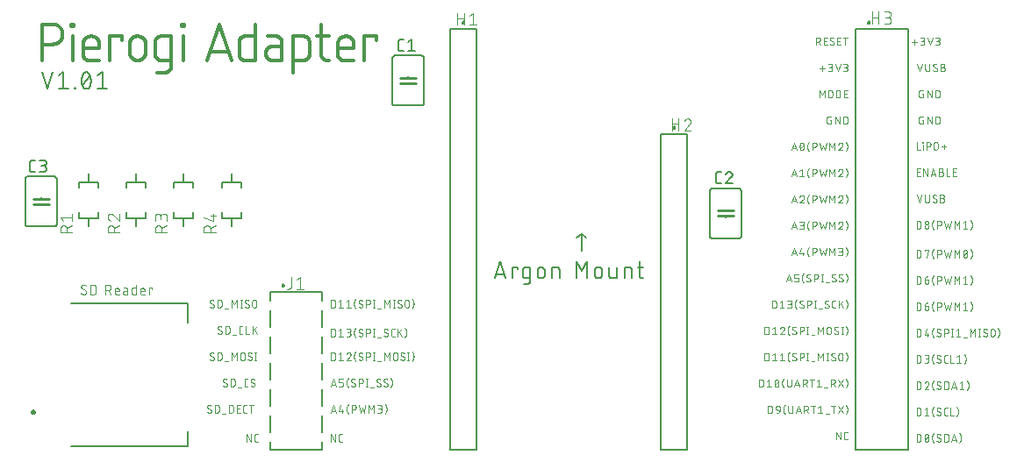
<source format=gbr>
G04 EAGLE Gerber RS-274X export*
G75*
%MOMM*%
%FSLAX34Y34*%
%LPD*%
%INSilkscreen Top*%
%IPPOS*%
%AMOC8*
5,1,8,0,0,1.08239X$1,22.5*%
G01*
%ADD10C,0.076200*%
%ADD11C,0.152400*%
%ADD12C,0.304800*%
%ADD13C,0.254000*%
%ADD14C,0.127000*%
%ADD15C,0.240000*%
%ADD16C,0.200000*%
%ADD17C,0.101600*%


D10*
X77174Y508381D02*
X77263Y508383D01*
X77351Y508389D01*
X77439Y508398D01*
X77527Y508411D01*
X77614Y508428D01*
X77700Y508448D01*
X77785Y508473D01*
X77870Y508500D01*
X77953Y508532D01*
X78034Y508566D01*
X78114Y508605D01*
X78192Y508646D01*
X78269Y508691D01*
X78343Y508739D01*
X78416Y508790D01*
X78486Y508844D01*
X78553Y508902D01*
X78619Y508962D01*
X78681Y509024D01*
X78741Y509090D01*
X78799Y509157D01*
X78853Y509227D01*
X78904Y509300D01*
X78952Y509374D01*
X78997Y509451D01*
X79038Y509529D01*
X79077Y509609D01*
X79111Y509690D01*
X79143Y509773D01*
X79170Y509858D01*
X79195Y509943D01*
X79215Y510029D01*
X79232Y510116D01*
X79245Y510204D01*
X79254Y510292D01*
X79260Y510380D01*
X79262Y510469D01*
X77174Y508381D02*
X77045Y508383D01*
X76916Y508389D01*
X76787Y508398D01*
X76659Y508411D01*
X76531Y508428D01*
X76404Y508449D01*
X76277Y508473D01*
X76151Y508501D01*
X76026Y508533D01*
X75902Y508568D01*
X75779Y508607D01*
X75657Y508650D01*
X75537Y508696D01*
X75418Y508746D01*
X75300Y508799D01*
X75184Y508855D01*
X75070Y508915D01*
X74957Y508978D01*
X74847Y509045D01*
X74738Y509114D01*
X74632Y509187D01*
X74527Y509263D01*
X74425Y509342D01*
X74326Y509424D01*
X74228Y509508D01*
X74133Y509596D01*
X74041Y509686D01*
X74302Y515691D02*
X74304Y515780D01*
X74310Y515868D01*
X74319Y515956D01*
X74332Y516044D01*
X74349Y516131D01*
X74369Y516217D01*
X74394Y516302D01*
X74421Y516387D01*
X74453Y516470D01*
X74487Y516551D01*
X74526Y516631D01*
X74567Y516709D01*
X74612Y516786D01*
X74660Y516860D01*
X74711Y516933D01*
X74765Y517003D01*
X74823Y517070D01*
X74883Y517136D01*
X74945Y517198D01*
X75011Y517258D01*
X75078Y517316D01*
X75148Y517370D01*
X75221Y517421D01*
X75295Y517469D01*
X75372Y517514D01*
X75450Y517555D01*
X75530Y517594D01*
X75611Y517628D01*
X75694Y517660D01*
X75779Y517687D01*
X75864Y517712D01*
X75950Y517732D01*
X76037Y517749D01*
X76125Y517762D01*
X76213Y517771D01*
X76301Y517777D01*
X76390Y517779D01*
X76510Y517777D01*
X76630Y517772D01*
X76750Y517762D01*
X76869Y517750D01*
X76988Y517733D01*
X77106Y517713D01*
X77224Y517689D01*
X77340Y517662D01*
X77456Y517631D01*
X77571Y517597D01*
X77685Y517559D01*
X77798Y517517D01*
X77909Y517472D01*
X78019Y517424D01*
X78127Y517373D01*
X78234Y517318D01*
X78339Y517260D01*
X78442Y517198D01*
X78543Y517134D01*
X78643Y517066D01*
X78740Y516996D01*
X75346Y513864D02*
X75268Y513912D01*
X75192Y513964D01*
X75119Y514018D01*
X75048Y514076D01*
X74979Y514137D01*
X74913Y514201D01*
X74850Y514268D01*
X74790Y514337D01*
X74733Y514409D01*
X74679Y514483D01*
X74629Y514560D01*
X74581Y514639D01*
X74538Y514719D01*
X74497Y514802D01*
X74461Y514886D01*
X74428Y514971D01*
X74399Y515058D01*
X74373Y515147D01*
X74351Y515236D01*
X74334Y515326D01*
X74320Y515416D01*
X74310Y515508D01*
X74304Y515599D01*
X74302Y515691D01*
X78218Y512296D02*
X78296Y512248D01*
X78372Y512196D01*
X78445Y512142D01*
X78516Y512084D01*
X78585Y512023D01*
X78651Y511959D01*
X78714Y511892D01*
X78774Y511823D01*
X78831Y511751D01*
X78885Y511677D01*
X78935Y511600D01*
X78983Y511521D01*
X79026Y511441D01*
X79067Y511358D01*
X79103Y511274D01*
X79136Y511189D01*
X79165Y511102D01*
X79191Y511013D01*
X79213Y510924D01*
X79230Y510834D01*
X79244Y510744D01*
X79254Y510652D01*
X79260Y510561D01*
X79262Y510469D01*
X78218Y512297D02*
X75346Y513863D01*
X83185Y517779D02*
X83185Y508381D01*
X83185Y517779D02*
X85796Y517779D01*
X85896Y517777D01*
X85996Y517771D01*
X86095Y517762D01*
X86195Y517748D01*
X86293Y517731D01*
X86391Y517710D01*
X86488Y517686D01*
X86584Y517657D01*
X86679Y517625D01*
X86772Y517590D01*
X86864Y517551D01*
X86955Y517508D01*
X87043Y517462D01*
X87130Y517412D01*
X87215Y517360D01*
X87298Y517304D01*
X87379Y517245D01*
X87457Y517182D01*
X87533Y517117D01*
X87607Y517049D01*
X87677Y516979D01*
X87745Y516905D01*
X87810Y516829D01*
X87873Y516751D01*
X87932Y516670D01*
X87988Y516587D01*
X88040Y516502D01*
X88090Y516415D01*
X88136Y516327D01*
X88179Y516236D01*
X88218Y516144D01*
X88253Y516051D01*
X88285Y515956D01*
X88314Y515860D01*
X88338Y515763D01*
X88359Y515665D01*
X88376Y515567D01*
X88390Y515467D01*
X88399Y515368D01*
X88405Y515268D01*
X88407Y515168D01*
X88406Y515168D02*
X88406Y510992D01*
X88407Y510992D02*
X88405Y510892D01*
X88399Y510792D01*
X88390Y510693D01*
X88376Y510593D01*
X88359Y510495D01*
X88338Y510397D01*
X88314Y510300D01*
X88285Y510204D01*
X88253Y510109D01*
X88218Y510016D01*
X88179Y509924D01*
X88136Y509833D01*
X88090Y509745D01*
X88040Y509658D01*
X87988Y509573D01*
X87932Y509490D01*
X87873Y509409D01*
X87810Y509331D01*
X87745Y509255D01*
X87677Y509181D01*
X87607Y509111D01*
X87533Y509043D01*
X87457Y508978D01*
X87379Y508915D01*
X87298Y508856D01*
X87215Y508800D01*
X87130Y508748D01*
X87043Y508698D01*
X86955Y508652D01*
X86864Y508609D01*
X86772Y508570D01*
X86679Y508535D01*
X86584Y508503D01*
X86488Y508474D01*
X86391Y508450D01*
X86293Y508429D01*
X86195Y508412D01*
X86095Y508398D01*
X85996Y508389D01*
X85896Y508383D01*
X85796Y508381D01*
X83185Y508381D01*
X97872Y508381D02*
X97872Y517779D01*
X100483Y517779D01*
X100584Y517777D01*
X100685Y517771D01*
X100786Y517761D01*
X100886Y517748D01*
X100986Y517730D01*
X101085Y517709D01*
X101183Y517683D01*
X101280Y517654D01*
X101376Y517622D01*
X101470Y517585D01*
X101563Y517545D01*
X101655Y517501D01*
X101744Y517454D01*
X101832Y517403D01*
X101918Y517349D01*
X102001Y517292D01*
X102083Y517232D01*
X102161Y517168D01*
X102238Y517102D01*
X102311Y517032D01*
X102382Y516960D01*
X102450Y516885D01*
X102515Y516807D01*
X102577Y516727D01*
X102636Y516645D01*
X102692Y516560D01*
X102744Y516473D01*
X102793Y516385D01*
X102839Y516294D01*
X102880Y516202D01*
X102919Y516108D01*
X102953Y516013D01*
X102984Y515917D01*
X103011Y515819D01*
X103035Y515721D01*
X103054Y515621D01*
X103070Y515521D01*
X103082Y515421D01*
X103090Y515320D01*
X103094Y515219D01*
X103094Y515117D01*
X103090Y515016D01*
X103082Y514915D01*
X103070Y514815D01*
X103054Y514715D01*
X103035Y514615D01*
X103011Y514517D01*
X102984Y514419D01*
X102953Y514323D01*
X102919Y514228D01*
X102880Y514134D01*
X102839Y514042D01*
X102793Y513951D01*
X102744Y513863D01*
X102692Y513776D01*
X102636Y513691D01*
X102577Y513609D01*
X102515Y513529D01*
X102450Y513451D01*
X102382Y513376D01*
X102311Y513304D01*
X102238Y513234D01*
X102161Y513168D01*
X102083Y513104D01*
X102001Y513044D01*
X101918Y512987D01*
X101832Y512933D01*
X101744Y512882D01*
X101655Y512835D01*
X101563Y512791D01*
X101470Y512751D01*
X101376Y512714D01*
X101280Y512682D01*
X101183Y512653D01*
X101085Y512627D01*
X100986Y512606D01*
X100886Y512588D01*
X100786Y512575D01*
X100685Y512565D01*
X100584Y512559D01*
X100483Y512557D01*
X100483Y512558D02*
X97872Y512558D01*
X101005Y512558D02*
X103093Y508381D01*
X108438Y508381D02*
X111049Y508381D01*
X108438Y508381D02*
X108361Y508383D01*
X108285Y508389D01*
X108208Y508398D01*
X108132Y508411D01*
X108057Y508428D01*
X107983Y508448D01*
X107910Y508473D01*
X107839Y508500D01*
X107768Y508531D01*
X107700Y508566D01*
X107633Y508604D01*
X107568Y508645D01*
X107505Y508689D01*
X107445Y508736D01*
X107386Y508787D01*
X107331Y508840D01*
X107278Y508895D01*
X107227Y508954D01*
X107180Y509014D01*
X107136Y509077D01*
X107095Y509142D01*
X107057Y509209D01*
X107022Y509277D01*
X106991Y509348D01*
X106964Y509419D01*
X106939Y509492D01*
X106919Y509566D01*
X106902Y509641D01*
X106889Y509717D01*
X106880Y509794D01*
X106874Y509870D01*
X106872Y509947D01*
X106872Y512558D01*
X106874Y512648D01*
X106880Y512737D01*
X106889Y512827D01*
X106903Y512916D01*
X106920Y513004D01*
X106941Y513091D01*
X106966Y513178D01*
X106995Y513263D01*
X107027Y513347D01*
X107062Y513429D01*
X107102Y513510D01*
X107144Y513589D01*
X107190Y513666D01*
X107240Y513741D01*
X107292Y513814D01*
X107348Y513885D01*
X107406Y513953D01*
X107468Y514018D01*
X107532Y514081D01*
X107599Y514141D01*
X107668Y514198D01*
X107740Y514252D01*
X107814Y514303D01*
X107890Y514351D01*
X107968Y514395D01*
X108048Y514436D01*
X108130Y514474D01*
X108213Y514508D01*
X108298Y514538D01*
X108384Y514565D01*
X108470Y514588D01*
X108558Y514607D01*
X108647Y514622D01*
X108736Y514634D01*
X108825Y514642D01*
X108915Y514646D01*
X109005Y514646D01*
X109095Y514642D01*
X109184Y514634D01*
X109273Y514622D01*
X109362Y514607D01*
X109450Y514588D01*
X109536Y514565D01*
X109622Y514538D01*
X109707Y514508D01*
X109790Y514474D01*
X109872Y514436D01*
X109952Y514395D01*
X110030Y514351D01*
X110106Y514303D01*
X110180Y514252D01*
X110252Y514198D01*
X110321Y514141D01*
X110388Y514081D01*
X110452Y514018D01*
X110514Y513953D01*
X110572Y513885D01*
X110628Y513814D01*
X110680Y513741D01*
X110730Y513666D01*
X110776Y513589D01*
X110818Y513510D01*
X110858Y513429D01*
X110893Y513347D01*
X110925Y513263D01*
X110954Y513178D01*
X110979Y513091D01*
X111000Y513004D01*
X111017Y512916D01*
X111031Y512827D01*
X111040Y512737D01*
X111046Y512648D01*
X111048Y512558D01*
X111049Y512558D02*
X111049Y511514D01*
X106872Y511514D01*
X116578Y512036D02*
X118928Y512036D01*
X116578Y512035D02*
X116494Y512033D01*
X116409Y512027D01*
X116326Y512017D01*
X116242Y512004D01*
X116160Y511986D01*
X116078Y511965D01*
X115997Y511940D01*
X115918Y511912D01*
X115840Y511879D01*
X115764Y511843D01*
X115689Y511804D01*
X115616Y511761D01*
X115545Y511715D01*
X115477Y511666D01*
X115411Y511614D01*
X115347Y511558D01*
X115286Y511500D01*
X115228Y511439D01*
X115172Y511375D01*
X115120Y511309D01*
X115071Y511241D01*
X115025Y511170D01*
X114982Y511097D01*
X114943Y511022D01*
X114907Y510946D01*
X114874Y510868D01*
X114846Y510789D01*
X114821Y510708D01*
X114800Y510626D01*
X114782Y510544D01*
X114769Y510460D01*
X114759Y510377D01*
X114753Y510292D01*
X114751Y510208D01*
X114753Y510124D01*
X114759Y510039D01*
X114769Y509956D01*
X114782Y509872D01*
X114800Y509790D01*
X114821Y509708D01*
X114846Y509627D01*
X114874Y509548D01*
X114907Y509470D01*
X114943Y509394D01*
X114982Y509319D01*
X115025Y509246D01*
X115071Y509175D01*
X115120Y509107D01*
X115172Y509041D01*
X115228Y508977D01*
X115286Y508916D01*
X115347Y508858D01*
X115411Y508802D01*
X115477Y508750D01*
X115545Y508701D01*
X115616Y508655D01*
X115689Y508612D01*
X115764Y508573D01*
X115840Y508537D01*
X115918Y508504D01*
X115997Y508476D01*
X116078Y508451D01*
X116160Y508430D01*
X116242Y508412D01*
X116326Y508399D01*
X116409Y508389D01*
X116494Y508383D01*
X116578Y508381D01*
X118928Y508381D01*
X118928Y513080D01*
X118927Y513080D02*
X118925Y513157D01*
X118919Y513233D01*
X118910Y513310D01*
X118897Y513386D01*
X118880Y513461D01*
X118860Y513535D01*
X118835Y513608D01*
X118808Y513679D01*
X118777Y513750D01*
X118742Y513818D01*
X118704Y513885D01*
X118663Y513950D01*
X118619Y514013D01*
X118572Y514073D01*
X118521Y514132D01*
X118468Y514187D01*
X118413Y514240D01*
X118354Y514291D01*
X118294Y514338D01*
X118231Y514382D01*
X118166Y514423D01*
X118099Y514461D01*
X118031Y514496D01*
X117960Y514527D01*
X117889Y514554D01*
X117816Y514579D01*
X117742Y514599D01*
X117667Y514616D01*
X117591Y514629D01*
X117514Y514638D01*
X117438Y514644D01*
X117361Y514646D01*
X115273Y514646D01*
X127157Y517779D02*
X127157Y508381D01*
X124547Y508381D01*
X124470Y508383D01*
X124394Y508389D01*
X124317Y508398D01*
X124241Y508411D01*
X124166Y508428D01*
X124092Y508448D01*
X124019Y508473D01*
X123948Y508500D01*
X123877Y508531D01*
X123809Y508566D01*
X123742Y508604D01*
X123677Y508645D01*
X123614Y508689D01*
X123554Y508736D01*
X123495Y508787D01*
X123440Y508840D01*
X123387Y508895D01*
X123336Y508954D01*
X123289Y509014D01*
X123245Y509077D01*
X123204Y509142D01*
X123166Y509209D01*
X123131Y509277D01*
X123100Y509348D01*
X123073Y509419D01*
X123048Y509492D01*
X123028Y509566D01*
X123011Y509641D01*
X122998Y509717D01*
X122989Y509794D01*
X122983Y509870D01*
X122981Y509947D01*
X122980Y509947D02*
X122980Y513080D01*
X122981Y513080D02*
X122983Y513157D01*
X122989Y513233D01*
X122998Y513310D01*
X123011Y513386D01*
X123028Y513461D01*
X123048Y513535D01*
X123073Y513608D01*
X123100Y513679D01*
X123131Y513750D01*
X123166Y513818D01*
X123204Y513885D01*
X123245Y513950D01*
X123289Y514013D01*
X123336Y514073D01*
X123387Y514132D01*
X123440Y514187D01*
X123495Y514240D01*
X123554Y514291D01*
X123614Y514338D01*
X123677Y514382D01*
X123742Y514423D01*
X123809Y514461D01*
X123877Y514496D01*
X123948Y514527D01*
X124019Y514554D01*
X124092Y514579D01*
X124166Y514599D01*
X124241Y514616D01*
X124317Y514629D01*
X124394Y514638D01*
X124470Y514644D01*
X124547Y514646D01*
X127157Y514646D01*
X132822Y508381D02*
X135432Y508381D01*
X132822Y508381D02*
X132745Y508383D01*
X132669Y508389D01*
X132592Y508398D01*
X132516Y508411D01*
X132441Y508428D01*
X132367Y508448D01*
X132294Y508473D01*
X132223Y508500D01*
X132152Y508531D01*
X132084Y508566D01*
X132017Y508604D01*
X131952Y508645D01*
X131889Y508689D01*
X131829Y508736D01*
X131770Y508787D01*
X131715Y508840D01*
X131662Y508895D01*
X131611Y508954D01*
X131564Y509014D01*
X131520Y509077D01*
X131479Y509142D01*
X131441Y509209D01*
X131406Y509277D01*
X131375Y509348D01*
X131348Y509419D01*
X131323Y509492D01*
X131303Y509566D01*
X131286Y509641D01*
X131273Y509717D01*
X131264Y509794D01*
X131258Y509870D01*
X131256Y509947D01*
X131256Y512558D01*
X131258Y512648D01*
X131264Y512737D01*
X131273Y512827D01*
X131287Y512916D01*
X131304Y513004D01*
X131325Y513091D01*
X131350Y513178D01*
X131379Y513263D01*
X131411Y513347D01*
X131446Y513429D01*
X131486Y513510D01*
X131528Y513589D01*
X131574Y513666D01*
X131624Y513741D01*
X131676Y513814D01*
X131732Y513885D01*
X131790Y513953D01*
X131852Y514018D01*
X131916Y514081D01*
X131983Y514141D01*
X132052Y514198D01*
X132124Y514252D01*
X132198Y514303D01*
X132274Y514351D01*
X132352Y514395D01*
X132432Y514436D01*
X132514Y514474D01*
X132597Y514508D01*
X132682Y514538D01*
X132768Y514565D01*
X132854Y514588D01*
X132942Y514607D01*
X133031Y514622D01*
X133120Y514634D01*
X133209Y514642D01*
X133299Y514646D01*
X133389Y514646D01*
X133479Y514642D01*
X133568Y514634D01*
X133657Y514622D01*
X133746Y514607D01*
X133834Y514588D01*
X133920Y514565D01*
X134006Y514538D01*
X134091Y514508D01*
X134174Y514474D01*
X134256Y514436D01*
X134336Y514395D01*
X134414Y514351D01*
X134490Y514303D01*
X134564Y514252D01*
X134636Y514198D01*
X134705Y514141D01*
X134772Y514081D01*
X134836Y514018D01*
X134898Y513953D01*
X134956Y513885D01*
X135012Y513814D01*
X135064Y513741D01*
X135114Y513666D01*
X135160Y513589D01*
X135202Y513510D01*
X135242Y513429D01*
X135277Y513347D01*
X135309Y513263D01*
X135338Y513178D01*
X135363Y513091D01*
X135384Y513004D01*
X135401Y512916D01*
X135415Y512827D01*
X135424Y512737D01*
X135430Y512648D01*
X135432Y512558D01*
X135432Y511514D01*
X131256Y511514D01*
X139537Y508381D02*
X139537Y514646D01*
X142669Y514646D01*
X142669Y513602D01*
D11*
X552539Y563316D02*
X557054Y566928D01*
X561570Y563316D01*
X557054Y566928D02*
X557054Y550672D01*
X478621Y540258D02*
X473202Y524002D01*
X484039Y524002D02*
X478621Y540258D01*
X482685Y528066D02*
X474557Y528066D01*
X490203Y524002D02*
X490203Y534839D01*
X495622Y534839D01*
X495622Y533033D01*
X503175Y524002D02*
X507691Y524002D01*
X503175Y524002D02*
X503074Y524004D01*
X502973Y524010D01*
X502872Y524019D01*
X502771Y524032D01*
X502671Y524049D01*
X502572Y524070D01*
X502474Y524094D01*
X502377Y524122D01*
X502280Y524154D01*
X502185Y524189D01*
X502092Y524228D01*
X502000Y524270D01*
X501909Y524316D01*
X501821Y524365D01*
X501734Y524417D01*
X501649Y524473D01*
X501566Y524531D01*
X501486Y524593D01*
X501408Y524658D01*
X501332Y524725D01*
X501259Y524795D01*
X501189Y524868D01*
X501122Y524944D01*
X501057Y525022D01*
X500995Y525102D01*
X500937Y525185D01*
X500881Y525270D01*
X500829Y525357D01*
X500780Y525445D01*
X500734Y525536D01*
X500692Y525628D01*
X500653Y525721D01*
X500618Y525816D01*
X500586Y525913D01*
X500558Y526010D01*
X500534Y526108D01*
X500513Y526207D01*
X500496Y526307D01*
X500483Y526408D01*
X500474Y526509D01*
X500468Y526610D01*
X500466Y526711D01*
X500466Y532130D01*
X500468Y532231D01*
X500474Y532332D01*
X500483Y532433D01*
X500496Y532534D01*
X500513Y532634D01*
X500534Y532733D01*
X500558Y532831D01*
X500586Y532928D01*
X500618Y533025D01*
X500653Y533120D01*
X500692Y533213D01*
X500734Y533305D01*
X500780Y533396D01*
X500829Y533485D01*
X500881Y533571D01*
X500937Y533656D01*
X500995Y533739D01*
X501057Y533819D01*
X501122Y533897D01*
X501189Y533973D01*
X501259Y534046D01*
X501332Y534116D01*
X501408Y534183D01*
X501486Y534248D01*
X501566Y534310D01*
X501649Y534368D01*
X501734Y534424D01*
X501821Y534476D01*
X501909Y534525D01*
X502000Y534571D01*
X502092Y534613D01*
X502185Y534652D01*
X502280Y534687D01*
X502377Y534719D01*
X502474Y534747D01*
X502572Y534771D01*
X502671Y534792D01*
X502771Y534809D01*
X502872Y534822D01*
X502973Y534831D01*
X503074Y534837D01*
X503175Y534839D01*
X507691Y534839D01*
X507691Y521293D01*
X507690Y521293D02*
X507688Y521189D01*
X507682Y521086D01*
X507672Y520982D01*
X507658Y520879D01*
X507640Y520777D01*
X507619Y520676D01*
X507593Y520575D01*
X507564Y520476D01*
X507531Y520377D01*
X507494Y520280D01*
X507453Y520185D01*
X507409Y520091D01*
X507361Y519999D01*
X507310Y519909D01*
X507255Y519820D01*
X507197Y519734D01*
X507135Y519651D01*
X507071Y519569D01*
X507003Y519491D01*
X506933Y519415D01*
X506860Y519341D01*
X506783Y519271D01*
X506705Y519203D01*
X506623Y519139D01*
X506540Y519077D01*
X506454Y519019D01*
X506365Y518964D01*
X506275Y518913D01*
X506183Y518865D01*
X506089Y518821D01*
X505994Y518780D01*
X505897Y518743D01*
X505798Y518710D01*
X505699Y518681D01*
X505598Y518655D01*
X505497Y518634D01*
X505395Y518616D01*
X505292Y518602D01*
X505188Y518592D01*
X505085Y518586D01*
X504981Y518584D01*
X504981Y518583D02*
X501369Y518583D01*
X514607Y527614D02*
X514607Y531227D01*
X514608Y531227D02*
X514610Y531346D01*
X514616Y531466D01*
X514626Y531585D01*
X514640Y531703D01*
X514657Y531822D01*
X514679Y531939D01*
X514704Y532056D01*
X514734Y532171D01*
X514767Y532286D01*
X514804Y532400D01*
X514844Y532512D01*
X514889Y532623D01*
X514937Y532732D01*
X514988Y532840D01*
X515043Y532946D01*
X515102Y533050D01*
X515164Y533152D01*
X515229Y533252D01*
X515298Y533350D01*
X515370Y533446D01*
X515445Y533539D01*
X515522Y533629D01*
X515603Y533717D01*
X515687Y533802D01*
X515774Y533884D01*
X515863Y533964D01*
X515955Y534040D01*
X516049Y534114D01*
X516146Y534184D01*
X516244Y534251D01*
X516345Y534315D01*
X516449Y534375D01*
X516554Y534432D01*
X516661Y534485D01*
X516769Y534535D01*
X516879Y534581D01*
X516991Y534623D01*
X517104Y534662D01*
X517218Y534697D01*
X517333Y534728D01*
X517450Y534756D01*
X517567Y534779D01*
X517684Y534799D01*
X517803Y534815D01*
X517922Y534827D01*
X518041Y534835D01*
X518160Y534839D01*
X518280Y534839D01*
X518399Y534835D01*
X518518Y534827D01*
X518637Y534815D01*
X518756Y534799D01*
X518873Y534779D01*
X518990Y534756D01*
X519107Y534728D01*
X519222Y534697D01*
X519336Y534662D01*
X519449Y534623D01*
X519561Y534581D01*
X519671Y534535D01*
X519779Y534485D01*
X519886Y534432D01*
X519991Y534375D01*
X520095Y534315D01*
X520196Y534251D01*
X520294Y534184D01*
X520391Y534114D01*
X520485Y534040D01*
X520577Y533964D01*
X520666Y533884D01*
X520753Y533802D01*
X520837Y533717D01*
X520918Y533629D01*
X520995Y533539D01*
X521070Y533446D01*
X521142Y533350D01*
X521211Y533252D01*
X521276Y533152D01*
X521338Y533050D01*
X521397Y532946D01*
X521452Y532840D01*
X521503Y532732D01*
X521551Y532623D01*
X521596Y532512D01*
X521636Y532400D01*
X521673Y532286D01*
X521706Y532171D01*
X521736Y532056D01*
X521761Y531939D01*
X521783Y531822D01*
X521800Y531703D01*
X521814Y531585D01*
X521824Y531466D01*
X521830Y531346D01*
X521832Y531227D01*
X521832Y527614D01*
X521830Y527495D01*
X521824Y527375D01*
X521814Y527256D01*
X521800Y527138D01*
X521783Y527019D01*
X521761Y526902D01*
X521736Y526785D01*
X521706Y526670D01*
X521673Y526555D01*
X521636Y526441D01*
X521596Y526329D01*
X521551Y526218D01*
X521503Y526109D01*
X521452Y526001D01*
X521397Y525895D01*
X521338Y525791D01*
X521276Y525689D01*
X521211Y525589D01*
X521142Y525491D01*
X521070Y525395D01*
X520995Y525302D01*
X520918Y525212D01*
X520837Y525124D01*
X520753Y525039D01*
X520666Y524957D01*
X520577Y524877D01*
X520485Y524801D01*
X520391Y524727D01*
X520294Y524657D01*
X520196Y524590D01*
X520095Y524526D01*
X519991Y524466D01*
X519886Y524409D01*
X519779Y524356D01*
X519671Y524306D01*
X519561Y524260D01*
X519449Y524218D01*
X519336Y524179D01*
X519222Y524144D01*
X519107Y524113D01*
X518990Y524085D01*
X518873Y524062D01*
X518756Y524042D01*
X518637Y524026D01*
X518518Y524014D01*
X518399Y524006D01*
X518280Y524002D01*
X518160Y524002D01*
X518041Y524006D01*
X517922Y524014D01*
X517803Y524026D01*
X517684Y524042D01*
X517567Y524062D01*
X517450Y524085D01*
X517333Y524113D01*
X517218Y524144D01*
X517104Y524179D01*
X516991Y524218D01*
X516879Y524260D01*
X516769Y524306D01*
X516661Y524356D01*
X516554Y524409D01*
X516449Y524466D01*
X516345Y524526D01*
X516244Y524590D01*
X516146Y524657D01*
X516049Y524727D01*
X515955Y524801D01*
X515863Y524877D01*
X515774Y524957D01*
X515687Y525039D01*
X515603Y525124D01*
X515522Y525212D01*
X515445Y525302D01*
X515370Y525395D01*
X515298Y525491D01*
X515229Y525589D01*
X515164Y525689D01*
X515102Y525791D01*
X515043Y525895D01*
X514988Y526001D01*
X514937Y526109D01*
X514889Y526218D01*
X514844Y526329D01*
X514804Y526441D01*
X514767Y526555D01*
X514734Y526670D01*
X514704Y526785D01*
X514679Y526902D01*
X514657Y527019D01*
X514640Y527138D01*
X514626Y527256D01*
X514616Y527375D01*
X514610Y527495D01*
X514608Y527614D01*
X528675Y524002D02*
X528675Y534839D01*
X533191Y534839D01*
X533295Y534837D01*
X533398Y534831D01*
X533502Y534821D01*
X533605Y534807D01*
X533707Y534789D01*
X533808Y534768D01*
X533909Y534742D01*
X534008Y534713D01*
X534107Y534680D01*
X534204Y534643D01*
X534299Y534602D01*
X534393Y534558D01*
X534485Y534510D01*
X534575Y534459D01*
X534664Y534404D01*
X534750Y534346D01*
X534833Y534284D01*
X534915Y534220D01*
X534993Y534152D01*
X535069Y534082D01*
X535143Y534009D01*
X535213Y533932D01*
X535281Y533854D01*
X535345Y533772D01*
X535407Y533689D01*
X535465Y533603D01*
X535520Y533514D01*
X535571Y533424D01*
X535619Y533332D01*
X535663Y533238D01*
X535704Y533143D01*
X535741Y533046D01*
X535774Y532947D01*
X535803Y532848D01*
X535829Y532747D01*
X535850Y532646D01*
X535868Y532544D01*
X535882Y532441D01*
X535892Y532337D01*
X535898Y532234D01*
X535900Y532130D01*
X535900Y524002D01*
X551879Y524002D02*
X551879Y540258D01*
X557298Y531227D01*
X562716Y540258D01*
X562716Y524002D01*
X569838Y527614D02*
X569838Y531227D01*
X569840Y531346D01*
X569846Y531466D01*
X569856Y531585D01*
X569870Y531703D01*
X569887Y531822D01*
X569909Y531939D01*
X569934Y532056D01*
X569964Y532171D01*
X569997Y532286D01*
X570034Y532400D01*
X570074Y532512D01*
X570119Y532623D01*
X570167Y532732D01*
X570218Y532840D01*
X570273Y532946D01*
X570332Y533050D01*
X570394Y533152D01*
X570459Y533252D01*
X570528Y533350D01*
X570600Y533446D01*
X570675Y533539D01*
X570752Y533629D01*
X570833Y533717D01*
X570917Y533802D01*
X571004Y533884D01*
X571093Y533964D01*
X571185Y534040D01*
X571279Y534114D01*
X571376Y534184D01*
X571474Y534251D01*
X571575Y534315D01*
X571679Y534375D01*
X571784Y534432D01*
X571891Y534485D01*
X571999Y534535D01*
X572109Y534581D01*
X572221Y534623D01*
X572334Y534662D01*
X572448Y534697D01*
X572563Y534728D01*
X572680Y534756D01*
X572797Y534779D01*
X572914Y534799D01*
X573033Y534815D01*
X573152Y534827D01*
X573271Y534835D01*
X573390Y534839D01*
X573510Y534839D01*
X573629Y534835D01*
X573748Y534827D01*
X573867Y534815D01*
X573986Y534799D01*
X574103Y534779D01*
X574220Y534756D01*
X574337Y534728D01*
X574452Y534697D01*
X574566Y534662D01*
X574679Y534623D01*
X574791Y534581D01*
X574901Y534535D01*
X575009Y534485D01*
X575116Y534432D01*
X575221Y534375D01*
X575325Y534315D01*
X575426Y534251D01*
X575524Y534184D01*
X575621Y534114D01*
X575715Y534040D01*
X575807Y533964D01*
X575896Y533884D01*
X575983Y533802D01*
X576067Y533717D01*
X576148Y533629D01*
X576225Y533539D01*
X576300Y533446D01*
X576372Y533350D01*
X576441Y533252D01*
X576506Y533152D01*
X576568Y533050D01*
X576627Y532946D01*
X576682Y532840D01*
X576733Y532732D01*
X576781Y532623D01*
X576826Y532512D01*
X576866Y532400D01*
X576903Y532286D01*
X576936Y532171D01*
X576966Y532056D01*
X576991Y531939D01*
X577013Y531822D01*
X577030Y531703D01*
X577044Y531585D01*
X577054Y531466D01*
X577060Y531346D01*
X577062Y531227D01*
X577063Y531227D02*
X577063Y527614D01*
X577062Y527614D02*
X577060Y527495D01*
X577054Y527375D01*
X577044Y527256D01*
X577030Y527138D01*
X577013Y527019D01*
X576991Y526902D01*
X576966Y526785D01*
X576936Y526670D01*
X576903Y526555D01*
X576866Y526441D01*
X576826Y526329D01*
X576781Y526218D01*
X576733Y526109D01*
X576682Y526001D01*
X576627Y525895D01*
X576568Y525791D01*
X576506Y525689D01*
X576441Y525589D01*
X576372Y525491D01*
X576300Y525395D01*
X576225Y525302D01*
X576148Y525212D01*
X576067Y525124D01*
X575983Y525039D01*
X575896Y524957D01*
X575807Y524877D01*
X575715Y524801D01*
X575621Y524727D01*
X575524Y524657D01*
X575426Y524590D01*
X575325Y524526D01*
X575221Y524466D01*
X575116Y524409D01*
X575009Y524356D01*
X574901Y524306D01*
X574791Y524260D01*
X574679Y524218D01*
X574566Y524179D01*
X574452Y524144D01*
X574337Y524113D01*
X574220Y524085D01*
X574103Y524062D01*
X573986Y524042D01*
X573867Y524026D01*
X573748Y524014D01*
X573629Y524006D01*
X573510Y524002D01*
X573390Y524002D01*
X573271Y524006D01*
X573152Y524014D01*
X573033Y524026D01*
X572914Y524042D01*
X572797Y524062D01*
X572680Y524085D01*
X572563Y524113D01*
X572448Y524144D01*
X572334Y524179D01*
X572221Y524218D01*
X572109Y524260D01*
X571999Y524306D01*
X571891Y524356D01*
X571784Y524409D01*
X571679Y524466D01*
X571575Y524526D01*
X571474Y524590D01*
X571376Y524657D01*
X571279Y524727D01*
X571185Y524801D01*
X571093Y524877D01*
X571004Y524957D01*
X570917Y525039D01*
X570833Y525124D01*
X570752Y525212D01*
X570675Y525302D01*
X570600Y525395D01*
X570528Y525491D01*
X570459Y525589D01*
X570394Y525689D01*
X570332Y525791D01*
X570273Y525895D01*
X570218Y526001D01*
X570167Y526109D01*
X570119Y526218D01*
X570074Y526329D01*
X570034Y526441D01*
X569997Y526555D01*
X569964Y526670D01*
X569934Y526785D01*
X569909Y526902D01*
X569887Y527019D01*
X569870Y527138D01*
X569856Y527256D01*
X569846Y527375D01*
X569840Y527495D01*
X569838Y527614D01*
X583906Y526711D02*
X583906Y534839D01*
X583906Y526711D02*
X583908Y526610D01*
X583914Y526509D01*
X583923Y526408D01*
X583936Y526307D01*
X583953Y526207D01*
X583974Y526108D01*
X583998Y526010D01*
X584026Y525913D01*
X584058Y525816D01*
X584093Y525721D01*
X584132Y525628D01*
X584174Y525536D01*
X584220Y525445D01*
X584269Y525357D01*
X584321Y525270D01*
X584377Y525185D01*
X584435Y525102D01*
X584497Y525022D01*
X584562Y524944D01*
X584629Y524868D01*
X584699Y524795D01*
X584772Y524725D01*
X584848Y524658D01*
X584926Y524593D01*
X585006Y524531D01*
X585089Y524473D01*
X585174Y524417D01*
X585261Y524365D01*
X585349Y524316D01*
X585440Y524270D01*
X585532Y524228D01*
X585625Y524189D01*
X585720Y524154D01*
X585817Y524122D01*
X585914Y524094D01*
X586012Y524070D01*
X586111Y524049D01*
X586211Y524032D01*
X586312Y524019D01*
X586413Y524010D01*
X586514Y524004D01*
X586615Y524002D01*
X591131Y524002D01*
X591131Y534839D01*
X598495Y534839D02*
X598495Y524002D01*
X598495Y534839D02*
X603010Y534839D01*
X603114Y534837D01*
X603217Y534831D01*
X603321Y534821D01*
X603424Y534807D01*
X603526Y534789D01*
X603627Y534768D01*
X603728Y534742D01*
X603827Y534713D01*
X603926Y534680D01*
X604023Y534643D01*
X604118Y534602D01*
X604212Y534558D01*
X604304Y534510D01*
X604394Y534459D01*
X604483Y534404D01*
X604569Y534346D01*
X604652Y534284D01*
X604734Y534220D01*
X604812Y534152D01*
X604888Y534082D01*
X604962Y534009D01*
X605032Y533932D01*
X605100Y533854D01*
X605164Y533772D01*
X605226Y533689D01*
X605284Y533603D01*
X605339Y533514D01*
X605390Y533424D01*
X605438Y533332D01*
X605482Y533238D01*
X605523Y533143D01*
X605560Y533046D01*
X605593Y532947D01*
X605622Y532848D01*
X605648Y532747D01*
X605669Y532646D01*
X605687Y532544D01*
X605701Y532441D01*
X605711Y532337D01*
X605717Y532234D01*
X605719Y532130D01*
X605720Y532130D02*
X605720Y524002D01*
X611266Y534839D02*
X616684Y534839D01*
X613072Y540258D02*
X613072Y526711D01*
X613074Y526610D01*
X613080Y526509D01*
X613089Y526408D01*
X613102Y526307D01*
X613119Y526207D01*
X613140Y526108D01*
X613164Y526010D01*
X613192Y525913D01*
X613224Y525816D01*
X613259Y525721D01*
X613298Y525628D01*
X613340Y525536D01*
X613386Y525445D01*
X613435Y525357D01*
X613487Y525270D01*
X613543Y525185D01*
X613601Y525102D01*
X613663Y525022D01*
X613728Y524944D01*
X613795Y524868D01*
X613865Y524795D01*
X613938Y524725D01*
X614014Y524658D01*
X614092Y524593D01*
X614172Y524531D01*
X614255Y524473D01*
X614340Y524417D01*
X614427Y524365D01*
X614515Y524316D01*
X614606Y524270D01*
X614698Y524228D01*
X614791Y524189D01*
X614886Y524154D01*
X614983Y524122D01*
X615080Y524094D01*
X615178Y524070D01*
X615277Y524049D01*
X615377Y524032D01*
X615478Y524019D01*
X615579Y524010D01*
X615680Y524004D01*
X615781Y524002D01*
X616684Y524002D01*
D12*
X37084Y734314D02*
X37084Y769366D01*
X46821Y769366D01*
X47058Y769363D01*
X47295Y769354D01*
X47532Y769340D01*
X47768Y769320D01*
X48004Y769294D01*
X48239Y769262D01*
X48473Y769225D01*
X48706Y769182D01*
X48938Y769133D01*
X49169Y769079D01*
X49398Y769019D01*
X49626Y768953D01*
X49852Y768882D01*
X50077Y768806D01*
X50299Y768724D01*
X50520Y768636D01*
X50738Y768543D01*
X50954Y768445D01*
X51167Y768342D01*
X51378Y768234D01*
X51586Y768120D01*
X51792Y768002D01*
X51994Y767878D01*
X52194Y767750D01*
X52390Y767616D01*
X52583Y767478D01*
X52772Y767336D01*
X52958Y767189D01*
X53140Y767037D01*
X53319Y766881D01*
X53493Y766720D01*
X53664Y766556D01*
X53831Y766387D01*
X53993Y766215D01*
X54151Y766038D01*
X54305Y765857D01*
X54455Y765673D01*
X54600Y765486D01*
X54740Y765295D01*
X54876Y765100D01*
X55006Y764902D01*
X55132Y764701D01*
X55253Y764498D01*
X55370Y764291D01*
X55481Y764081D01*
X55586Y763869D01*
X55687Y763654D01*
X55782Y763437D01*
X55872Y763218D01*
X55957Y762996D01*
X56036Y762773D01*
X56110Y762548D01*
X56179Y762320D01*
X56241Y762092D01*
X56299Y761862D01*
X56350Y761630D01*
X56396Y761398D01*
X56436Y761164D01*
X56471Y760929D01*
X56500Y760694D01*
X56523Y760458D01*
X56540Y760221D01*
X56552Y759985D01*
X56557Y759748D01*
X56557Y759510D01*
X56552Y759273D01*
X56540Y759037D01*
X56523Y758800D01*
X56500Y758564D01*
X56471Y758329D01*
X56436Y758094D01*
X56396Y757860D01*
X56350Y757628D01*
X56299Y757396D01*
X56241Y757166D01*
X56179Y756938D01*
X56110Y756710D01*
X56036Y756485D01*
X55957Y756262D01*
X55872Y756040D01*
X55782Y755821D01*
X55687Y755604D01*
X55586Y755389D01*
X55481Y755177D01*
X55370Y754967D01*
X55253Y754761D01*
X55132Y754557D01*
X55006Y754356D01*
X54876Y754158D01*
X54740Y753963D01*
X54600Y753772D01*
X54455Y753585D01*
X54305Y753401D01*
X54151Y753220D01*
X53993Y753043D01*
X53831Y752871D01*
X53664Y752702D01*
X53493Y752538D01*
X53319Y752377D01*
X53140Y752221D01*
X52958Y752069D01*
X52772Y751922D01*
X52583Y751780D01*
X52390Y751642D01*
X52194Y751508D01*
X51994Y751380D01*
X51792Y751256D01*
X51586Y751138D01*
X51378Y751024D01*
X51167Y750916D01*
X50954Y750813D01*
X50738Y750715D01*
X50520Y750622D01*
X50299Y750534D01*
X50077Y750452D01*
X49852Y750376D01*
X49626Y750305D01*
X49398Y750239D01*
X49169Y750179D01*
X48938Y750125D01*
X48706Y750076D01*
X48473Y750033D01*
X48239Y749996D01*
X48004Y749964D01*
X47768Y749938D01*
X47532Y749918D01*
X47295Y749904D01*
X47058Y749895D01*
X46821Y749892D01*
X46821Y749893D02*
X37084Y749893D01*
X65941Y757682D02*
X65941Y734314D01*
X64968Y767419D02*
X64968Y769366D01*
X66915Y769366D01*
X66915Y767419D01*
X64968Y767419D01*
X82091Y734314D02*
X91828Y734314D01*
X82091Y734314D02*
X81941Y734316D01*
X81790Y734322D01*
X81640Y734331D01*
X81490Y734345D01*
X81341Y734362D01*
X81192Y734384D01*
X81044Y734409D01*
X80896Y734438D01*
X80749Y734470D01*
X80603Y734507D01*
X80458Y734547D01*
X80314Y734591D01*
X80172Y734638D01*
X80030Y734690D01*
X79890Y734744D01*
X79752Y734803D01*
X79614Y734865D01*
X79479Y734930D01*
X79345Y734999D01*
X79214Y735072D01*
X79084Y735148D01*
X78956Y735227D01*
X78830Y735309D01*
X78706Y735395D01*
X78585Y735483D01*
X78465Y735575D01*
X78349Y735670D01*
X78234Y735768D01*
X78123Y735869D01*
X78014Y735972D01*
X77907Y736079D01*
X77804Y736188D01*
X77703Y736299D01*
X77605Y736414D01*
X77510Y736530D01*
X77418Y736650D01*
X77330Y736771D01*
X77244Y736895D01*
X77162Y737021D01*
X77083Y737149D01*
X77007Y737279D01*
X76934Y737410D01*
X76865Y737544D01*
X76800Y737679D01*
X76738Y737817D01*
X76679Y737955D01*
X76625Y738095D01*
X76573Y738237D01*
X76526Y738379D01*
X76482Y738523D01*
X76442Y738668D01*
X76405Y738814D01*
X76373Y738961D01*
X76344Y739109D01*
X76319Y739257D01*
X76297Y739406D01*
X76280Y739555D01*
X76266Y739705D01*
X76257Y739855D01*
X76251Y740006D01*
X76249Y740156D01*
X76249Y749893D01*
X76250Y749893D02*
X76252Y750083D01*
X76259Y750272D01*
X76271Y750462D01*
X76287Y750651D01*
X76308Y750839D01*
X76333Y751027D01*
X76363Y751214D01*
X76397Y751401D01*
X76436Y751587D01*
X76480Y751771D01*
X76528Y751955D01*
X76580Y752137D01*
X76637Y752318D01*
X76698Y752497D01*
X76764Y752675D01*
X76834Y752852D01*
X76908Y753026D01*
X76986Y753199D01*
X77069Y753370D01*
X77156Y753539D01*
X77247Y753705D01*
X77341Y753869D01*
X77440Y754031D01*
X77543Y754191D01*
X77650Y754348D01*
X77760Y754502D01*
X77874Y754653D01*
X77992Y754802D01*
X78113Y754948D01*
X78238Y755091D01*
X78366Y755230D01*
X78498Y755367D01*
X78633Y755500D01*
X78771Y755630D01*
X78912Y755757D01*
X79057Y755880D01*
X79204Y756000D01*
X79354Y756115D01*
X79507Y756228D01*
X79663Y756336D01*
X79821Y756441D01*
X79981Y756542D01*
X80145Y756638D01*
X80310Y756731D01*
X80478Y756820D01*
X80647Y756905D01*
X80819Y756985D01*
X80993Y757062D01*
X81168Y757134D01*
X81345Y757201D01*
X81524Y757265D01*
X81704Y757324D01*
X81886Y757379D01*
X82069Y757429D01*
X82253Y757474D01*
X82438Y757516D01*
X82624Y757552D01*
X82811Y757585D01*
X82999Y757612D01*
X83187Y757635D01*
X83376Y757654D01*
X83565Y757668D01*
X83755Y757677D01*
X83944Y757681D01*
X84134Y757681D01*
X84323Y757677D01*
X84513Y757668D01*
X84702Y757654D01*
X84891Y757635D01*
X85079Y757612D01*
X85267Y757585D01*
X85454Y757552D01*
X85640Y757516D01*
X85825Y757474D01*
X86009Y757429D01*
X86192Y757379D01*
X86374Y757324D01*
X86554Y757265D01*
X86733Y757201D01*
X86910Y757134D01*
X87085Y757062D01*
X87259Y756985D01*
X87431Y756905D01*
X87600Y756820D01*
X87768Y756731D01*
X87934Y756638D01*
X88097Y756542D01*
X88257Y756441D01*
X88415Y756336D01*
X88571Y756228D01*
X88724Y756115D01*
X88874Y756000D01*
X89021Y755880D01*
X89166Y755757D01*
X89307Y755630D01*
X89445Y755500D01*
X89580Y755367D01*
X89712Y755230D01*
X89840Y755091D01*
X89965Y754948D01*
X90086Y754802D01*
X90204Y754653D01*
X90318Y754502D01*
X90428Y754348D01*
X90535Y754191D01*
X90638Y754031D01*
X90737Y753869D01*
X90831Y753705D01*
X90922Y753539D01*
X91009Y753370D01*
X91092Y753199D01*
X91170Y753026D01*
X91244Y752852D01*
X91314Y752675D01*
X91380Y752497D01*
X91441Y752318D01*
X91498Y752137D01*
X91550Y751955D01*
X91598Y751771D01*
X91642Y751587D01*
X91681Y751401D01*
X91715Y751214D01*
X91745Y751027D01*
X91770Y750839D01*
X91791Y750651D01*
X91807Y750462D01*
X91819Y750272D01*
X91826Y750083D01*
X91828Y749893D01*
X91828Y745998D01*
X76249Y745998D01*
X101933Y734314D02*
X101933Y757682D01*
X113617Y757682D01*
X113617Y753787D01*
X121017Y749893D02*
X121017Y742103D01*
X121017Y749893D02*
X121019Y750083D01*
X121026Y750272D01*
X121038Y750462D01*
X121054Y750651D01*
X121075Y750839D01*
X121100Y751027D01*
X121130Y751214D01*
X121164Y751401D01*
X121203Y751587D01*
X121247Y751771D01*
X121295Y751955D01*
X121347Y752137D01*
X121404Y752318D01*
X121465Y752497D01*
X121531Y752675D01*
X121601Y752852D01*
X121675Y753026D01*
X121753Y753199D01*
X121836Y753370D01*
X121923Y753539D01*
X122014Y753705D01*
X122108Y753869D01*
X122207Y754031D01*
X122310Y754191D01*
X122417Y754348D01*
X122527Y754502D01*
X122641Y754653D01*
X122759Y754802D01*
X122880Y754948D01*
X123005Y755091D01*
X123133Y755230D01*
X123265Y755367D01*
X123400Y755500D01*
X123538Y755630D01*
X123679Y755757D01*
X123824Y755880D01*
X123971Y756000D01*
X124121Y756115D01*
X124274Y756228D01*
X124430Y756336D01*
X124588Y756441D01*
X124748Y756542D01*
X124912Y756638D01*
X125077Y756731D01*
X125245Y756820D01*
X125414Y756905D01*
X125586Y756985D01*
X125760Y757062D01*
X125935Y757134D01*
X126112Y757201D01*
X126291Y757265D01*
X126471Y757324D01*
X126653Y757379D01*
X126836Y757429D01*
X127020Y757474D01*
X127205Y757516D01*
X127391Y757552D01*
X127578Y757585D01*
X127766Y757612D01*
X127954Y757635D01*
X128143Y757654D01*
X128332Y757668D01*
X128522Y757677D01*
X128711Y757681D01*
X128901Y757681D01*
X129090Y757677D01*
X129280Y757668D01*
X129469Y757654D01*
X129658Y757635D01*
X129846Y757612D01*
X130034Y757585D01*
X130221Y757552D01*
X130407Y757516D01*
X130592Y757474D01*
X130776Y757429D01*
X130959Y757379D01*
X131141Y757324D01*
X131321Y757265D01*
X131500Y757201D01*
X131677Y757134D01*
X131852Y757062D01*
X132026Y756985D01*
X132198Y756905D01*
X132367Y756820D01*
X132535Y756731D01*
X132701Y756638D01*
X132864Y756542D01*
X133024Y756441D01*
X133182Y756336D01*
X133338Y756228D01*
X133491Y756115D01*
X133641Y756000D01*
X133788Y755880D01*
X133933Y755757D01*
X134074Y755630D01*
X134212Y755500D01*
X134347Y755367D01*
X134479Y755230D01*
X134607Y755091D01*
X134732Y754948D01*
X134853Y754802D01*
X134971Y754653D01*
X135085Y754502D01*
X135195Y754348D01*
X135302Y754191D01*
X135405Y754031D01*
X135504Y753869D01*
X135598Y753705D01*
X135689Y753539D01*
X135776Y753370D01*
X135859Y753199D01*
X135937Y753026D01*
X136011Y752852D01*
X136081Y752675D01*
X136147Y752497D01*
X136208Y752318D01*
X136265Y752137D01*
X136317Y751955D01*
X136365Y751771D01*
X136409Y751587D01*
X136448Y751401D01*
X136482Y751214D01*
X136512Y751027D01*
X136537Y750839D01*
X136558Y750651D01*
X136574Y750462D01*
X136586Y750272D01*
X136593Y750083D01*
X136595Y749893D01*
X136595Y742103D01*
X136593Y741913D01*
X136586Y741724D01*
X136574Y741534D01*
X136558Y741345D01*
X136537Y741157D01*
X136512Y740969D01*
X136482Y740782D01*
X136448Y740595D01*
X136409Y740409D01*
X136365Y740225D01*
X136317Y740041D01*
X136265Y739859D01*
X136208Y739678D01*
X136147Y739499D01*
X136081Y739321D01*
X136011Y739144D01*
X135937Y738970D01*
X135859Y738797D01*
X135776Y738626D01*
X135689Y738457D01*
X135598Y738291D01*
X135504Y738127D01*
X135405Y737965D01*
X135302Y737805D01*
X135195Y737648D01*
X135085Y737494D01*
X134971Y737343D01*
X134853Y737194D01*
X134732Y737048D01*
X134607Y736905D01*
X134479Y736766D01*
X134347Y736629D01*
X134212Y736496D01*
X134074Y736366D01*
X133933Y736239D01*
X133788Y736116D01*
X133641Y735996D01*
X133491Y735881D01*
X133338Y735768D01*
X133182Y735660D01*
X133024Y735555D01*
X132864Y735454D01*
X132701Y735358D01*
X132535Y735265D01*
X132367Y735176D01*
X132198Y735091D01*
X132026Y735011D01*
X131852Y734934D01*
X131677Y734862D01*
X131500Y734795D01*
X131321Y734731D01*
X131141Y734672D01*
X130959Y734617D01*
X130776Y734567D01*
X130592Y734522D01*
X130407Y734480D01*
X130221Y734444D01*
X130034Y734411D01*
X129846Y734384D01*
X129658Y734361D01*
X129469Y734342D01*
X129280Y734328D01*
X129090Y734319D01*
X128901Y734315D01*
X128711Y734315D01*
X128522Y734319D01*
X128332Y734328D01*
X128143Y734342D01*
X127954Y734361D01*
X127766Y734384D01*
X127578Y734411D01*
X127391Y734444D01*
X127205Y734480D01*
X127020Y734522D01*
X126836Y734567D01*
X126653Y734617D01*
X126471Y734672D01*
X126291Y734731D01*
X126112Y734795D01*
X125935Y734862D01*
X125760Y734934D01*
X125586Y735011D01*
X125414Y735091D01*
X125245Y735176D01*
X125077Y735265D01*
X124912Y735358D01*
X124748Y735454D01*
X124588Y735555D01*
X124430Y735660D01*
X124274Y735768D01*
X124121Y735881D01*
X123971Y735996D01*
X123824Y736116D01*
X123679Y736239D01*
X123538Y736366D01*
X123400Y736496D01*
X123265Y736629D01*
X123133Y736766D01*
X123005Y736905D01*
X122880Y737048D01*
X122759Y737194D01*
X122641Y737343D01*
X122527Y737494D01*
X122417Y737648D01*
X122310Y737805D01*
X122207Y737965D01*
X122108Y738127D01*
X122014Y738291D01*
X121923Y738457D01*
X121836Y738626D01*
X121753Y738797D01*
X121675Y738970D01*
X121601Y739144D01*
X121531Y739321D01*
X121465Y739499D01*
X121404Y739678D01*
X121347Y739859D01*
X121295Y740041D01*
X121247Y740225D01*
X121203Y740409D01*
X121164Y740595D01*
X121130Y740782D01*
X121100Y740969D01*
X121075Y741157D01*
X121054Y741345D01*
X121038Y741534D01*
X121026Y741724D01*
X121019Y741913D01*
X121017Y742103D01*
X151648Y734314D02*
X161385Y734314D01*
X151648Y734314D02*
X151498Y734316D01*
X151347Y734322D01*
X151197Y734331D01*
X151047Y734345D01*
X150898Y734362D01*
X150749Y734384D01*
X150601Y734409D01*
X150453Y734438D01*
X150306Y734470D01*
X150160Y734507D01*
X150015Y734547D01*
X149871Y734591D01*
X149729Y734638D01*
X149587Y734690D01*
X149447Y734744D01*
X149309Y734803D01*
X149171Y734865D01*
X149036Y734930D01*
X148902Y734999D01*
X148771Y735072D01*
X148641Y735148D01*
X148513Y735227D01*
X148387Y735309D01*
X148263Y735395D01*
X148142Y735483D01*
X148022Y735575D01*
X147906Y735670D01*
X147791Y735768D01*
X147680Y735869D01*
X147571Y735972D01*
X147464Y736079D01*
X147361Y736188D01*
X147260Y736299D01*
X147162Y736414D01*
X147067Y736530D01*
X146975Y736650D01*
X146887Y736771D01*
X146801Y736895D01*
X146719Y737021D01*
X146640Y737149D01*
X146564Y737279D01*
X146491Y737410D01*
X146422Y737544D01*
X146357Y737679D01*
X146295Y737817D01*
X146236Y737955D01*
X146182Y738095D01*
X146130Y738237D01*
X146083Y738379D01*
X146039Y738523D01*
X145999Y738668D01*
X145962Y738814D01*
X145930Y738961D01*
X145901Y739109D01*
X145876Y739257D01*
X145854Y739406D01*
X145837Y739555D01*
X145823Y739705D01*
X145814Y739855D01*
X145808Y740006D01*
X145806Y740156D01*
X145806Y751840D01*
X145808Y751990D01*
X145814Y752141D01*
X145823Y752291D01*
X145837Y752441D01*
X145854Y752590D01*
X145876Y752739D01*
X145901Y752887D01*
X145930Y753035D01*
X145962Y753182D01*
X145999Y753328D01*
X146039Y753473D01*
X146083Y753617D01*
X146130Y753759D01*
X146182Y753901D01*
X146236Y754041D01*
X146295Y754179D01*
X146357Y754317D01*
X146422Y754452D01*
X146491Y754586D01*
X146564Y754717D01*
X146640Y754847D01*
X146719Y754975D01*
X146801Y755101D01*
X146887Y755225D01*
X146975Y755346D01*
X147067Y755466D01*
X147162Y755582D01*
X147260Y755697D01*
X147361Y755808D01*
X147464Y755917D01*
X147571Y756024D01*
X147680Y756127D01*
X147791Y756228D01*
X147906Y756326D01*
X148022Y756421D01*
X148142Y756513D01*
X148263Y756601D01*
X148387Y756687D01*
X148513Y756769D01*
X148641Y756848D01*
X148771Y756924D01*
X148902Y756997D01*
X149036Y757066D01*
X149171Y757131D01*
X149309Y757193D01*
X149447Y757252D01*
X149587Y757306D01*
X149729Y757358D01*
X149871Y757405D01*
X150015Y757449D01*
X150160Y757489D01*
X150306Y757526D01*
X150453Y757558D01*
X150601Y757587D01*
X150749Y757612D01*
X150898Y757634D01*
X151047Y757651D01*
X151197Y757665D01*
X151347Y757674D01*
X151498Y757680D01*
X151648Y757682D01*
X161385Y757682D01*
X161385Y728472D01*
X161383Y728322D01*
X161377Y728171D01*
X161368Y728021D01*
X161354Y727871D01*
X161337Y727722D01*
X161315Y727573D01*
X161290Y727425D01*
X161261Y727277D01*
X161229Y727130D01*
X161192Y726984D01*
X161152Y726839D01*
X161108Y726695D01*
X161061Y726553D01*
X161009Y726411D01*
X160955Y726271D01*
X160896Y726133D01*
X160834Y725995D01*
X160769Y725860D01*
X160700Y725726D01*
X160627Y725595D01*
X160551Y725465D01*
X160472Y725337D01*
X160390Y725211D01*
X160304Y725087D01*
X160216Y724966D01*
X160124Y724846D01*
X160029Y724730D01*
X159931Y724615D01*
X159830Y724504D01*
X159727Y724395D01*
X159620Y724288D01*
X159511Y724185D01*
X159400Y724084D01*
X159285Y723986D01*
X159169Y723891D01*
X159049Y723799D01*
X158928Y723711D01*
X158804Y723625D01*
X158678Y723543D01*
X158550Y723464D01*
X158420Y723388D01*
X158289Y723315D01*
X158155Y723246D01*
X158020Y723181D01*
X157882Y723119D01*
X157744Y723060D01*
X157604Y723006D01*
X157462Y722954D01*
X157320Y722907D01*
X157176Y722863D01*
X157031Y722823D01*
X156885Y722786D01*
X156738Y722754D01*
X156590Y722725D01*
X156442Y722700D01*
X156293Y722678D01*
X156144Y722661D01*
X155994Y722647D01*
X155844Y722638D01*
X155693Y722632D01*
X155543Y722630D01*
X147753Y722630D01*
X172621Y734314D02*
X172621Y757682D01*
X171647Y767419D02*
X171647Y769366D01*
X173595Y769366D01*
X173595Y767419D01*
X171647Y767419D01*
X207864Y769366D02*
X196180Y734314D01*
X219548Y734314D02*
X207864Y769366D01*
X216627Y743077D02*
X199101Y743077D01*
X242347Y734314D02*
X242347Y769366D01*
X242347Y734314D02*
X232610Y734314D01*
X232460Y734316D01*
X232309Y734322D01*
X232159Y734331D01*
X232009Y734345D01*
X231860Y734362D01*
X231711Y734384D01*
X231563Y734409D01*
X231415Y734438D01*
X231268Y734470D01*
X231122Y734507D01*
X230977Y734547D01*
X230833Y734591D01*
X230691Y734638D01*
X230549Y734690D01*
X230409Y734744D01*
X230271Y734803D01*
X230133Y734865D01*
X229998Y734930D01*
X229864Y734999D01*
X229733Y735072D01*
X229603Y735148D01*
X229475Y735227D01*
X229349Y735309D01*
X229225Y735395D01*
X229104Y735483D01*
X228984Y735575D01*
X228868Y735670D01*
X228753Y735768D01*
X228642Y735869D01*
X228533Y735972D01*
X228426Y736079D01*
X228323Y736188D01*
X228222Y736299D01*
X228124Y736414D01*
X228029Y736530D01*
X227937Y736650D01*
X227849Y736771D01*
X227763Y736895D01*
X227681Y737021D01*
X227602Y737149D01*
X227526Y737279D01*
X227453Y737410D01*
X227384Y737544D01*
X227319Y737679D01*
X227257Y737817D01*
X227198Y737955D01*
X227144Y738095D01*
X227092Y738237D01*
X227045Y738379D01*
X227001Y738523D01*
X226961Y738668D01*
X226924Y738814D01*
X226892Y738961D01*
X226863Y739109D01*
X226838Y739257D01*
X226816Y739406D01*
X226799Y739555D01*
X226785Y739705D01*
X226776Y739855D01*
X226770Y740006D01*
X226768Y740156D01*
X226768Y751840D01*
X226770Y751990D01*
X226776Y752141D01*
X226785Y752291D01*
X226799Y752441D01*
X226816Y752590D01*
X226838Y752739D01*
X226863Y752887D01*
X226892Y753035D01*
X226924Y753182D01*
X226961Y753328D01*
X227001Y753473D01*
X227045Y753617D01*
X227092Y753759D01*
X227144Y753901D01*
X227198Y754041D01*
X227257Y754179D01*
X227319Y754317D01*
X227384Y754452D01*
X227453Y754586D01*
X227526Y754717D01*
X227602Y754847D01*
X227681Y754975D01*
X227763Y755101D01*
X227849Y755225D01*
X227937Y755346D01*
X228029Y755466D01*
X228124Y755582D01*
X228222Y755697D01*
X228323Y755808D01*
X228426Y755917D01*
X228533Y756024D01*
X228642Y756127D01*
X228753Y756228D01*
X228868Y756326D01*
X228984Y756421D01*
X229104Y756513D01*
X229225Y756601D01*
X229349Y756687D01*
X229475Y756769D01*
X229603Y756848D01*
X229733Y756924D01*
X229864Y756997D01*
X229998Y757066D01*
X230133Y757131D01*
X230271Y757193D01*
X230409Y757252D01*
X230549Y757306D01*
X230691Y757358D01*
X230833Y757405D01*
X230977Y757449D01*
X231122Y757489D01*
X231268Y757526D01*
X231415Y757558D01*
X231563Y757587D01*
X231711Y757612D01*
X231860Y757634D01*
X232009Y757651D01*
X232159Y757665D01*
X232309Y757674D01*
X232460Y757680D01*
X232610Y757682D01*
X242347Y757682D01*
X259302Y747945D02*
X268065Y747945D01*
X259302Y747946D02*
X259136Y747944D01*
X258970Y747938D01*
X258804Y747928D01*
X258639Y747914D01*
X258474Y747896D01*
X258310Y747873D01*
X258146Y747847D01*
X257982Y747817D01*
X257820Y747783D01*
X257658Y747745D01*
X257498Y747703D01*
X257338Y747657D01*
X257180Y747607D01*
X257023Y747554D01*
X256867Y747496D01*
X256713Y747435D01*
X256560Y747370D01*
X256409Y747302D01*
X256259Y747229D01*
X256112Y747153D01*
X255966Y747074D01*
X255822Y746991D01*
X255681Y746904D01*
X255541Y746815D01*
X255404Y746721D01*
X255269Y746625D01*
X255136Y746525D01*
X255006Y746422D01*
X254879Y746316D01*
X254754Y746206D01*
X254631Y746094D01*
X254512Y745979D01*
X254395Y745861D01*
X254281Y745740D01*
X254171Y745616D01*
X254063Y745490D01*
X253958Y745361D01*
X253857Y745230D01*
X253759Y745096D01*
X253664Y744960D01*
X253572Y744821D01*
X253484Y744681D01*
X253399Y744538D01*
X253318Y744393D01*
X253240Y744247D01*
X253166Y744098D01*
X253096Y743948D01*
X253029Y743796D01*
X252966Y743642D01*
X252907Y743487D01*
X252851Y743331D01*
X252799Y743173D01*
X252752Y743014D01*
X252708Y742854D01*
X252668Y742693D01*
X252632Y742531D01*
X252599Y742368D01*
X252571Y742204D01*
X252547Y742040D01*
X252527Y741875D01*
X252511Y741710D01*
X252499Y741545D01*
X252491Y741379D01*
X252487Y741213D01*
X252487Y741047D01*
X252491Y740881D01*
X252499Y740715D01*
X252511Y740550D01*
X252527Y740385D01*
X252547Y740220D01*
X252571Y740056D01*
X252599Y739892D01*
X252632Y739729D01*
X252668Y739567D01*
X252708Y739406D01*
X252752Y739246D01*
X252799Y739087D01*
X252851Y738929D01*
X252907Y738773D01*
X252966Y738618D01*
X253029Y738464D01*
X253096Y738312D01*
X253166Y738162D01*
X253240Y738013D01*
X253318Y737867D01*
X253399Y737722D01*
X253484Y737579D01*
X253572Y737439D01*
X253664Y737300D01*
X253759Y737164D01*
X253857Y737030D01*
X253958Y736899D01*
X254063Y736770D01*
X254171Y736644D01*
X254281Y736520D01*
X254395Y736399D01*
X254512Y736281D01*
X254631Y736166D01*
X254754Y736054D01*
X254879Y735944D01*
X255006Y735838D01*
X255136Y735735D01*
X255269Y735635D01*
X255404Y735539D01*
X255541Y735445D01*
X255681Y735356D01*
X255822Y735269D01*
X255966Y735186D01*
X256112Y735107D01*
X256259Y735031D01*
X256409Y734958D01*
X256560Y734890D01*
X256713Y734825D01*
X256867Y734764D01*
X257023Y734706D01*
X257180Y734653D01*
X257338Y734603D01*
X257498Y734557D01*
X257658Y734515D01*
X257820Y734477D01*
X257982Y734443D01*
X258146Y734413D01*
X258310Y734387D01*
X258474Y734364D01*
X258639Y734346D01*
X258804Y734332D01*
X258970Y734322D01*
X259136Y734316D01*
X259302Y734314D01*
X268065Y734314D01*
X268065Y751840D01*
X268063Y751990D01*
X268057Y752141D01*
X268048Y752291D01*
X268034Y752441D01*
X268017Y752590D01*
X267995Y752739D01*
X267970Y752887D01*
X267941Y753035D01*
X267909Y753182D01*
X267872Y753328D01*
X267832Y753473D01*
X267788Y753617D01*
X267741Y753759D01*
X267689Y753901D01*
X267635Y754041D01*
X267576Y754179D01*
X267514Y754317D01*
X267449Y754452D01*
X267380Y754586D01*
X267307Y754717D01*
X267231Y754847D01*
X267152Y754975D01*
X267070Y755101D01*
X266984Y755225D01*
X266896Y755346D01*
X266804Y755466D01*
X266709Y755582D01*
X266611Y755697D01*
X266510Y755808D01*
X266407Y755917D01*
X266300Y756024D01*
X266191Y756127D01*
X266080Y756228D01*
X265965Y756326D01*
X265849Y756421D01*
X265729Y756513D01*
X265608Y756601D01*
X265484Y756687D01*
X265358Y756769D01*
X265230Y756848D01*
X265100Y756924D01*
X264969Y756997D01*
X264835Y757066D01*
X264700Y757131D01*
X264562Y757193D01*
X264424Y757252D01*
X264284Y757306D01*
X264142Y757358D01*
X264000Y757405D01*
X263856Y757449D01*
X263711Y757489D01*
X263565Y757526D01*
X263418Y757558D01*
X263270Y757587D01*
X263122Y757612D01*
X262973Y757634D01*
X262824Y757651D01*
X262674Y757665D01*
X262524Y757674D01*
X262373Y757680D01*
X262223Y757682D01*
X254433Y757682D01*
X279108Y757682D02*
X279108Y722630D01*
X279108Y757682D02*
X288844Y757682D01*
X288994Y757680D01*
X289145Y757674D01*
X289295Y757665D01*
X289445Y757651D01*
X289594Y757634D01*
X289743Y757612D01*
X289891Y757587D01*
X290039Y757558D01*
X290186Y757526D01*
X290332Y757489D01*
X290477Y757449D01*
X290621Y757405D01*
X290763Y757358D01*
X290905Y757306D01*
X291045Y757252D01*
X291183Y757193D01*
X291321Y757131D01*
X291456Y757066D01*
X291590Y756997D01*
X291721Y756924D01*
X291851Y756848D01*
X291979Y756769D01*
X292105Y756687D01*
X292229Y756601D01*
X292350Y756513D01*
X292470Y756421D01*
X292586Y756326D01*
X292701Y756228D01*
X292812Y756127D01*
X292921Y756024D01*
X293028Y755917D01*
X293131Y755808D01*
X293232Y755697D01*
X293330Y755582D01*
X293425Y755466D01*
X293517Y755346D01*
X293605Y755225D01*
X293691Y755101D01*
X293773Y754975D01*
X293852Y754847D01*
X293928Y754717D01*
X294001Y754586D01*
X294070Y754452D01*
X294135Y754317D01*
X294197Y754179D01*
X294256Y754041D01*
X294310Y753901D01*
X294362Y753759D01*
X294409Y753617D01*
X294453Y753473D01*
X294493Y753328D01*
X294530Y753182D01*
X294562Y753035D01*
X294591Y752887D01*
X294616Y752739D01*
X294638Y752590D01*
X294655Y752441D01*
X294669Y752291D01*
X294678Y752141D01*
X294684Y751990D01*
X294686Y751840D01*
X294686Y740156D01*
X294684Y740006D01*
X294678Y739855D01*
X294669Y739705D01*
X294655Y739555D01*
X294638Y739406D01*
X294616Y739257D01*
X294591Y739109D01*
X294562Y738961D01*
X294530Y738814D01*
X294493Y738668D01*
X294453Y738523D01*
X294409Y738379D01*
X294362Y738237D01*
X294310Y738095D01*
X294256Y737955D01*
X294197Y737817D01*
X294135Y737679D01*
X294070Y737544D01*
X294001Y737410D01*
X293928Y737279D01*
X293852Y737149D01*
X293773Y737021D01*
X293691Y736895D01*
X293605Y736771D01*
X293517Y736650D01*
X293425Y736530D01*
X293330Y736414D01*
X293232Y736299D01*
X293131Y736188D01*
X293028Y736079D01*
X292921Y735972D01*
X292812Y735869D01*
X292701Y735768D01*
X292586Y735670D01*
X292470Y735575D01*
X292350Y735483D01*
X292229Y735395D01*
X292105Y735309D01*
X291979Y735227D01*
X291851Y735148D01*
X291721Y735072D01*
X291590Y734999D01*
X291456Y734930D01*
X291321Y734865D01*
X291183Y734803D01*
X291045Y734744D01*
X290905Y734690D01*
X290763Y734638D01*
X290621Y734591D01*
X290477Y734547D01*
X290332Y734507D01*
X290186Y734470D01*
X290039Y734438D01*
X289891Y734409D01*
X289743Y734384D01*
X289594Y734362D01*
X289445Y734345D01*
X289295Y734331D01*
X289145Y734322D01*
X288994Y734316D01*
X288844Y734314D01*
X279108Y734314D01*
X302076Y757682D02*
X313760Y757682D01*
X305971Y769366D02*
X305971Y740156D01*
X305973Y740006D01*
X305979Y739855D01*
X305988Y739705D01*
X306002Y739555D01*
X306019Y739406D01*
X306041Y739257D01*
X306066Y739109D01*
X306095Y738961D01*
X306127Y738814D01*
X306164Y738668D01*
X306204Y738523D01*
X306248Y738379D01*
X306295Y738237D01*
X306347Y738095D01*
X306401Y737955D01*
X306460Y737817D01*
X306522Y737679D01*
X306587Y737544D01*
X306656Y737410D01*
X306729Y737279D01*
X306805Y737149D01*
X306884Y737021D01*
X306966Y736895D01*
X307052Y736771D01*
X307140Y736650D01*
X307232Y736530D01*
X307327Y736414D01*
X307425Y736299D01*
X307526Y736188D01*
X307629Y736079D01*
X307736Y735972D01*
X307845Y735869D01*
X307956Y735768D01*
X308071Y735670D01*
X308187Y735575D01*
X308307Y735483D01*
X308428Y735395D01*
X308552Y735309D01*
X308678Y735227D01*
X308806Y735148D01*
X308936Y735072D01*
X309067Y734999D01*
X309201Y734930D01*
X309336Y734865D01*
X309474Y734803D01*
X309612Y734744D01*
X309752Y734690D01*
X309894Y734638D01*
X310036Y734591D01*
X310180Y734547D01*
X310325Y734507D01*
X310471Y734470D01*
X310618Y734438D01*
X310766Y734409D01*
X310914Y734384D01*
X311063Y734362D01*
X311212Y734345D01*
X311362Y734331D01*
X311512Y734322D01*
X311663Y734316D01*
X311813Y734314D01*
X313760Y734314D01*
X327836Y734314D02*
X337573Y734314D01*
X327836Y734314D02*
X327686Y734316D01*
X327535Y734322D01*
X327385Y734331D01*
X327235Y734345D01*
X327086Y734362D01*
X326937Y734384D01*
X326789Y734409D01*
X326641Y734438D01*
X326494Y734470D01*
X326348Y734507D01*
X326203Y734547D01*
X326059Y734591D01*
X325917Y734638D01*
X325775Y734690D01*
X325635Y734744D01*
X325497Y734803D01*
X325359Y734865D01*
X325224Y734930D01*
X325090Y734999D01*
X324959Y735072D01*
X324829Y735148D01*
X324701Y735227D01*
X324575Y735309D01*
X324451Y735395D01*
X324330Y735483D01*
X324210Y735575D01*
X324094Y735670D01*
X323979Y735768D01*
X323868Y735869D01*
X323759Y735972D01*
X323652Y736079D01*
X323549Y736188D01*
X323448Y736299D01*
X323350Y736414D01*
X323255Y736530D01*
X323163Y736650D01*
X323075Y736771D01*
X322989Y736895D01*
X322907Y737021D01*
X322828Y737149D01*
X322752Y737279D01*
X322679Y737410D01*
X322610Y737544D01*
X322545Y737679D01*
X322483Y737817D01*
X322424Y737955D01*
X322370Y738095D01*
X322318Y738237D01*
X322271Y738379D01*
X322227Y738523D01*
X322187Y738668D01*
X322150Y738814D01*
X322118Y738961D01*
X322089Y739109D01*
X322064Y739257D01*
X322042Y739406D01*
X322025Y739555D01*
X322011Y739705D01*
X322002Y739855D01*
X321996Y740006D01*
X321994Y740156D01*
X321994Y749893D01*
X321996Y750083D01*
X322003Y750272D01*
X322015Y750462D01*
X322031Y750651D01*
X322052Y750839D01*
X322077Y751027D01*
X322107Y751214D01*
X322141Y751401D01*
X322180Y751587D01*
X322224Y751771D01*
X322272Y751955D01*
X322324Y752137D01*
X322381Y752318D01*
X322442Y752497D01*
X322508Y752675D01*
X322578Y752852D01*
X322652Y753026D01*
X322730Y753199D01*
X322813Y753370D01*
X322900Y753539D01*
X322991Y753705D01*
X323085Y753869D01*
X323184Y754031D01*
X323287Y754191D01*
X323394Y754348D01*
X323504Y754502D01*
X323618Y754653D01*
X323736Y754802D01*
X323857Y754948D01*
X323982Y755091D01*
X324110Y755230D01*
X324242Y755367D01*
X324377Y755500D01*
X324515Y755630D01*
X324656Y755757D01*
X324801Y755880D01*
X324948Y756000D01*
X325098Y756115D01*
X325251Y756228D01*
X325407Y756336D01*
X325565Y756441D01*
X325725Y756542D01*
X325889Y756638D01*
X326054Y756731D01*
X326222Y756820D01*
X326391Y756905D01*
X326563Y756985D01*
X326737Y757062D01*
X326912Y757134D01*
X327089Y757201D01*
X327268Y757265D01*
X327448Y757324D01*
X327630Y757379D01*
X327813Y757429D01*
X327997Y757474D01*
X328182Y757516D01*
X328368Y757552D01*
X328555Y757585D01*
X328743Y757612D01*
X328931Y757635D01*
X329120Y757654D01*
X329309Y757668D01*
X329499Y757677D01*
X329688Y757681D01*
X329878Y757681D01*
X330067Y757677D01*
X330257Y757668D01*
X330446Y757654D01*
X330635Y757635D01*
X330823Y757612D01*
X331011Y757585D01*
X331198Y757552D01*
X331384Y757516D01*
X331569Y757474D01*
X331753Y757429D01*
X331936Y757379D01*
X332118Y757324D01*
X332298Y757265D01*
X332477Y757201D01*
X332654Y757134D01*
X332829Y757062D01*
X333003Y756985D01*
X333175Y756905D01*
X333344Y756820D01*
X333512Y756731D01*
X333678Y756638D01*
X333841Y756542D01*
X334001Y756441D01*
X334159Y756336D01*
X334315Y756228D01*
X334468Y756115D01*
X334618Y756000D01*
X334765Y755880D01*
X334910Y755757D01*
X335051Y755630D01*
X335189Y755500D01*
X335324Y755367D01*
X335456Y755230D01*
X335584Y755091D01*
X335709Y754948D01*
X335830Y754802D01*
X335948Y754653D01*
X336062Y754502D01*
X336172Y754348D01*
X336279Y754191D01*
X336382Y754031D01*
X336481Y753869D01*
X336575Y753705D01*
X336666Y753539D01*
X336753Y753370D01*
X336836Y753199D01*
X336914Y753026D01*
X336988Y752852D01*
X337058Y752675D01*
X337124Y752497D01*
X337185Y752318D01*
X337242Y752137D01*
X337294Y751955D01*
X337342Y751771D01*
X337386Y751587D01*
X337425Y751401D01*
X337459Y751214D01*
X337489Y751027D01*
X337514Y750839D01*
X337535Y750651D01*
X337551Y750462D01*
X337563Y750272D01*
X337570Y750083D01*
X337572Y749893D01*
X337573Y749893D02*
X337573Y745998D01*
X321994Y745998D01*
X347678Y734314D02*
X347678Y757682D01*
X359362Y757682D01*
X359362Y753787D01*
D11*
X41741Y706882D02*
X36322Y723138D01*
X47159Y723138D02*
X41741Y706882D01*
X52856Y719526D02*
X57372Y723138D01*
X57372Y706882D01*
X61887Y706882D02*
X52856Y706882D01*
X67862Y706882D02*
X67862Y707785D01*
X68765Y707785D01*
X68765Y706882D01*
X67862Y706882D01*
X74740Y715010D02*
X74744Y715330D01*
X74755Y715649D01*
X74774Y715969D01*
X74801Y716287D01*
X74835Y716605D01*
X74877Y716922D01*
X74927Y717238D01*
X74984Y717553D01*
X75048Y717866D01*
X75120Y718178D01*
X75199Y718488D01*
X75286Y718795D01*
X75380Y719101D01*
X75481Y719404D01*
X75590Y719705D01*
X75705Y720003D01*
X75828Y720299D01*
X75958Y720591D01*
X76095Y720880D01*
X76095Y720881D02*
X76134Y720989D01*
X76177Y721096D01*
X76223Y721201D01*
X76274Y721305D01*
X76327Y721407D01*
X76384Y721507D01*
X76445Y721605D01*
X76509Y721700D01*
X76576Y721794D01*
X76647Y721885D01*
X76720Y721974D01*
X76797Y722060D01*
X76876Y722143D01*
X76958Y722224D01*
X77043Y722302D01*
X77131Y722376D01*
X77221Y722448D01*
X77313Y722516D01*
X77408Y722582D01*
X77505Y722644D01*
X77604Y722702D01*
X77706Y722758D01*
X77808Y722809D01*
X77913Y722857D01*
X78019Y722902D01*
X78127Y722943D01*
X78236Y722980D01*
X78346Y723013D01*
X78458Y723042D01*
X78570Y723068D01*
X78683Y723090D01*
X78797Y723107D01*
X78911Y723121D01*
X79026Y723131D01*
X79141Y723137D01*
X79256Y723139D01*
X79256Y723138D02*
X79371Y723136D01*
X79486Y723130D01*
X79601Y723120D01*
X79715Y723106D01*
X79829Y723089D01*
X79942Y723067D01*
X80054Y723041D01*
X80166Y723012D01*
X80276Y722979D01*
X80385Y722942D01*
X80493Y722901D01*
X80599Y722856D01*
X80704Y722808D01*
X80806Y722757D01*
X80907Y722701D01*
X81007Y722643D01*
X81104Y722581D01*
X81198Y722516D01*
X81291Y722447D01*
X81381Y722375D01*
X81469Y722301D01*
X81554Y722223D01*
X81636Y722142D01*
X81715Y722059D01*
X81792Y721973D01*
X81865Y721884D01*
X81936Y721793D01*
X82003Y721699D01*
X82067Y721604D01*
X82128Y721506D01*
X82185Y721406D01*
X82238Y721304D01*
X82289Y721200D01*
X82335Y721095D01*
X82378Y720988D01*
X82417Y720880D01*
X82416Y720880D02*
X82553Y720591D01*
X82683Y720299D01*
X82806Y720003D01*
X82921Y719705D01*
X83030Y719404D01*
X83131Y719101D01*
X83225Y718795D01*
X83312Y718488D01*
X83391Y718178D01*
X83463Y717866D01*
X83527Y717553D01*
X83584Y717238D01*
X83634Y716922D01*
X83676Y716605D01*
X83710Y716287D01*
X83737Y715969D01*
X83756Y715649D01*
X83767Y715330D01*
X83771Y715010D01*
X74740Y715010D02*
X74744Y714690D01*
X74755Y714371D01*
X74774Y714051D01*
X74801Y713733D01*
X74835Y713415D01*
X74877Y713098D01*
X74927Y712782D01*
X74984Y712467D01*
X75048Y712154D01*
X75120Y711842D01*
X75199Y711532D01*
X75286Y711225D01*
X75380Y710919D01*
X75481Y710616D01*
X75590Y710315D01*
X75705Y710017D01*
X75828Y709721D01*
X75958Y709429D01*
X76095Y709140D01*
X76134Y709032D01*
X76177Y708925D01*
X76223Y708820D01*
X76274Y708716D01*
X76327Y708614D01*
X76384Y708514D01*
X76445Y708416D01*
X76509Y708321D01*
X76576Y708227D01*
X76647Y708136D01*
X76720Y708047D01*
X76797Y707961D01*
X76876Y707878D01*
X76958Y707797D01*
X77043Y707719D01*
X77131Y707645D01*
X77221Y707573D01*
X77314Y707504D01*
X77408Y707439D01*
X77505Y707377D01*
X77605Y707319D01*
X77706Y707263D01*
X77808Y707212D01*
X77913Y707164D01*
X78019Y707119D01*
X78127Y707078D01*
X78236Y707041D01*
X78346Y707008D01*
X78458Y706979D01*
X78570Y706953D01*
X78683Y706931D01*
X78797Y706914D01*
X78911Y706900D01*
X79026Y706890D01*
X79141Y706884D01*
X79256Y706882D01*
X82416Y709140D02*
X82553Y709429D01*
X82683Y709721D01*
X82806Y710017D01*
X82921Y710315D01*
X83030Y710616D01*
X83131Y710919D01*
X83225Y711225D01*
X83312Y711532D01*
X83391Y711842D01*
X83463Y712154D01*
X83527Y712467D01*
X83584Y712782D01*
X83634Y713098D01*
X83676Y713415D01*
X83710Y713733D01*
X83737Y714051D01*
X83756Y714371D01*
X83767Y714690D01*
X83771Y715010D01*
X82417Y709140D02*
X82378Y709032D01*
X82335Y708925D01*
X82289Y708820D01*
X82238Y708716D01*
X82185Y708614D01*
X82128Y708514D01*
X82067Y708416D01*
X82003Y708321D01*
X81936Y708227D01*
X81865Y708136D01*
X81792Y708047D01*
X81715Y707961D01*
X81636Y707878D01*
X81554Y707797D01*
X81469Y707719D01*
X81381Y707645D01*
X81291Y707573D01*
X81198Y707504D01*
X81104Y707439D01*
X81007Y707377D01*
X80907Y707319D01*
X80806Y707263D01*
X80703Y707212D01*
X80599Y707164D01*
X80493Y707119D01*
X80385Y707078D01*
X80276Y707041D01*
X80166Y707008D01*
X80054Y706979D01*
X79942Y706953D01*
X79829Y706931D01*
X79715Y706914D01*
X79601Y706900D01*
X79486Y706890D01*
X79371Y706884D01*
X79256Y706882D01*
X75643Y710494D02*
X82868Y719526D01*
X90371Y719526D02*
X94887Y723138D01*
X94887Y706882D01*
X99402Y706882D02*
X90371Y706882D01*
D10*
X202593Y497318D02*
X202591Y497240D01*
X202586Y497162D01*
X202576Y497085D01*
X202563Y497008D01*
X202547Y496932D01*
X202527Y496857D01*
X202503Y496783D01*
X202476Y496710D01*
X202445Y496638D01*
X202411Y496568D01*
X202374Y496500D01*
X202333Y496433D01*
X202289Y496368D01*
X202243Y496306D01*
X202193Y496246D01*
X202141Y496188D01*
X202086Y496133D01*
X202028Y496081D01*
X201968Y496031D01*
X201906Y495985D01*
X201841Y495941D01*
X201775Y495900D01*
X201706Y495863D01*
X201636Y495829D01*
X201564Y495798D01*
X201491Y495771D01*
X201417Y495747D01*
X201342Y495727D01*
X201266Y495711D01*
X201189Y495698D01*
X201112Y495688D01*
X201034Y495683D01*
X200956Y495681D01*
X200842Y495683D01*
X200729Y495688D01*
X200615Y495698D01*
X200502Y495711D01*
X200390Y495728D01*
X200278Y495748D01*
X200167Y495772D01*
X200056Y495800D01*
X199947Y495831D01*
X199839Y495866D01*
X199732Y495905D01*
X199626Y495947D01*
X199522Y495992D01*
X199419Y496041D01*
X199318Y496094D01*
X199219Y496149D01*
X199121Y496208D01*
X199026Y496270D01*
X198933Y496335D01*
X198841Y496403D01*
X198753Y496474D01*
X198666Y496548D01*
X198582Y496625D01*
X198501Y496704D01*
X198705Y501410D02*
X198707Y501488D01*
X198712Y501566D01*
X198722Y501643D01*
X198735Y501720D01*
X198751Y501796D01*
X198771Y501871D01*
X198795Y501945D01*
X198822Y502018D01*
X198853Y502090D01*
X198887Y502160D01*
X198924Y502229D01*
X198965Y502295D01*
X199009Y502360D01*
X199055Y502422D01*
X199105Y502482D01*
X199157Y502540D01*
X199212Y502595D01*
X199270Y502647D01*
X199330Y502697D01*
X199392Y502743D01*
X199457Y502787D01*
X199524Y502828D01*
X199592Y502865D01*
X199662Y502899D01*
X199734Y502930D01*
X199807Y502957D01*
X199881Y502981D01*
X199956Y503001D01*
X200032Y503017D01*
X200109Y503030D01*
X200186Y503040D01*
X200264Y503045D01*
X200342Y503047D01*
X200452Y503045D01*
X200561Y503039D01*
X200671Y503029D01*
X200779Y503016D01*
X200888Y502998D01*
X200995Y502977D01*
X201102Y502951D01*
X201208Y502922D01*
X201313Y502890D01*
X201416Y502853D01*
X201518Y502813D01*
X201619Y502769D01*
X201718Y502721D01*
X201815Y502671D01*
X201910Y502616D01*
X202003Y502558D01*
X202094Y502497D01*
X202183Y502433D01*
X199524Y499977D02*
X199457Y500019D01*
X199392Y500063D01*
X199330Y500111D01*
X199270Y500161D01*
X199212Y500214D01*
X199157Y500270D01*
X199105Y500329D01*
X199055Y500389D01*
X199008Y500453D01*
X198965Y500518D01*
X198924Y500585D01*
X198887Y500654D01*
X198853Y500725D01*
X198822Y500797D01*
X198795Y500871D01*
X198771Y500945D01*
X198751Y501021D01*
X198735Y501098D01*
X198722Y501175D01*
X198712Y501253D01*
X198707Y501332D01*
X198705Y501410D01*
X201775Y498750D02*
X201841Y498708D01*
X201906Y498664D01*
X201968Y498617D01*
X202028Y498566D01*
X202086Y498513D01*
X202141Y498457D01*
X202194Y498399D01*
X202243Y498338D01*
X202290Y498275D01*
X202333Y498210D01*
X202374Y498143D01*
X202411Y498074D01*
X202445Y498003D01*
X202476Y497931D01*
X202503Y497857D01*
X202527Y497782D01*
X202547Y497707D01*
X202563Y497630D01*
X202576Y497553D01*
X202586Y497475D01*
X202591Y497396D01*
X202593Y497318D01*
X201775Y498750D02*
X199524Y499978D01*
X205816Y503047D02*
X205816Y495681D01*
X205816Y503047D02*
X207862Y503047D01*
X207951Y503045D01*
X208040Y503039D01*
X208129Y503029D01*
X208217Y503016D01*
X208305Y502999D01*
X208392Y502977D01*
X208477Y502952D01*
X208562Y502924D01*
X208645Y502891D01*
X208727Y502855D01*
X208807Y502816D01*
X208885Y502773D01*
X208961Y502727D01*
X209036Y502677D01*
X209108Y502624D01*
X209177Y502568D01*
X209244Y502509D01*
X209309Y502448D01*
X209370Y502383D01*
X209429Y502316D01*
X209485Y502247D01*
X209538Y502175D01*
X209588Y502100D01*
X209634Y502024D01*
X209677Y501946D01*
X209716Y501866D01*
X209752Y501784D01*
X209785Y501701D01*
X209813Y501616D01*
X209838Y501531D01*
X209860Y501444D01*
X209877Y501356D01*
X209890Y501268D01*
X209900Y501179D01*
X209906Y501090D01*
X209908Y501001D01*
X209908Y497727D01*
X209906Y497638D01*
X209900Y497549D01*
X209890Y497460D01*
X209877Y497372D01*
X209860Y497284D01*
X209838Y497197D01*
X209813Y497112D01*
X209785Y497027D01*
X209752Y496944D01*
X209716Y496862D01*
X209677Y496782D01*
X209634Y496704D01*
X209588Y496628D01*
X209538Y496553D01*
X209485Y496481D01*
X209429Y496412D01*
X209370Y496345D01*
X209309Y496280D01*
X209244Y496219D01*
X209177Y496160D01*
X209108Y496104D01*
X209036Y496051D01*
X208961Y496001D01*
X208885Y495955D01*
X208807Y495912D01*
X208727Y495873D01*
X208645Y495837D01*
X208562Y495804D01*
X208477Y495776D01*
X208392Y495751D01*
X208305Y495729D01*
X208217Y495712D01*
X208129Y495699D01*
X208040Y495689D01*
X207951Y495683D01*
X207862Y495681D01*
X205816Y495681D01*
X213053Y494863D02*
X216327Y494863D01*
X219550Y495681D02*
X219550Y503047D01*
X222005Y498955D01*
X224460Y503047D01*
X224460Y495681D01*
X228589Y495681D02*
X228589Y503047D01*
X227770Y495681D02*
X229407Y495681D01*
X229407Y503047D02*
X227770Y503047D01*
X234606Y495681D02*
X234684Y495683D01*
X234762Y495688D01*
X234839Y495698D01*
X234916Y495711D01*
X234992Y495727D01*
X235067Y495747D01*
X235141Y495771D01*
X235214Y495798D01*
X235286Y495829D01*
X235356Y495863D01*
X235425Y495900D01*
X235491Y495941D01*
X235556Y495985D01*
X235618Y496031D01*
X235678Y496081D01*
X235736Y496133D01*
X235791Y496188D01*
X235843Y496246D01*
X235893Y496306D01*
X235939Y496368D01*
X235983Y496433D01*
X236024Y496500D01*
X236061Y496568D01*
X236095Y496638D01*
X236126Y496710D01*
X236153Y496783D01*
X236177Y496857D01*
X236197Y496932D01*
X236213Y497008D01*
X236226Y497085D01*
X236236Y497162D01*
X236241Y497240D01*
X236243Y497318D01*
X234606Y495681D02*
X234492Y495683D01*
X234379Y495688D01*
X234265Y495698D01*
X234152Y495711D01*
X234040Y495728D01*
X233928Y495748D01*
X233817Y495772D01*
X233706Y495800D01*
X233597Y495831D01*
X233489Y495866D01*
X233382Y495905D01*
X233276Y495947D01*
X233172Y495992D01*
X233069Y496041D01*
X232968Y496094D01*
X232869Y496149D01*
X232771Y496208D01*
X232676Y496270D01*
X232583Y496335D01*
X232491Y496403D01*
X232403Y496474D01*
X232316Y496548D01*
X232232Y496625D01*
X232151Y496704D01*
X232355Y501410D02*
X232357Y501488D01*
X232362Y501566D01*
X232372Y501643D01*
X232385Y501720D01*
X232401Y501796D01*
X232421Y501871D01*
X232445Y501945D01*
X232472Y502018D01*
X232503Y502090D01*
X232537Y502160D01*
X232574Y502229D01*
X232615Y502295D01*
X232659Y502360D01*
X232705Y502422D01*
X232755Y502482D01*
X232807Y502540D01*
X232862Y502595D01*
X232920Y502647D01*
X232980Y502697D01*
X233042Y502743D01*
X233107Y502787D01*
X233174Y502828D01*
X233242Y502865D01*
X233312Y502899D01*
X233384Y502930D01*
X233457Y502957D01*
X233531Y502981D01*
X233606Y503001D01*
X233682Y503017D01*
X233759Y503030D01*
X233836Y503040D01*
X233914Y503045D01*
X233992Y503047D01*
X234102Y503045D01*
X234211Y503039D01*
X234321Y503029D01*
X234429Y503016D01*
X234538Y502998D01*
X234645Y502977D01*
X234752Y502951D01*
X234858Y502922D01*
X234963Y502890D01*
X235066Y502853D01*
X235168Y502813D01*
X235269Y502769D01*
X235368Y502721D01*
X235465Y502671D01*
X235560Y502616D01*
X235653Y502558D01*
X235744Y502497D01*
X235833Y502433D01*
X233174Y499977D02*
X233107Y500019D01*
X233042Y500063D01*
X232980Y500111D01*
X232920Y500161D01*
X232862Y500214D01*
X232807Y500270D01*
X232755Y500329D01*
X232705Y500389D01*
X232658Y500453D01*
X232615Y500518D01*
X232574Y500585D01*
X232537Y500654D01*
X232503Y500725D01*
X232472Y500797D01*
X232445Y500871D01*
X232421Y500945D01*
X232401Y501021D01*
X232385Y501098D01*
X232372Y501175D01*
X232362Y501253D01*
X232357Y501332D01*
X232355Y501410D01*
X235425Y498750D02*
X235491Y498708D01*
X235556Y498664D01*
X235618Y498617D01*
X235678Y498566D01*
X235736Y498513D01*
X235791Y498457D01*
X235844Y498399D01*
X235893Y498338D01*
X235940Y498275D01*
X235983Y498210D01*
X236024Y498143D01*
X236061Y498074D01*
X236095Y498003D01*
X236126Y497931D01*
X236153Y497857D01*
X236177Y497782D01*
X236197Y497707D01*
X236213Y497630D01*
X236226Y497553D01*
X236236Y497475D01*
X236241Y497396D01*
X236243Y497318D01*
X235425Y498750D02*
X233174Y499978D01*
X239222Y501001D02*
X239222Y497727D01*
X239222Y501001D02*
X239224Y501090D01*
X239230Y501179D01*
X239240Y501268D01*
X239253Y501356D01*
X239270Y501444D01*
X239292Y501531D01*
X239317Y501616D01*
X239345Y501701D01*
X239378Y501784D01*
X239414Y501866D01*
X239453Y501946D01*
X239496Y502024D01*
X239542Y502100D01*
X239592Y502175D01*
X239645Y502247D01*
X239701Y502316D01*
X239760Y502383D01*
X239821Y502448D01*
X239886Y502509D01*
X239953Y502568D01*
X240022Y502624D01*
X240094Y502677D01*
X240169Y502727D01*
X240245Y502773D01*
X240323Y502816D01*
X240403Y502855D01*
X240485Y502891D01*
X240568Y502924D01*
X240653Y502952D01*
X240738Y502977D01*
X240825Y502999D01*
X240913Y503016D01*
X241001Y503029D01*
X241090Y503039D01*
X241179Y503045D01*
X241268Y503047D01*
X241357Y503045D01*
X241446Y503039D01*
X241535Y503029D01*
X241623Y503016D01*
X241711Y502999D01*
X241798Y502977D01*
X241883Y502952D01*
X241968Y502924D01*
X242051Y502891D01*
X242133Y502855D01*
X242213Y502816D01*
X242291Y502773D01*
X242367Y502727D01*
X242442Y502677D01*
X242514Y502624D01*
X242583Y502568D01*
X242650Y502509D01*
X242715Y502448D01*
X242776Y502383D01*
X242835Y502316D01*
X242891Y502247D01*
X242944Y502175D01*
X242994Y502100D01*
X243040Y502024D01*
X243083Y501946D01*
X243122Y501866D01*
X243158Y501784D01*
X243191Y501701D01*
X243219Y501616D01*
X243244Y501531D01*
X243266Y501444D01*
X243283Y501356D01*
X243296Y501268D01*
X243306Y501179D01*
X243312Y501090D01*
X243314Y501001D01*
X243314Y497727D01*
X243312Y497638D01*
X243306Y497549D01*
X243296Y497460D01*
X243283Y497372D01*
X243266Y497284D01*
X243244Y497197D01*
X243219Y497112D01*
X243191Y497027D01*
X243158Y496944D01*
X243122Y496862D01*
X243083Y496782D01*
X243040Y496704D01*
X242994Y496628D01*
X242944Y496553D01*
X242891Y496481D01*
X242835Y496412D01*
X242776Y496345D01*
X242715Y496280D01*
X242650Y496219D01*
X242583Y496160D01*
X242514Y496104D01*
X242442Y496051D01*
X242367Y496001D01*
X242291Y495955D01*
X242213Y495912D01*
X242133Y495873D01*
X242051Y495837D01*
X241968Y495804D01*
X241883Y495776D01*
X241798Y495751D01*
X241711Y495729D01*
X241623Y495712D01*
X241535Y495699D01*
X241446Y495689D01*
X241357Y495683D01*
X241268Y495681D01*
X241179Y495683D01*
X241090Y495689D01*
X241001Y495699D01*
X240913Y495712D01*
X240825Y495729D01*
X240738Y495751D01*
X240653Y495776D01*
X240568Y495804D01*
X240485Y495837D01*
X240403Y495873D01*
X240323Y495912D01*
X240245Y495955D01*
X240169Y496001D01*
X240094Y496051D01*
X240022Y496104D01*
X239953Y496160D01*
X239886Y496219D01*
X239821Y496280D01*
X239760Y496345D01*
X239701Y496412D01*
X239645Y496481D01*
X239592Y496553D01*
X239542Y496628D01*
X239496Y496704D01*
X239453Y496782D01*
X239414Y496862D01*
X239378Y496944D01*
X239345Y497027D01*
X239317Y497112D01*
X239292Y497197D01*
X239270Y497284D01*
X239253Y497372D01*
X239240Y497460D01*
X239230Y497549D01*
X239224Y497638D01*
X239222Y497727D01*
X210213Y471918D02*
X210211Y471840D01*
X210206Y471762D01*
X210196Y471685D01*
X210183Y471608D01*
X210167Y471532D01*
X210147Y471457D01*
X210123Y471383D01*
X210096Y471310D01*
X210065Y471238D01*
X210031Y471168D01*
X209994Y471100D01*
X209953Y471033D01*
X209909Y470968D01*
X209863Y470906D01*
X209813Y470846D01*
X209761Y470788D01*
X209706Y470733D01*
X209648Y470681D01*
X209588Y470631D01*
X209526Y470585D01*
X209461Y470541D01*
X209395Y470500D01*
X209326Y470463D01*
X209256Y470429D01*
X209184Y470398D01*
X209111Y470371D01*
X209037Y470347D01*
X208962Y470327D01*
X208886Y470311D01*
X208809Y470298D01*
X208732Y470288D01*
X208654Y470283D01*
X208576Y470281D01*
X208462Y470283D01*
X208349Y470288D01*
X208235Y470298D01*
X208122Y470311D01*
X208010Y470328D01*
X207898Y470348D01*
X207787Y470372D01*
X207676Y470400D01*
X207567Y470431D01*
X207459Y470466D01*
X207352Y470505D01*
X207246Y470547D01*
X207142Y470592D01*
X207039Y470641D01*
X206938Y470694D01*
X206839Y470749D01*
X206741Y470808D01*
X206646Y470870D01*
X206553Y470935D01*
X206461Y471003D01*
X206373Y471074D01*
X206286Y471148D01*
X206202Y471225D01*
X206121Y471304D01*
X206325Y476010D02*
X206327Y476088D01*
X206332Y476166D01*
X206342Y476243D01*
X206355Y476320D01*
X206371Y476396D01*
X206391Y476471D01*
X206415Y476545D01*
X206442Y476618D01*
X206473Y476690D01*
X206507Y476760D01*
X206544Y476829D01*
X206585Y476895D01*
X206629Y476960D01*
X206675Y477022D01*
X206725Y477082D01*
X206777Y477140D01*
X206832Y477195D01*
X206890Y477247D01*
X206950Y477297D01*
X207012Y477343D01*
X207077Y477387D01*
X207144Y477428D01*
X207212Y477465D01*
X207282Y477499D01*
X207354Y477530D01*
X207427Y477557D01*
X207501Y477581D01*
X207576Y477601D01*
X207652Y477617D01*
X207729Y477630D01*
X207806Y477640D01*
X207884Y477645D01*
X207962Y477647D01*
X208072Y477645D01*
X208181Y477639D01*
X208291Y477629D01*
X208399Y477616D01*
X208508Y477598D01*
X208615Y477577D01*
X208722Y477551D01*
X208828Y477522D01*
X208933Y477490D01*
X209036Y477453D01*
X209138Y477413D01*
X209239Y477369D01*
X209338Y477321D01*
X209435Y477271D01*
X209530Y477216D01*
X209623Y477158D01*
X209714Y477097D01*
X209803Y477033D01*
X207144Y474577D02*
X207077Y474619D01*
X207012Y474663D01*
X206950Y474711D01*
X206890Y474761D01*
X206832Y474814D01*
X206777Y474870D01*
X206725Y474929D01*
X206675Y474989D01*
X206628Y475053D01*
X206585Y475118D01*
X206544Y475185D01*
X206507Y475254D01*
X206473Y475325D01*
X206442Y475397D01*
X206415Y475471D01*
X206391Y475545D01*
X206371Y475621D01*
X206355Y475698D01*
X206342Y475775D01*
X206332Y475853D01*
X206327Y475932D01*
X206325Y476010D01*
X209395Y473350D02*
X209461Y473308D01*
X209526Y473264D01*
X209588Y473217D01*
X209648Y473166D01*
X209706Y473113D01*
X209761Y473057D01*
X209814Y472999D01*
X209863Y472938D01*
X209910Y472875D01*
X209953Y472810D01*
X209994Y472743D01*
X210031Y472674D01*
X210065Y472603D01*
X210096Y472531D01*
X210123Y472457D01*
X210147Y472382D01*
X210167Y472307D01*
X210183Y472230D01*
X210196Y472153D01*
X210206Y472075D01*
X210211Y471996D01*
X210213Y471918D01*
X209395Y473350D02*
X207144Y474578D01*
X213436Y477647D02*
X213436Y470281D01*
X213436Y477647D02*
X215482Y477647D01*
X215571Y477645D01*
X215660Y477639D01*
X215749Y477629D01*
X215837Y477616D01*
X215925Y477599D01*
X216012Y477577D01*
X216097Y477552D01*
X216182Y477524D01*
X216265Y477491D01*
X216347Y477455D01*
X216427Y477416D01*
X216505Y477373D01*
X216581Y477327D01*
X216656Y477277D01*
X216728Y477224D01*
X216797Y477168D01*
X216864Y477109D01*
X216929Y477048D01*
X216990Y476983D01*
X217049Y476916D01*
X217105Y476847D01*
X217158Y476775D01*
X217208Y476700D01*
X217254Y476624D01*
X217297Y476546D01*
X217336Y476466D01*
X217372Y476384D01*
X217405Y476301D01*
X217433Y476216D01*
X217458Y476131D01*
X217480Y476044D01*
X217497Y475956D01*
X217510Y475868D01*
X217520Y475779D01*
X217526Y475690D01*
X217528Y475601D01*
X217528Y472327D01*
X217526Y472238D01*
X217520Y472149D01*
X217510Y472060D01*
X217497Y471972D01*
X217480Y471884D01*
X217458Y471797D01*
X217433Y471712D01*
X217405Y471627D01*
X217372Y471544D01*
X217336Y471462D01*
X217297Y471382D01*
X217254Y471304D01*
X217208Y471228D01*
X217158Y471153D01*
X217105Y471081D01*
X217049Y471012D01*
X216990Y470945D01*
X216929Y470880D01*
X216864Y470819D01*
X216797Y470760D01*
X216728Y470704D01*
X216656Y470651D01*
X216581Y470601D01*
X216505Y470555D01*
X216427Y470512D01*
X216347Y470473D01*
X216265Y470437D01*
X216182Y470404D01*
X216097Y470376D01*
X216012Y470351D01*
X215925Y470329D01*
X215837Y470312D01*
X215749Y470299D01*
X215660Y470289D01*
X215571Y470283D01*
X215482Y470281D01*
X213436Y470281D01*
X220673Y469463D02*
X223947Y469463D01*
X228461Y470281D02*
X230098Y470281D01*
X228461Y470281D02*
X228383Y470283D01*
X228305Y470288D01*
X228228Y470298D01*
X228151Y470311D01*
X228075Y470327D01*
X228000Y470347D01*
X227926Y470371D01*
X227853Y470398D01*
X227781Y470429D01*
X227711Y470463D01*
X227643Y470500D01*
X227576Y470541D01*
X227511Y470585D01*
X227449Y470631D01*
X227389Y470681D01*
X227331Y470733D01*
X227276Y470788D01*
X227224Y470846D01*
X227174Y470906D01*
X227128Y470968D01*
X227084Y471033D01*
X227043Y471100D01*
X227006Y471168D01*
X226972Y471238D01*
X226941Y471310D01*
X226914Y471383D01*
X226890Y471457D01*
X226870Y471532D01*
X226854Y471608D01*
X226841Y471685D01*
X226831Y471762D01*
X226826Y471840D01*
X226824Y471918D01*
X226824Y476010D01*
X226826Y476090D01*
X226832Y476170D01*
X226842Y476250D01*
X226855Y476329D01*
X226873Y476408D01*
X226894Y476485D01*
X226920Y476561D01*
X226949Y476636D01*
X226981Y476710D01*
X227017Y476782D01*
X227057Y476852D01*
X227100Y476919D01*
X227146Y476985D01*
X227196Y477048D01*
X227248Y477109D01*
X227303Y477168D01*
X227362Y477223D01*
X227422Y477275D01*
X227486Y477325D01*
X227552Y477371D01*
X227619Y477414D01*
X227689Y477454D01*
X227761Y477490D01*
X227835Y477522D01*
X227909Y477551D01*
X227986Y477577D01*
X228063Y477598D01*
X228142Y477616D01*
X228221Y477629D01*
X228301Y477639D01*
X228381Y477645D01*
X228461Y477647D01*
X230098Y477647D01*
X233203Y477647D02*
X233203Y470281D01*
X236477Y470281D01*
X239645Y470281D02*
X239645Y477647D01*
X243737Y477647D02*
X239645Y473146D01*
X241282Y474782D02*
X243737Y470281D01*
X202593Y446518D02*
X202591Y446440D01*
X202586Y446362D01*
X202576Y446285D01*
X202563Y446208D01*
X202547Y446132D01*
X202527Y446057D01*
X202503Y445983D01*
X202476Y445910D01*
X202445Y445838D01*
X202411Y445768D01*
X202374Y445700D01*
X202333Y445633D01*
X202289Y445568D01*
X202243Y445506D01*
X202193Y445446D01*
X202141Y445388D01*
X202086Y445333D01*
X202028Y445281D01*
X201968Y445231D01*
X201906Y445185D01*
X201841Y445141D01*
X201775Y445100D01*
X201706Y445063D01*
X201636Y445029D01*
X201564Y444998D01*
X201491Y444971D01*
X201417Y444947D01*
X201342Y444927D01*
X201266Y444911D01*
X201189Y444898D01*
X201112Y444888D01*
X201034Y444883D01*
X200956Y444881D01*
X200842Y444883D01*
X200729Y444888D01*
X200615Y444898D01*
X200502Y444911D01*
X200390Y444928D01*
X200278Y444948D01*
X200167Y444972D01*
X200056Y445000D01*
X199947Y445031D01*
X199839Y445066D01*
X199732Y445105D01*
X199626Y445147D01*
X199522Y445192D01*
X199419Y445241D01*
X199318Y445294D01*
X199219Y445349D01*
X199121Y445408D01*
X199026Y445470D01*
X198933Y445535D01*
X198841Y445603D01*
X198753Y445674D01*
X198666Y445748D01*
X198582Y445825D01*
X198501Y445904D01*
X198705Y450610D02*
X198707Y450688D01*
X198712Y450766D01*
X198722Y450843D01*
X198735Y450920D01*
X198751Y450996D01*
X198771Y451071D01*
X198795Y451145D01*
X198822Y451218D01*
X198853Y451290D01*
X198887Y451360D01*
X198924Y451429D01*
X198965Y451495D01*
X199009Y451560D01*
X199055Y451622D01*
X199105Y451682D01*
X199157Y451740D01*
X199212Y451795D01*
X199270Y451847D01*
X199330Y451897D01*
X199392Y451943D01*
X199457Y451987D01*
X199524Y452028D01*
X199592Y452065D01*
X199662Y452099D01*
X199734Y452130D01*
X199807Y452157D01*
X199881Y452181D01*
X199956Y452201D01*
X200032Y452217D01*
X200109Y452230D01*
X200186Y452240D01*
X200264Y452245D01*
X200342Y452247D01*
X200452Y452245D01*
X200561Y452239D01*
X200671Y452229D01*
X200779Y452216D01*
X200888Y452198D01*
X200995Y452177D01*
X201102Y452151D01*
X201208Y452122D01*
X201313Y452090D01*
X201416Y452053D01*
X201518Y452013D01*
X201619Y451969D01*
X201718Y451921D01*
X201815Y451871D01*
X201910Y451816D01*
X202003Y451758D01*
X202094Y451697D01*
X202183Y451633D01*
X199524Y449177D02*
X199457Y449219D01*
X199392Y449263D01*
X199330Y449311D01*
X199270Y449361D01*
X199212Y449414D01*
X199157Y449470D01*
X199105Y449529D01*
X199055Y449589D01*
X199008Y449653D01*
X198965Y449718D01*
X198924Y449785D01*
X198887Y449854D01*
X198853Y449925D01*
X198822Y449997D01*
X198795Y450071D01*
X198771Y450145D01*
X198751Y450221D01*
X198735Y450298D01*
X198722Y450375D01*
X198712Y450453D01*
X198707Y450532D01*
X198705Y450610D01*
X201775Y447950D02*
X201841Y447908D01*
X201906Y447864D01*
X201968Y447817D01*
X202028Y447766D01*
X202086Y447713D01*
X202141Y447657D01*
X202194Y447599D01*
X202243Y447538D01*
X202290Y447475D01*
X202333Y447410D01*
X202374Y447343D01*
X202411Y447274D01*
X202445Y447203D01*
X202476Y447131D01*
X202503Y447057D01*
X202527Y446982D01*
X202547Y446907D01*
X202563Y446830D01*
X202576Y446753D01*
X202586Y446675D01*
X202591Y446596D01*
X202593Y446518D01*
X201775Y447950D02*
X199524Y449178D01*
X205816Y452247D02*
X205816Y444881D01*
X205816Y452247D02*
X207862Y452247D01*
X207951Y452245D01*
X208040Y452239D01*
X208129Y452229D01*
X208217Y452216D01*
X208305Y452199D01*
X208392Y452177D01*
X208477Y452152D01*
X208562Y452124D01*
X208645Y452091D01*
X208727Y452055D01*
X208807Y452016D01*
X208885Y451973D01*
X208961Y451927D01*
X209036Y451877D01*
X209108Y451824D01*
X209177Y451768D01*
X209244Y451709D01*
X209309Y451648D01*
X209370Y451583D01*
X209429Y451516D01*
X209485Y451447D01*
X209538Y451375D01*
X209588Y451300D01*
X209634Y451224D01*
X209677Y451146D01*
X209716Y451066D01*
X209752Y450984D01*
X209785Y450901D01*
X209813Y450816D01*
X209838Y450731D01*
X209860Y450644D01*
X209877Y450556D01*
X209890Y450468D01*
X209900Y450379D01*
X209906Y450290D01*
X209908Y450201D01*
X209908Y446927D01*
X209906Y446838D01*
X209900Y446749D01*
X209890Y446660D01*
X209877Y446572D01*
X209860Y446484D01*
X209838Y446397D01*
X209813Y446312D01*
X209785Y446227D01*
X209752Y446144D01*
X209716Y446062D01*
X209677Y445982D01*
X209634Y445904D01*
X209588Y445828D01*
X209538Y445753D01*
X209485Y445681D01*
X209429Y445612D01*
X209370Y445545D01*
X209309Y445480D01*
X209244Y445419D01*
X209177Y445360D01*
X209108Y445304D01*
X209036Y445251D01*
X208961Y445201D01*
X208885Y445155D01*
X208807Y445112D01*
X208727Y445073D01*
X208645Y445037D01*
X208562Y445004D01*
X208477Y444976D01*
X208392Y444951D01*
X208305Y444929D01*
X208217Y444912D01*
X208129Y444899D01*
X208040Y444889D01*
X207951Y444883D01*
X207862Y444881D01*
X205816Y444881D01*
X213053Y444063D02*
X216327Y444063D01*
X219550Y444881D02*
X219550Y452247D01*
X222005Y448155D01*
X224460Y452247D01*
X224460Y444881D01*
X228006Y446927D02*
X228006Y450201D01*
X228008Y450290D01*
X228014Y450379D01*
X228024Y450468D01*
X228037Y450556D01*
X228054Y450644D01*
X228076Y450731D01*
X228101Y450816D01*
X228129Y450901D01*
X228162Y450984D01*
X228198Y451066D01*
X228237Y451146D01*
X228280Y451224D01*
X228326Y451300D01*
X228376Y451375D01*
X228429Y451447D01*
X228485Y451516D01*
X228544Y451583D01*
X228605Y451648D01*
X228670Y451709D01*
X228737Y451768D01*
X228806Y451824D01*
X228878Y451877D01*
X228953Y451927D01*
X229029Y451973D01*
X229107Y452016D01*
X229187Y452055D01*
X229269Y452091D01*
X229352Y452124D01*
X229437Y452152D01*
X229522Y452177D01*
X229609Y452199D01*
X229697Y452216D01*
X229785Y452229D01*
X229874Y452239D01*
X229963Y452245D01*
X230052Y452247D01*
X230141Y452245D01*
X230230Y452239D01*
X230319Y452229D01*
X230407Y452216D01*
X230495Y452199D01*
X230582Y452177D01*
X230667Y452152D01*
X230752Y452124D01*
X230835Y452091D01*
X230917Y452055D01*
X230997Y452016D01*
X231075Y451973D01*
X231151Y451927D01*
X231226Y451877D01*
X231298Y451824D01*
X231367Y451768D01*
X231434Y451709D01*
X231499Y451648D01*
X231560Y451583D01*
X231619Y451516D01*
X231675Y451447D01*
X231728Y451375D01*
X231778Y451300D01*
X231824Y451224D01*
X231867Y451146D01*
X231906Y451066D01*
X231942Y450984D01*
X231975Y450901D01*
X232003Y450816D01*
X232028Y450731D01*
X232050Y450644D01*
X232067Y450556D01*
X232080Y450468D01*
X232090Y450379D01*
X232096Y450290D01*
X232098Y450201D01*
X232098Y446927D01*
X232096Y446838D01*
X232090Y446749D01*
X232080Y446660D01*
X232067Y446572D01*
X232050Y446484D01*
X232028Y446397D01*
X232003Y446312D01*
X231975Y446227D01*
X231942Y446144D01*
X231906Y446062D01*
X231867Y445982D01*
X231824Y445904D01*
X231778Y445828D01*
X231728Y445753D01*
X231675Y445681D01*
X231619Y445612D01*
X231560Y445545D01*
X231499Y445480D01*
X231434Y445419D01*
X231367Y445360D01*
X231298Y445304D01*
X231226Y445251D01*
X231151Y445201D01*
X231075Y445155D01*
X230997Y445112D01*
X230917Y445073D01*
X230835Y445037D01*
X230752Y445004D01*
X230667Y444976D01*
X230582Y444951D01*
X230495Y444929D01*
X230407Y444912D01*
X230319Y444899D01*
X230230Y444889D01*
X230141Y444883D01*
X230052Y444881D01*
X229963Y444883D01*
X229874Y444889D01*
X229785Y444899D01*
X229697Y444912D01*
X229609Y444929D01*
X229522Y444951D01*
X229437Y444976D01*
X229352Y445004D01*
X229269Y445037D01*
X229187Y445073D01*
X229107Y445112D01*
X229029Y445155D01*
X228953Y445201D01*
X228878Y445251D01*
X228806Y445304D01*
X228737Y445360D01*
X228670Y445419D01*
X228605Y445480D01*
X228544Y445545D01*
X228485Y445612D01*
X228429Y445681D01*
X228376Y445753D01*
X228326Y445828D01*
X228280Y445904D01*
X228237Y445982D01*
X228198Y446062D01*
X228162Y446144D01*
X228129Y446227D01*
X228101Y446312D01*
X228076Y446397D01*
X228054Y446484D01*
X228037Y446572D01*
X228024Y446660D01*
X228014Y446749D01*
X228008Y446838D01*
X228006Y446927D01*
X237532Y444881D02*
X237610Y444883D01*
X237688Y444888D01*
X237765Y444898D01*
X237842Y444911D01*
X237918Y444927D01*
X237993Y444947D01*
X238067Y444971D01*
X238140Y444998D01*
X238212Y445029D01*
X238282Y445063D01*
X238351Y445100D01*
X238417Y445141D01*
X238482Y445185D01*
X238544Y445231D01*
X238604Y445281D01*
X238662Y445333D01*
X238717Y445388D01*
X238769Y445446D01*
X238819Y445506D01*
X238865Y445568D01*
X238909Y445633D01*
X238950Y445700D01*
X238987Y445768D01*
X239021Y445838D01*
X239052Y445910D01*
X239079Y445983D01*
X239103Y446057D01*
X239123Y446132D01*
X239139Y446208D01*
X239152Y446285D01*
X239162Y446362D01*
X239167Y446440D01*
X239169Y446518D01*
X237532Y444881D02*
X237418Y444883D01*
X237305Y444888D01*
X237191Y444898D01*
X237078Y444911D01*
X236966Y444928D01*
X236854Y444948D01*
X236743Y444972D01*
X236632Y445000D01*
X236523Y445031D01*
X236415Y445066D01*
X236308Y445105D01*
X236202Y445147D01*
X236098Y445192D01*
X235995Y445241D01*
X235894Y445294D01*
X235795Y445349D01*
X235697Y445408D01*
X235602Y445470D01*
X235509Y445535D01*
X235417Y445603D01*
X235329Y445674D01*
X235242Y445748D01*
X235158Y445825D01*
X235077Y445904D01*
X235281Y450610D02*
X235283Y450688D01*
X235288Y450766D01*
X235298Y450843D01*
X235311Y450920D01*
X235327Y450996D01*
X235347Y451071D01*
X235371Y451145D01*
X235398Y451218D01*
X235429Y451290D01*
X235463Y451360D01*
X235500Y451429D01*
X235541Y451495D01*
X235585Y451560D01*
X235631Y451622D01*
X235681Y451682D01*
X235733Y451740D01*
X235788Y451795D01*
X235846Y451847D01*
X235906Y451897D01*
X235968Y451943D01*
X236033Y451987D01*
X236100Y452028D01*
X236168Y452065D01*
X236238Y452099D01*
X236310Y452130D01*
X236383Y452157D01*
X236457Y452181D01*
X236532Y452201D01*
X236608Y452217D01*
X236685Y452230D01*
X236762Y452240D01*
X236840Y452245D01*
X236918Y452247D01*
X237028Y452245D01*
X237137Y452239D01*
X237247Y452229D01*
X237355Y452216D01*
X237464Y452198D01*
X237571Y452177D01*
X237678Y452151D01*
X237784Y452122D01*
X237889Y452090D01*
X237992Y452053D01*
X238094Y452013D01*
X238195Y451969D01*
X238294Y451921D01*
X238391Y451871D01*
X238486Y451816D01*
X238579Y451758D01*
X238670Y451697D01*
X238759Y451633D01*
X236100Y449177D02*
X236033Y449219D01*
X235968Y449263D01*
X235906Y449311D01*
X235846Y449361D01*
X235788Y449414D01*
X235733Y449470D01*
X235681Y449529D01*
X235631Y449589D01*
X235584Y449653D01*
X235541Y449718D01*
X235500Y449785D01*
X235463Y449854D01*
X235429Y449925D01*
X235398Y449997D01*
X235371Y450071D01*
X235347Y450145D01*
X235327Y450221D01*
X235311Y450298D01*
X235298Y450375D01*
X235288Y450453D01*
X235283Y450532D01*
X235281Y450610D01*
X238351Y447950D02*
X238417Y447908D01*
X238482Y447864D01*
X238544Y447817D01*
X238604Y447766D01*
X238662Y447713D01*
X238717Y447657D01*
X238770Y447599D01*
X238819Y447538D01*
X238866Y447475D01*
X238909Y447410D01*
X238950Y447343D01*
X238987Y447274D01*
X239021Y447203D01*
X239052Y447131D01*
X239079Y447057D01*
X239103Y446982D01*
X239123Y446907D01*
X239139Y446830D01*
X239152Y446753D01*
X239162Y446675D01*
X239167Y446596D01*
X239169Y446518D01*
X238351Y447950D02*
X236100Y449178D01*
X242731Y452247D02*
X242731Y444881D01*
X241913Y444881D02*
X243550Y444881D01*
X243550Y452247D02*
X241913Y452247D01*
X215293Y421118D02*
X215291Y421040D01*
X215286Y420962D01*
X215276Y420885D01*
X215263Y420808D01*
X215247Y420732D01*
X215227Y420657D01*
X215203Y420583D01*
X215176Y420510D01*
X215145Y420438D01*
X215111Y420368D01*
X215074Y420300D01*
X215033Y420233D01*
X214989Y420168D01*
X214943Y420106D01*
X214893Y420046D01*
X214841Y419988D01*
X214786Y419933D01*
X214728Y419881D01*
X214668Y419831D01*
X214606Y419785D01*
X214541Y419741D01*
X214475Y419700D01*
X214406Y419663D01*
X214336Y419629D01*
X214264Y419598D01*
X214191Y419571D01*
X214117Y419547D01*
X214042Y419527D01*
X213966Y419511D01*
X213889Y419498D01*
X213812Y419488D01*
X213734Y419483D01*
X213656Y419481D01*
X213542Y419483D01*
X213429Y419488D01*
X213315Y419498D01*
X213202Y419511D01*
X213090Y419528D01*
X212978Y419548D01*
X212867Y419572D01*
X212756Y419600D01*
X212647Y419631D01*
X212539Y419666D01*
X212432Y419705D01*
X212326Y419747D01*
X212222Y419792D01*
X212119Y419841D01*
X212018Y419894D01*
X211919Y419949D01*
X211821Y420008D01*
X211726Y420070D01*
X211633Y420135D01*
X211541Y420203D01*
X211453Y420274D01*
X211366Y420348D01*
X211282Y420425D01*
X211201Y420504D01*
X211405Y425210D02*
X211407Y425288D01*
X211412Y425366D01*
X211422Y425443D01*
X211435Y425520D01*
X211451Y425596D01*
X211471Y425671D01*
X211495Y425745D01*
X211522Y425818D01*
X211553Y425890D01*
X211587Y425960D01*
X211624Y426029D01*
X211665Y426095D01*
X211709Y426160D01*
X211755Y426222D01*
X211805Y426282D01*
X211857Y426340D01*
X211912Y426395D01*
X211970Y426447D01*
X212030Y426497D01*
X212092Y426543D01*
X212157Y426587D01*
X212224Y426628D01*
X212292Y426665D01*
X212362Y426699D01*
X212434Y426730D01*
X212507Y426757D01*
X212581Y426781D01*
X212656Y426801D01*
X212732Y426817D01*
X212809Y426830D01*
X212886Y426840D01*
X212964Y426845D01*
X213042Y426847D01*
X213152Y426845D01*
X213261Y426839D01*
X213371Y426829D01*
X213479Y426816D01*
X213588Y426798D01*
X213695Y426777D01*
X213802Y426751D01*
X213908Y426722D01*
X214013Y426690D01*
X214116Y426653D01*
X214218Y426613D01*
X214319Y426569D01*
X214418Y426521D01*
X214515Y426471D01*
X214610Y426416D01*
X214703Y426358D01*
X214794Y426297D01*
X214883Y426233D01*
X212224Y423777D02*
X212157Y423819D01*
X212092Y423863D01*
X212030Y423911D01*
X211970Y423961D01*
X211912Y424014D01*
X211857Y424070D01*
X211805Y424129D01*
X211755Y424189D01*
X211708Y424253D01*
X211665Y424318D01*
X211624Y424385D01*
X211587Y424454D01*
X211553Y424525D01*
X211522Y424597D01*
X211495Y424671D01*
X211471Y424745D01*
X211451Y424821D01*
X211435Y424898D01*
X211422Y424975D01*
X211412Y425053D01*
X211407Y425132D01*
X211405Y425210D01*
X214475Y422550D02*
X214541Y422508D01*
X214606Y422464D01*
X214668Y422417D01*
X214728Y422366D01*
X214786Y422313D01*
X214841Y422257D01*
X214894Y422199D01*
X214943Y422138D01*
X214990Y422075D01*
X215033Y422010D01*
X215074Y421943D01*
X215111Y421874D01*
X215145Y421803D01*
X215176Y421731D01*
X215203Y421657D01*
X215227Y421582D01*
X215247Y421507D01*
X215263Y421430D01*
X215276Y421353D01*
X215286Y421275D01*
X215291Y421196D01*
X215293Y421118D01*
X214475Y422550D02*
X212224Y423778D01*
X218516Y426847D02*
X218516Y419481D01*
X218516Y426847D02*
X220562Y426847D01*
X220651Y426845D01*
X220740Y426839D01*
X220829Y426829D01*
X220917Y426816D01*
X221005Y426799D01*
X221092Y426777D01*
X221177Y426752D01*
X221262Y426724D01*
X221345Y426691D01*
X221427Y426655D01*
X221507Y426616D01*
X221585Y426573D01*
X221661Y426527D01*
X221736Y426477D01*
X221808Y426424D01*
X221877Y426368D01*
X221944Y426309D01*
X222009Y426248D01*
X222070Y426183D01*
X222129Y426116D01*
X222185Y426047D01*
X222238Y425975D01*
X222288Y425900D01*
X222334Y425824D01*
X222377Y425746D01*
X222416Y425666D01*
X222452Y425584D01*
X222485Y425501D01*
X222513Y425416D01*
X222538Y425331D01*
X222560Y425244D01*
X222577Y425156D01*
X222590Y425068D01*
X222600Y424979D01*
X222606Y424890D01*
X222608Y424801D01*
X222608Y421527D01*
X222606Y421438D01*
X222600Y421349D01*
X222590Y421260D01*
X222577Y421172D01*
X222560Y421084D01*
X222538Y420997D01*
X222513Y420912D01*
X222485Y420827D01*
X222452Y420744D01*
X222416Y420662D01*
X222377Y420582D01*
X222334Y420504D01*
X222288Y420428D01*
X222238Y420353D01*
X222185Y420281D01*
X222129Y420212D01*
X222070Y420145D01*
X222009Y420080D01*
X221944Y420019D01*
X221877Y419960D01*
X221808Y419904D01*
X221736Y419851D01*
X221661Y419801D01*
X221585Y419755D01*
X221507Y419712D01*
X221427Y419673D01*
X221345Y419637D01*
X221262Y419604D01*
X221177Y419576D01*
X221092Y419551D01*
X221005Y419529D01*
X220917Y419512D01*
X220829Y419499D01*
X220740Y419489D01*
X220651Y419483D01*
X220562Y419481D01*
X218516Y419481D01*
X225753Y418663D02*
X229027Y418663D01*
X233541Y419481D02*
X235178Y419481D01*
X233541Y419481D02*
X233463Y419483D01*
X233385Y419488D01*
X233308Y419498D01*
X233231Y419511D01*
X233155Y419527D01*
X233080Y419547D01*
X233006Y419571D01*
X232933Y419598D01*
X232861Y419629D01*
X232791Y419663D01*
X232723Y419700D01*
X232656Y419741D01*
X232591Y419785D01*
X232529Y419831D01*
X232469Y419881D01*
X232411Y419933D01*
X232356Y419988D01*
X232304Y420046D01*
X232254Y420106D01*
X232208Y420168D01*
X232164Y420233D01*
X232123Y420300D01*
X232086Y420368D01*
X232052Y420438D01*
X232021Y420510D01*
X231994Y420583D01*
X231970Y420657D01*
X231950Y420732D01*
X231934Y420808D01*
X231921Y420885D01*
X231911Y420962D01*
X231906Y421040D01*
X231904Y421118D01*
X231904Y425210D01*
X231906Y425290D01*
X231912Y425370D01*
X231922Y425450D01*
X231935Y425529D01*
X231953Y425608D01*
X231974Y425685D01*
X232000Y425761D01*
X232029Y425836D01*
X232061Y425910D01*
X232097Y425982D01*
X232137Y426052D01*
X232180Y426119D01*
X232226Y426185D01*
X232276Y426248D01*
X232328Y426309D01*
X232383Y426368D01*
X232442Y426423D01*
X232502Y426475D01*
X232566Y426525D01*
X232632Y426571D01*
X232699Y426614D01*
X232769Y426654D01*
X232841Y426690D01*
X232915Y426722D01*
X232989Y426751D01*
X233066Y426777D01*
X233143Y426798D01*
X233222Y426816D01*
X233301Y426829D01*
X233381Y426839D01*
X233461Y426845D01*
X233541Y426847D01*
X235178Y426847D01*
X241872Y421118D02*
X241870Y421040D01*
X241865Y420962D01*
X241855Y420885D01*
X241842Y420808D01*
X241826Y420732D01*
X241806Y420657D01*
X241782Y420583D01*
X241755Y420510D01*
X241724Y420438D01*
X241690Y420368D01*
X241653Y420300D01*
X241612Y420233D01*
X241568Y420168D01*
X241522Y420106D01*
X241472Y420046D01*
X241420Y419988D01*
X241365Y419933D01*
X241307Y419881D01*
X241247Y419831D01*
X241185Y419785D01*
X241120Y419741D01*
X241054Y419700D01*
X240985Y419663D01*
X240915Y419629D01*
X240843Y419598D01*
X240770Y419571D01*
X240696Y419547D01*
X240621Y419527D01*
X240545Y419511D01*
X240468Y419498D01*
X240391Y419488D01*
X240313Y419483D01*
X240235Y419481D01*
X240121Y419483D01*
X240008Y419488D01*
X239894Y419498D01*
X239781Y419511D01*
X239669Y419528D01*
X239557Y419548D01*
X239446Y419572D01*
X239335Y419600D01*
X239226Y419631D01*
X239118Y419666D01*
X239011Y419705D01*
X238905Y419747D01*
X238801Y419792D01*
X238698Y419841D01*
X238597Y419894D01*
X238498Y419949D01*
X238400Y420008D01*
X238305Y420070D01*
X238212Y420135D01*
X238120Y420203D01*
X238032Y420274D01*
X237945Y420348D01*
X237861Y420425D01*
X237780Y420504D01*
X237984Y425210D02*
X237986Y425288D01*
X237991Y425366D01*
X238001Y425443D01*
X238014Y425520D01*
X238030Y425596D01*
X238050Y425671D01*
X238074Y425745D01*
X238101Y425818D01*
X238132Y425890D01*
X238166Y425960D01*
X238203Y426029D01*
X238244Y426095D01*
X238288Y426160D01*
X238334Y426222D01*
X238384Y426282D01*
X238436Y426340D01*
X238491Y426395D01*
X238549Y426447D01*
X238609Y426497D01*
X238671Y426543D01*
X238736Y426587D01*
X238803Y426628D01*
X238871Y426665D01*
X238941Y426699D01*
X239013Y426730D01*
X239086Y426757D01*
X239160Y426781D01*
X239235Y426801D01*
X239311Y426817D01*
X239388Y426830D01*
X239465Y426840D01*
X239543Y426845D01*
X239621Y426847D01*
X239731Y426845D01*
X239840Y426839D01*
X239950Y426829D01*
X240058Y426816D01*
X240167Y426798D01*
X240274Y426777D01*
X240381Y426751D01*
X240487Y426722D01*
X240592Y426690D01*
X240695Y426653D01*
X240797Y426613D01*
X240898Y426569D01*
X240997Y426521D01*
X241094Y426471D01*
X241189Y426416D01*
X241282Y426358D01*
X241373Y426297D01*
X241462Y426233D01*
X238803Y423777D02*
X238736Y423819D01*
X238671Y423863D01*
X238609Y423911D01*
X238549Y423961D01*
X238491Y424014D01*
X238436Y424070D01*
X238384Y424129D01*
X238334Y424189D01*
X238287Y424253D01*
X238244Y424318D01*
X238203Y424385D01*
X238166Y424454D01*
X238132Y424525D01*
X238101Y424597D01*
X238074Y424671D01*
X238050Y424745D01*
X238030Y424821D01*
X238014Y424898D01*
X238001Y424975D01*
X237991Y425053D01*
X237986Y425132D01*
X237984Y425210D01*
X241053Y422550D02*
X241119Y422508D01*
X241184Y422464D01*
X241246Y422417D01*
X241306Y422366D01*
X241364Y422313D01*
X241419Y422257D01*
X241472Y422199D01*
X241521Y422138D01*
X241568Y422075D01*
X241611Y422010D01*
X241652Y421943D01*
X241689Y421874D01*
X241723Y421803D01*
X241754Y421731D01*
X241781Y421657D01*
X241805Y421582D01*
X241825Y421507D01*
X241841Y421430D01*
X241854Y421353D01*
X241864Y421275D01*
X241869Y421196D01*
X241871Y421118D01*
X241053Y422550D02*
X238803Y423778D01*
X200053Y395718D02*
X200051Y395640D01*
X200046Y395562D01*
X200036Y395485D01*
X200023Y395408D01*
X200007Y395332D01*
X199987Y395257D01*
X199963Y395183D01*
X199936Y395110D01*
X199905Y395038D01*
X199871Y394968D01*
X199834Y394900D01*
X199793Y394833D01*
X199749Y394768D01*
X199703Y394706D01*
X199653Y394646D01*
X199601Y394588D01*
X199546Y394533D01*
X199488Y394481D01*
X199428Y394431D01*
X199366Y394385D01*
X199301Y394341D01*
X199235Y394300D01*
X199166Y394263D01*
X199096Y394229D01*
X199024Y394198D01*
X198951Y394171D01*
X198877Y394147D01*
X198802Y394127D01*
X198726Y394111D01*
X198649Y394098D01*
X198572Y394088D01*
X198494Y394083D01*
X198416Y394081D01*
X198302Y394083D01*
X198189Y394088D01*
X198075Y394098D01*
X197962Y394111D01*
X197850Y394128D01*
X197738Y394148D01*
X197627Y394172D01*
X197516Y394200D01*
X197407Y394231D01*
X197299Y394266D01*
X197192Y394305D01*
X197086Y394347D01*
X196982Y394392D01*
X196879Y394441D01*
X196778Y394494D01*
X196679Y394549D01*
X196581Y394608D01*
X196486Y394670D01*
X196393Y394735D01*
X196301Y394803D01*
X196213Y394874D01*
X196126Y394948D01*
X196042Y395025D01*
X195961Y395104D01*
X196165Y399810D02*
X196167Y399888D01*
X196172Y399966D01*
X196182Y400043D01*
X196195Y400120D01*
X196211Y400196D01*
X196231Y400271D01*
X196255Y400345D01*
X196282Y400418D01*
X196313Y400490D01*
X196347Y400560D01*
X196384Y400629D01*
X196425Y400695D01*
X196469Y400760D01*
X196515Y400822D01*
X196565Y400882D01*
X196617Y400940D01*
X196672Y400995D01*
X196730Y401047D01*
X196790Y401097D01*
X196852Y401143D01*
X196917Y401187D01*
X196984Y401228D01*
X197052Y401265D01*
X197122Y401299D01*
X197194Y401330D01*
X197267Y401357D01*
X197341Y401381D01*
X197416Y401401D01*
X197492Y401417D01*
X197569Y401430D01*
X197646Y401440D01*
X197724Y401445D01*
X197802Y401447D01*
X197912Y401445D01*
X198021Y401439D01*
X198131Y401429D01*
X198239Y401416D01*
X198348Y401398D01*
X198455Y401377D01*
X198562Y401351D01*
X198668Y401322D01*
X198773Y401290D01*
X198876Y401253D01*
X198978Y401213D01*
X199079Y401169D01*
X199178Y401121D01*
X199275Y401071D01*
X199370Y401016D01*
X199463Y400958D01*
X199554Y400897D01*
X199643Y400833D01*
X196984Y398377D02*
X196917Y398419D01*
X196852Y398463D01*
X196790Y398511D01*
X196730Y398561D01*
X196672Y398614D01*
X196617Y398670D01*
X196565Y398729D01*
X196515Y398789D01*
X196468Y398853D01*
X196425Y398918D01*
X196384Y398985D01*
X196347Y399054D01*
X196313Y399125D01*
X196282Y399197D01*
X196255Y399271D01*
X196231Y399345D01*
X196211Y399421D01*
X196195Y399498D01*
X196182Y399575D01*
X196172Y399653D01*
X196167Y399732D01*
X196165Y399810D01*
X199235Y397150D02*
X199301Y397108D01*
X199366Y397064D01*
X199428Y397017D01*
X199488Y396966D01*
X199546Y396913D01*
X199601Y396857D01*
X199654Y396799D01*
X199703Y396738D01*
X199750Y396675D01*
X199793Y396610D01*
X199834Y396543D01*
X199871Y396474D01*
X199905Y396403D01*
X199936Y396331D01*
X199963Y396257D01*
X199987Y396182D01*
X200007Y396107D01*
X200023Y396030D01*
X200036Y395953D01*
X200046Y395875D01*
X200051Y395796D01*
X200053Y395718D01*
X199235Y397150D02*
X196984Y398378D01*
X203276Y401447D02*
X203276Y394081D01*
X203276Y401447D02*
X205322Y401447D01*
X205411Y401445D01*
X205500Y401439D01*
X205589Y401429D01*
X205677Y401416D01*
X205765Y401399D01*
X205852Y401377D01*
X205937Y401352D01*
X206022Y401324D01*
X206105Y401291D01*
X206187Y401255D01*
X206267Y401216D01*
X206345Y401173D01*
X206421Y401127D01*
X206496Y401077D01*
X206568Y401024D01*
X206637Y400968D01*
X206704Y400909D01*
X206769Y400848D01*
X206830Y400783D01*
X206889Y400716D01*
X206945Y400647D01*
X206998Y400575D01*
X207048Y400500D01*
X207094Y400424D01*
X207137Y400346D01*
X207176Y400266D01*
X207212Y400184D01*
X207245Y400101D01*
X207273Y400016D01*
X207298Y399931D01*
X207320Y399844D01*
X207337Y399756D01*
X207350Y399668D01*
X207360Y399579D01*
X207366Y399490D01*
X207368Y399401D01*
X207368Y396127D01*
X207366Y396038D01*
X207360Y395949D01*
X207350Y395860D01*
X207337Y395772D01*
X207320Y395684D01*
X207298Y395597D01*
X207273Y395512D01*
X207245Y395427D01*
X207212Y395344D01*
X207176Y395262D01*
X207137Y395182D01*
X207094Y395104D01*
X207048Y395028D01*
X206998Y394953D01*
X206945Y394881D01*
X206889Y394812D01*
X206830Y394745D01*
X206769Y394680D01*
X206704Y394619D01*
X206637Y394560D01*
X206568Y394504D01*
X206496Y394451D01*
X206421Y394401D01*
X206345Y394355D01*
X206267Y394312D01*
X206187Y394273D01*
X206105Y394237D01*
X206022Y394204D01*
X205937Y394176D01*
X205852Y394151D01*
X205765Y394129D01*
X205677Y394112D01*
X205589Y394099D01*
X205500Y394089D01*
X205411Y394083D01*
X205322Y394081D01*
X203276Y394081D01*
X210513Y393263D02*
X213787Y393263D01*
X216931Y394081D02*
X216931Y401447D01*
X218977Y401447D01*
X219066Y401445D01*
X219155Y401439D01*
X219244Y401429D01*
X219332Y401416D01*
X219420Y401399D01*
X219507Y401377D01*
X219592Y401352D01*
X219677Y401324D01*
X219760Y401291D01*
X219842Y401255D01*
X219922Y401216D01*
X220000Y401173D01*
X220076Y401127D01*
X220151Y401077D01*
X220223Y401024D01*
X220292Y400968D01*
X220359Y400909D01*
X220424Y400848D01*
X220485Y400783D01*
X220544Y400716D01*
X220600Y400647D01*
X220653Y400575D01*
X220703Y400500D01*
X220749Y400424D01*
X220792Y400346D01*
X220831Y400266D01*
X220867Y400184D01*
X220900Y400101D01*
X220928Y400016D01*
X220953Y399931D01*
X220975Y399844D01*
X220992Y399756D01*
X221005Y399668D01*
X221015Y399579D01*
X221021Y399490D01*
X221023Y399401D01*
X221023Y396127D01*
X221021Y396038D01*
X221015Y395949D01*
X221005Y395860D01*
X220992Y395772D01*
X220975Y395684D01*
X220953Y395597D01*
X220928Y395512D01*
X220900Y395427D01*
X220867Y395344D01*
X220831Y395262D01*
X220792Y395182D01*
X220749Y395104D01*
X220703Y395028D01*
X220653Y394953D01*
X220600Y394881D01*
X220544Y394812D01*
X220485Y394745D01*
X220424Y394680D01*
X220359Y394619D01*
X220292Y394560D01*
X220223Y394504D01*
X220151Y394451D01*
X220076Y394401D01*
X220000Y394355D01*
X219922Y394312D01*
X219842Y394273D01*
X219760Y394237D01*
X219677Y394204D01*
X219592Y394176D01*
X219507Y394151D01*
X219420Y394129D01*
X219332Y394112D01*
X219244Y394099D01*
X219155Y394089D01*
X219066Y394083D01*
X218977Y394081D01*
X216931Y394081D01*
X224750Y394081D02*
X228023Y394081D01*
X224750Y394081D02*
X224750Y401447D01*
X228023Y401447D01*
X227205Y398173D02*
X224750Y398173D01*
X232444Y394081D02*
X234081Y394081D01*
X232444Y394081D02*
X232366Y394083D01*
X232288Y394088D01*
X232211Y394098D01*
X232134Y394111D01*
X232058Y394127D01*
X231983Y394147D01*
X231909Y394171D01*
X231836Y394198D01*
X231764Y394229D01*
X231694Y394263D01*
X231626Y394300D01*
X231559Y394341D01*
X231494Y394385D01*
X231432Y394431D01*
X231372Y394481D01*
X231314Y394533D01*
X231259Y394588D01*
X231207Y394646D01*
X231157Y394706D01*
X231111Y394768D01*
X231067Y394833D01*
X231026Y394900D01*
X230989Y394968D01*
X230955Y395038D01*
X230924Y395110D01*
X230897Y395183D01*
X230873Y395257D01*
X230853Y395332D01*
X230837Y395408D01*
X230824Y395485D01*
X230814Y395562D01*
X230809Y395640D01*
X230807Y395718D01*
X230807Y399810D01*
X230809Y399890D01*
X230815Y399970D01*
X230825Y400050D01*
X230838Y400129D01*
X230856Y400208D01*
X230877Y400285D01*
X230903Y400361D01*
X230932Y400436D01*
X230964Y400510D01*
X231000Y400582D01*
X231040Y400652D01*
X231083Y400719D01*
X231129Y400785D01*
X231179Y400848D01*
X231231Y400909D01*
X231286Y400968D01*
X231345Y401023D01*
X231405Y401075D01*
X231469Y401125D01*
X231535Y401171D01*
X231602Y401214D01*
X231672Y401254D01*
X231744Y401290D01*
X231818Y401322D01*
X231892Y401351D01*
X231969Y401377D01*
X232046Y401398D01*
X232125Y401416D01*
X232204Y401429D01*
X232284Y401439D01*
X232364Y401445D01*
X232444Y401447D01*
X234081Y401447D01*
X238484Y401447D02*
X238484Y394081D01*
X236438Y401447D02*
X240531Y401447D01*
X315341Y394081D02*
X317796Y401447D01*
X320252Y394081D01*
X319638Y395923D02*
X315955Y395923D01*
X323065Y395718D02*
X324702Y401447D01*
X323065Y395718D02*
X327158Y395718D01*
X325930Y397355D02*
X325930Y394081D01*
X330410Y397764D02*
X330412Y397933D01*
X330418Y398101D01*
X330428Y398269D01*
X330442Y398437D01*
X330461Y398605D01*
X330483Y398772D01*
X330509Y398938D01*
X330539Y399104D01*
X330574Y399269D01*
X330612Y399433D01*
X330654Y399597D01*
X330700Y399759D01*
X330750Y399920D01*
X330804Y400080D01*
X330861Y400238D01*
X330923Y400395D01*
X330988Y400550D01*
X331057Y400704D01*
X331129Y400856D01*
X331205Y401007D01*
X331285Y401155D01*
X331368Y401302D01*
X331455Y401446D01*
X331546Y401589D01*
X331639Y401729D01*
X331736Y401867D01*
X331837Y402002D01*
X331940Y402135D01*
X332047Y402265D01*
X330410Y397764D02*
X330412Y397595D01*
X330418Y397427D01*
X330428Y397259D01*
X330442Y397091D01*
X330461Y396923D01*
X330483Y396756D01*
X330509Y396590D01*
X330539Y396424D01*
X330574Y396259D01*
X330612Y396095D01*
X330654Y395931D01*
X330700Y395769D01*
X330750Y395608D01*
X330804Y395448D01*
X330861Y395290D01*
X330923Y395133D01*
X330988Y394978D01*
X331057Y394824D01*
X331129Y394672D01*
X331205Y394521D01*
X331285Y394373D01*
X331368Y394226D01*
X331455Y394082D01*
X331546Y393939D01*
X331639Y393799D01*
X331736Y393661D01*
X331837Y393526D01*
X331940Y393393D01*
X332047Y393263D01*
X335375Y394081D02*
X335375Y401447D01*
X337421Y401447D01*
X337510Y401445D01*
X337599Y401439D01*
X337688Y401429D01*
X337776Y401416D01*
X337864Y401399D01*
X337951Y401377D01*
X338036Y401352D01*
X338121Y401324D01*
X338204Y401291D01*
X338286Y401255D01*
X338366Y401216D01*
X338444Y401173D01*
X338520Y401127D01*
X338595Y401077D01*
X338667Y401024D01*
X338736Y400968D01*
X338803Y400909D01*
X338868Y400848D01*
X338929Y400783D01*
X338988Y400716D01*
X339044Y400647D01*
X339097Y400575D01*
X339147Y400500D01*
X339193Y400424D01*
X339236Y400346D01*
X339275Y400266D01*
X339311Y400184D01*
X339344Y400101D01*
X339372Y400016D01*
X339397Y399931D01*
X339419Y399844D01*
X339436Y399756D01*
X339449Y399668D01*
X339459Y399579D01*
X339465Y399490D01*
X339467Y399401D01*
X339465Y399312D01*
X339459Y399223D01*
X339449Y399134D01*
X339436Y399046D01*
X339419Y398958D01*
X339397Y398871D01*
X339372Y398786D01*
X339344Y398701D01*
X339311Y398618D01*
X339275Y398536D01*
X339236Y398456D01*
X339193Y398378D01*
X339147Y398302D01*
X339097Y398227D01*
X339044Y398155D01*
X338988Y398086D01*
X338929Y398019D01*
X338868Y397954D01*
X338803Y397893D01*
X338736Y397834D01*
X338667Y397778D01*
X338595Y397725D01*
X338520Y397675D01*
X338444Y397629D01*
X338366Y397586D01*
X338286Y397547D01*
X338204Y397511D01*
X338121Y397478D01*
X338036Y397450D01*
X337951Y397425D01*
X337864Y397403D01*
X337776Y397386D01*
X337688Y397373D01*
X337599Y397363D01*
X337510Y397357D01*
X337421Y397355D01*
X335375Y397355D01*
X342076Y401447D02*
X343713Y394081D01*
X345350Y398992D01*
X346987Y394081D01*
X348624Y401447D01*
X351917Y401447D02*
X351917Y394081D01*
X354372Y397355D02*
X351917Y401447D01*
X354372Y397355D02*
X356828Y401447D01*
X356828Y394081D01*
X360373Y394081D02*
X362419Y394081D01*
X362508Y394083D01*
X362597Y394089D01*
X362686Y394099D01*
X362774Y394112D01*
X362862Y394129D01*
X362949Y394151D01*
X363034Y394176D01*
X363119Y394204D01*
X363202Y394237D01*
X363284Y394273D01*
X363364Y394312D01*
X363442Y394355D01*
X363518Y394401D01*
X363593Y394451D01*
X363665Y394504D01*
X363734Y394560D01*
X363801Y394619D01*
X363866Y394680D01*
X363927Y394745D01*
X363986Y394812D01*
X364042Y394881D01*
X364095Y394953D01*
X364145Y395028D01*
X364191Y395104D01*
X364234Y395182D01*
X364273Y395262D01*
X364309Y395344D01*
X364342Y395427D01*
X364370Y395512D01*
X364395Y395597D01*
X364417Y395684D01*
X364434Y395772D01*
X364447Y395860D01*
X364457Y395949D01*
X364463Y396038D01*
X364465Y396127D01*
X364463Y396216D01*
X364457Y396305D01*
X364447Y396394D01*
X364434Y396482D01*
X364417Y396570D01*
X364395Y396657D01*
X364370Y396742D01*
X364342Y396827D01*
X364309Y396910D01*
X364273Y396992D01*
X364234Y397072D01*
X364191Y397150D01*
X364145Y397226D01*
X364095Y397301D01*
X364042Y397373D01*
X363986Y397442D01*
X363927Y397509D01*
X363866Y397574D01*
X363801Y397635D01*
X363734Y397694D01*
X363665Y397750D01*
X363593Y397803D01*
X363518Y397853D01*
X363442Y397899D01*
X363364Y397942D01*
X363284Y397981D01*
X363202Y398017D01*
X363119Y398050D01*
X363034Y398078D01*
X362949Y398103D01*
X362862Y398125D01*
X362774Y398142D01*
X362686Y398155D01*
X362597Y398165D01*
X362508Y398171D01*
X362419Y398173D01*
X362828Y401447D02*
X360373Y401447D01*
X362828Y401447D02*
X362907Y401445D01*
X362986Y401439D01*
X363065Y401430D01*
X363143Y401417D01*
X363220Y401399D01*
X363296Y401379D01*
X363371Y401354D01*
X363445Y401326D01*
X363518Y401295D01*
X363589Y401259D01*
X363658Y401221D01*
X363725Y401179D01*
X363790Y401134D01*
X363853Y401086D01*
X363914Y401035D01*
X363971Y400981D01*
X364027Y400925D01*
X364079Y400866D01*
X364129Y400804D01*
X364175Y400740D01*
X364219Y400674D01*
X364259Y400606D01*
X364295Y400536D01*
X364329Y400464D01*
X364359Y400390D01*
X364385Y400316D01*
X364408Y400240D01*
X364426Y400163D01*
X364442Y400086D01*
X364453Y400007D01*
X364461Y399929D01*
X364465Y399850D01*
X364465Y399770D01*
X364461Y399691D01*
X364453Y399613D01*
X364442Y399534D01*
X364426Y399457D01*
X364408Y399380D01*
X364385Y399304D01*
X364359Y399230D01*
X364329Y399156D01*
X364295Y399084D01*
X364259Y399014D01*
X364219Y398946D01*
X364175Y398880D01*
X364129Y398816D01*
X364079Y398754D01*
X364027Y398695D01*
X363971Y398639D01*
X363914Y398585D01*
X363853Y398534D01*
X363790Y398486D01*
X363725Y398441D01*
X363658Y398399D01*
X363589Y398361D01*
X363518Y398325D01*
X363445Y398294D01*
X363371Y398266D01*
X363296Y398241D01*
X363220Y398221D01*
X363143Y398203D01*
X363065Y398190D01*
X362986Y398181D01*
X362907Y398175D01*
X362828Y398173D01*
X361191Y398173D01*
X369069Y397764D02*
X369067Y397595D01*
X369061Y397427D01*
X369051Y397259D01*
X369037Y397091D01*
X369018Y396923D01*
X368996Y396756D01*
X368970Y396590D01*
X368940Y396424D01*
X368905Y396259D01*
X368867Y396095D01*
X368825Y395931D01*
X368779Y395769D01*
X368729Y395608D01*
X368675Y395448D01*
X368618Y395290D01*
X368556Y395133D01*
X368491Y394978D01*
X368422Y394824D01*
X368350Y394672D01*
X368274Y394521D01*
X368194Y394373D01*
X368111Y394226D01*
X368024Y394082D01*
X367933Y393939D01*
X367840Y393799D01*
X367743Y393661D01*
X367642Y393526D01*
X367539Y393393D01*
X367432Y393263D01*
X369069Y397764D02*
X369067Y397933D01*
X369061Y398101D01*
X369051Y398269D01*
X369037Y398437D01*
X369018Y398605D01*
X368996Y398772D01*
X368970Y398938D01*
X368940Y399104D01*
X368905Y399269D01*
X368867Y399433D01*
X368825Y399597D01*
X368779Y399759D01*
X368729Y399920D01*
X368675Y400080D01*
X368618Y400238D01*
X368556Y400395D01*
X368491Y400550D01*
X368422Y400704D01*
X368350Y400856D01*
X368274Y401007D01*
X368194Y401155D01*
X368111Y401302D01*
X368024Y401446D01*
X367933Y401589D01*
X367840Y401729D01*
X367743Y401867D01*
X367642Y402002D01*
X367539Y402135D01*
X367432Y402265D01*
X315341Y419481D02*
X317796Y426847D01*
X320252Y419481D01*
X319638Y421323D02*
X315955Y421323D01*
X323065Y419481D02*
X325521Y419481D01*
X325599Y419483D01*
X325677Y419488D01*
X325754Y419498D01*
X325831Y419511D01*
X325907Y419527D01*
X325982Y419547D01*
X326056Y419571D01*
X326129Y419598D01*
X326201Y419629D01*
X326271Y419663D01*
X326340Y419700D01*
X326406Y419741D01*
X326471Y419785D01*
X326533Y419831D01*
X326593Y419881D01*
X326651Y419933D01*
X326706Y419988D01*
X326758Y420046D01*
X326808Y420106D01*
X326854Y420168D01*
X326898Y420233D01*
X326939Y420300D01*
X326976Y420368D01*
X327010Y420438D01*
X327041Y420510D01*
X327068Y420583D01*
X327092Y420657D01*
X327112Y420732D01*
X327128Y420808D01*
X327141Y420885D01*
X327151Y420962D01*
X327156Y421040D01*
X327158Y421118D01*
X327158Y421936D01*
X327156Y422014D01*
X327151Y422092D01*
X327141Y422169D01*
X327128Y422246D01*
X327112Y422322D01*
X327092Y422397D01*
X327068Y422471D01*
X327041Y422544D01*
X327010Y422616D01*
X326976Y422686D01*
X326939Y422755D01*
X326898Y422821D01*
X326854Y422886D01*
X326808Y422948D01*
X326758Y423008D01*
X326706Y423066D01*
X326651Y423121D01*
X326593Y423173D01*
X326533Y423223D01*
X326471Y423269D01*
X326406Y423313D01*
X326340Y423354D01*
X326271Y423391D01*
X326201Y423425D01*
X326129Y423456D01*
X326056Y423483D01*
X325982Y423507D01*
X325907Y423527D01*
X325831Y423543D01*
X325754Y423556D01*
X325677Y423566D01*
X325599Y423571D01*
X325521Y423573D01*
X323065Y423573D01*
X323065Y426847D01*
X327158Y426847D01*
X330410Y423164D02*
X330412Y423333D01*
X330418Y423501D01*
X330428Y423669D01*
X330442Y423837D01*
X330461Y424005D01*
X330483Y424172D01*
X330509Y424338D01*
X330539Y424504D01*
X330574Y424669D01*
X330612Y424833D01*
X330654Y424997D01*
X330700Y425159D01*
X330750Y425320D01*
X330804Y425480D01*
X330861Y425638D01*
X330923Y425795D01*
X330988Y425950D01*
X331057Y426104D01*
X331129Y426256D01*
X331205Y426407D01*
X331285Y426555D01*
X331368Y426702D01*
X331455Y426846D01*
X331546Y426989D01*
X331639Y427129D01*
X331736Y427267D01*
X331837Y427402D01*
X331940Y427535D01*
X332047Y427665D01*
X330410Y423164D02*
X330412Y422995D01*
X330418Y422827D01*
X330428Y422659D01*
X330442Y422491D01*
X330461Y422323D01*
X330483Y422156D01*
X330509Y421990D01*
X330539Y421824D01*
X330574Y421659D01*
X330612Y421495D01*
X330654Y421331D01*
X330700Y421169D01*
X330750Y421008D01*
X330804Y420848D01*
X330861Y420690D01*
X330923Y420533D01*
X330988Y420378D01*
X331057Y420224D01*
X331129Y420072D01*
X331205Y419921D01*
X331285Y419773D01*
X331368Y419626D01*
X331455Y419482D01*
X331546Y419339D01*
X331639Y419199D01*
X331736Y419061D01*
X331837Y418926D01*
X331940Y418793D01*
X332047Y418663D01*
X337225Y419481D02*
X337303Y419483D01*
X337381Y419488D01*
X337458Y419498D01*
X337535Y419511D01*
X337611Y419527D01*
X337686Y419547D01*
X337760Y419571D01*
X337833Y419598D01*
X337905Y419629D01*
X337975Y419663D01*
X338044Y419700D01*
X338110Y419741D01*
X338175Y419785D01*
X338237Y419831D01*
X338297Y419881D01*
X338355Y419933D01*
X338410Y419988D01*
X338462Y420046D01*
X338512Y420106D01*
X338558Y420168D01*
X338602Y420233D01*
X338643Y420300D01*
X338680Y420368D01*
X338714Y420438D01*
X338745Y420510D01*
X338772Y420583D01*
X338796Y420657D01*
X338816Y420732D01*
X338832Y420808D01*
X338845Y420885D01*
X338855Y420962D01*
X338860Y421040D01*
X338862Y421118D01*
X337225Y419481D02*
X337111Y419483D01*
X336998Y419488D01*
X336884Y419498D01*
X336771Y419511D01*
X336659Y419528D01*
X336547Y419548D01*
X336436Y419572D01*
X336325Y419600D01*
X336216Y419631D01*
X336108Y419666D01*
X336001Y419705D01*
X335895Y419747D01*
X335791Y419792D01*
X335688Y419841D01*
X335587Y419894D01*
X335488Y419949D01*
X335390Y420008D01*
X335295Y420070D01*
X335202Y420135D01*
X335110Y420203D01*
X335022Y420274D01*
X334935Y420348D01*
X334851Y420425D01*
X334770Y420504D01*
X334974Y425210D02*
X334976Y425288D01*
X334981Y425366D01*
X334991Y425443D01*
X335004Y425520D01*
X335020Y425596D01*
X335040Y425671D01*
X335064Y425745D01*
X335091Y425818D01*
X335122Y425890D01*
X335156Y425960D01*
X335193Y426029D01*
X335234Y426095D01*
X335278Y426160D01*
X335324Y426222D01*
X335374Y426282D01*
X335426Y426340D01*
X335481Y426395D01*
X335539Y426447D01*
X335599Y426497D01*
X335661Y426543D01*
X335726Y426587D01*
X335793Y426628D01*
X335861Y426665D01*
X335931Y426699D01*
X336003Y426730D01*
X336076Y426757D01*
X336150Y426781D01*
X336225Y426801D01*
X336301Y426817D01*
X336378Y426830D01*
X336455Y426840D01*
X336533Y426845D01*
X336611Y426847D01*
X336721Y426845D01*
X336830Y426839D01*
X336940Y426829D01*
X337048Y426816D01*
X337157Y426798D01*
X337264Y426777D01*
X337371Y426751D01*
X337477Y426722D01*
X337582Y426690D01*
X337685Y426653D01*
X337787Y426613D01*
X337888Y426569D01*
X337987Y426521D01*
X338084Y426471D01*
X338179Y426416D01*
X338272Y426358D01*
X338363Y426297D01*
X338452Y426233D01*
X335793Y423777D02*
X335726Y423819D01*
X335661Y423863D01*
X335599Y423911D01*
X335539Y423961D01*
X335481Y424014D01*
X335426Y424070D01*
X335374Y424129D01*
X335324Y424189D01*
X335277Y424253D01*
X335234Y424318D01*
X335193Y424385D01*
X335156Y424454D01*
X335122Y424525D01*
X335091Y424597D01*
X335064Y424671D01*
X335040Y424745D01*
X335020Y424821D01*
X335004Y424898D01*
X334991Y424975D01*
X334981Y425053D01*
X334976Y425132D01*
X334974Y425210D01*
X338044Y422550D02*
X338110Y422508D01*
X338175Y422464D01*
X338237Y422417D01*
X338297Y422366D01*
X338355Y422313D01*
X338410Y422257D01*
X338463Y422199D01*
X338512Y422138D01*
X338559Y422075D01*
X338602Y422010D01*
X338643Y421943D01*
X338680Y421874D01*
X338714Y421803D01*
X338745Y421731D01*
X338772Y421657D01*
X338796Y421582D01*
X338816Y421507D01*
X338832Y421430D01*
X338845Y421353D01*
X338855Y421275D01*
X338860Y421196D01*
X338862Y421118D01*
X338043Y422550D02*
X335793Y423778D01*
X342203Y426847D02*
X342203Y419481D01*
X342203Y426847D02*
X344249Y426847D01*
X344338Y426845D01*
X344427Y426839D01*
X344516Y426829D01*
X344604Y426816D01*
X344692Y426799D01*
X344779Y426777D01*
X344864Y426752D01*
X344949Y426724D01*
X345032Y426691D01*
X345114Y426655D01*
X345194Y426616D01*
X345272Y426573D01*
X345348Y426527D01*
X345423Y426477D01*
X345495Y426424D01*
X345564Y426368D01*
X345631Y426309D01*
X345696Y426248D01*
X345757Y426183D01*
X345816Y426116D01*
X345872Y426047D01*
X345925Y425975D01*
X345975Y425900D01*
X346021Y425824D01*
X346064Y425746D01*
X346103Y425666D01*
X346139Y425584D01*
X346172Y425501D01*
X346200Y425416D01*
X346225Y425331D01*
X346247Y425244D01*
X346264Y425156D01*
X346277Y425068D01*
X346287Y424979D01*
X346293Y424890D01*
X346295Y424801D01*
X346293Y424712D01*
X346287Y424623D01*
X346277Y424534D01*
X346264Y424446D01*
X346247Y424358D01*
X346225Y424271D01*
X346200Y424186D01*
X346172Y424101D01*
X346139Y424018D01*
X346103Y423936D01*
X346064Y423856D01*
X346021Y423778D01*
X345975Y423702D01*
X345925Y423627D01*
X345872Y423555D01*
X345816Y423486D01*
X345757Y423419D01*
X345696Y423354D01*
X345631Y423293D01*
X345564Y423234D01*
X345495Y423178D01*
X345423Y423125D01*
X345348Y423075D01*
X345272Y423029D01*
X345194Y422986D01*
X345114Y422947D01*
X345032Y422911D01*
X344949Y422878D01*
X344864Y422850D01*
X344779Y422825D01*
X344692Y422803D01*
X344604Y422786D01*
X344516Y422773D01*
X344427Y422763D01*
X344338Y422757D01*
X344249Y422755D01*
X342203Y422755D01*
X349739Y419481D02*
X349739Y426847D01*
X348921Y419481D02*
X350558Y419481D01*
X350558Y426847D02*
X348921Y426847D01*
X353223Y418663D02*
X356497Y418663D01*
X361609Y419481D02*
X361687Y419483D01*
X361765Y419488D01*
X361842Y419498D01*
X361919Y419511D01*
X361995Y419527D01*
X362070Y419547D01*
X362144Y419571D01*
X362217Y419598D01*
X362289Y419629D01*
X362359Y419663D01*
X362428Y419700D01*
X362494Y419741D01*
X362559Y419785D01*
X362621Y419831D01*
X362681Y419881D01*
X362739Y419933D01*
X362794Y419988D01*
X362846Y420046D01*
X362896Y420106D01*
X362942Y420168D01*
X362986Y420233D01*
X363027Y420300D01*
X363064Y420368D01*
X363098Y420438D01*
X363129Y420510D01*
X363156Y420583D01*
X363180Y420657D01*
X363200Y420732D01*
X363216Y420808D01*
X363229Y420885D01*
X363239Y420962D01*
X363244Y421040D01*
X363246Y421118D01*
X361609Y419481D02*
X361495Y419483D01*
X361382Y419488D01*
X361268Y419498D01*
X361155Y419511D01*
X361043Y419528D01*
X360931Y419548D01*
X360820Y419572D01*
X360709Y419600D01*
X360600Y419631D01*
X360492Y419666D01*
X360385Y419705D01*
X360279Y419747D01*
X360175Y419792D01*
X360072Y419841D01*
X359971Y419894D01*
X359872Y419949D01*
X359774Y420008D01*
X359679Y420070D01*
X359586Y420135D01*
X359494Y420203D01*
X359406Y420274D01*
X359319Y420348D01*
X359235Y420425D01*
X359154Y420504D01*
X359358Y425210D02*
X359360Y425288D01*
X359365Y425366D01*
X359375Y425443D01*
X359388Y425520D01*
X359404Y425596D01*
X359424Y425671D01*
X359448Y425745D01*
X359475Y425818D01*
X359506Y425890D01*
X359540Y425960D01*
X359577Y426029D01*
X359618Y426095D01*
X359662Y426160D01*
X359708Y426222D01*
X359758Y426282D01*
X359810Y426340D01*
X359865Y426395D01*
X359923Y426447D01*
X359983Y426497D01*
X360045Y426543D01*
X360110Y426587D01*
X360177Y426628D01*
X360245Y426665D01*
X360315Y426699D01*
X360387Y426730D01*
X360460Y426757D01*
X360534Y426781D01*
X360609Y426801D01*
X360685Y426817D01*
X360762Y426830D01*
X360839Y426840D01*
X360917Y426845D01*
X360995Y426847D01*
X361105Y426845D01*
X361214Y426839D01*
X361324Y426829D01*
X361432Y426816D01*
X361541Y426798D01*
X361648Y426777D01*
X361755Y426751D01*
X361861Y426722D01*
X361966Y426690D01*
X362069Y426653D01*
X362171Y426613D01*
X362272Y426569D01*
X362371Y426521D01*
X362468Y426471D01*
X362563Y426416D01*
X362656Y426358D01*
X362747Y426297D01*
X362836Y426233D01*
X360177Y423777D02*
X360110Y423819D01*
X360045Y423863D01*
X359983Y423911D01*
X359923Y423961D01*
X359865Y424014D01*
X359810Y424070D01*
X359758Y424129D01*
X359708Y424189D01*
X359661Y424253D01*
X359618Y424318D01*
X359577Y424385D01*
X359540Y424454D01*
X359506Y424525D01*
X359475Y424597D01*
X359448Y424671D01*
X359424Y424745D01*
X359404Y424821D01*
X359388Y424898D01*
X359375Y424975D01*
X359365Y425053D01*
X359360Y425132D01*
X359358Y425210D01*
X362427Y422550D02*
X362493Y422508D01*
X362558Y422464D01*
X362620Y422417D01*
X362680Y422366D01*
X362738Y422313D01*
X362793Y422257D01*
X362846Y422199D01*
X362895Y422138D01*
X362942Y422075D01*
X362985Y422010D01*
X363026Y421943D01*
X363063Y421874D01*
X363097Y421803D01*
X363128Y421731D01*
X363155Y421657D01*
X363179Y421582D01*
X363199Y421507D01*
X363215Y421430D01*
X363228Y421353D01*
X363238Y421275D01*
X363243Y421196D01*
X363245Y421118D01*
X362427Y422550D02*
X360177Y423778D01*
X368437Y419481D02*
X368515Y419483D01*
X368593Y419488D01*
X368670Y419498D01*
X368747Y419511D01*
X368823Y419527D01*
X368898Y419547D01*
X368972Y419571D01*
X369045Y419598D01*
X369117Y419629D01*
X369187Y419663D01*
X369256Y419700D01*
X369322Y419741D01*
X369387Y419785D01*
X369449Y419831D01*
X369509Y419881D01*
X369567Y419933D01*
X369622Y419988D01*
X369674Y420046D01*
X369724Y420106D01*
X369770Y420168D01*
X369814Y420233D01*
X369855Y420300D01*
X369892Y420368D01*
X369926Y420438D01*
X369957Y420510D01*
X369984Y420583D01*
X370008Y420657D01*
X370028Y420732D01*
X370044Y420808D01*
X370057Y420885D01*
X370067Y420962D01*
X370072Y421040D01*
X370074Y421118D01*
X368437Y419481D02*
X368323Y419483D01*
X368210Y419488D01*
X368096Y419498D01*
X367983Y419511D01*
X367871Y419528D01*
X367759Y419548D01*
X367648Y419572D01*
X367537Y419600D01*
X367428Y419631D01*
X367320Y419666D01*
X367213Y419705D01*
X367107Y419747D01*
X367003Y419792D01*
X366900Y419841D01*
X366799Y419894D01*
X366700Y419949D01*
X366602Y420008D01*
X366507Y420070D01*
X366414Y420135D01*
X366322Y420203D01*
X366234Y420274D01*
X366147Y420348D01*
X366063Y420425D01*
X365982Y420504D01*
X366186Y425210D02*
X366188Y425288D01*
X366193Y425366D01*
X366203Y425443D01*
X366216Y425520D01*
X366232Y425596D01*
X366252Y425671D01*
X366276Y425745D01*
X366303Y425818D01*
X366334Y425890D01*
X366368Y425960D01*
X366405Y426029D01*
X366446Y426095D01*
X366490Y426160D01*
X366536Y426222D01*
X366586Y426282D01*
X366638Y426340D01*
X366693Y426395D01*
X366751Y426447D01*
X366811Y426497D01*
X366873Y426543D01*
X366938Y426587D01*
X367005Y426628D01*
X367073Y426665D01*
X367143Y426699D01*
X367215Y426730D01*
X367288Y426757D01*
X367362Y426781D01*
X367437Y426801D01*
X367513Y426817D01*
X367590Y426830D01*
X367667Y426840D01*
X367745Y426845D01*
X367823Y426847D01*
X367933Y426845D01*
X368042Y426839D01*
X368152Y426829D01*
X368260Y426816D01*
X368369Y426798D01*
X368476Y426777D01*
X368583Y426751D01*
X368689Y426722D01*
X368794Y426690D01*
X368897Y426653D01*
X368999Y426613D01*
X369100Y426569D01*
X369199Y426521D01*
X369296Y426471D01*
X369391Y426416D01*
X369484Y426358D01*
X369575Y426297D01*
X369664Y426233D01*
X367004Y423777D02*
X366937Y423819D01*
X366872Y423863D01*
X366810Y423911D01*
X366750Y423961D01*
X366692Y424014D01*
X366637Y424070D01*
X366585Y424129D01*
X366535Y424189D01*
X366488Y424253D01*
X366445Y424318D01*
X366404Y424385D01*
X366367Y424454D01*
X366333Y424525D01*
X366302Y424597D01*
X366275Y424671D01*
X366251Y424745D01*
X366231Y424821D01*
X366215Y424898D01*
X366202Y424975D01*
X366192Y425053D01*
X366187Y425132D01*
X366185Y425210D01*
X369255Y422550D02*
X369321Y422508D01*
X369386Y422464D01*
X369448Y422417D01*
X369508Y422366D01*
X369566Y422313D01*
X369621Y422257D01*
X369674Y422199D01*
X369723Y422138D01*
X369770Y422075D01*
X369813Y422010D01*
X369854Y421943D01*
X369891Y421874D01*
X369925Y421803D01*
X369956Y421731D01*
X369983Y421657D01*
X370007Y421582D01*
X370027Y421507D01*
X370043Y421430D01*
X370056Y421353D01*
X370066Y421275D01*
X370071Y421196D01*
X370073Y421118D01*
X369255Y422550D02*
X367004Y423778D01*
X374434Y423164D02*
X374432Y422995D01*
X374426Y422827D01*
X374416Y422659D01*
X374402Y422491D01*
X374383Y422323D01*
X374361Y422156D01*
X374335Y421990D01*
X374305Y421824D01*
X374270Y421659D01*
X374232Y421495D01*
X374190Y421331D01*
X374144Y421169D01*
X374094Y421008D01*
X374040Y420848D01*
X373983Y420690D01*
X373921Y420533D01*
X373856Y420378D01*
X373787Y420224D01*
X373715Y420072D01*
X373639Y419921D01*
X373559Y419773D01*
X373476Y419626D01*
X373389Y419482D01*
X373298Y419339D01*
X373205Y419199D01*
X373108Y419061D01*
X373007Y418926D01*
X372904Y418793D01*
X372797Y418663D01*
X374434Y423164D02*
X374432Y423333D01*
X374426Y423501D01*
X374416Y423669D01*
X374402Y423837D01*
X374383Y424005D01*
X374361Y424172D01*
X374335Y424338D01*
X374305Y424504D01*
X374270Y424669D01*
X374232Y424833D01*
X374190Y424997D01*
X374144Y425159D01*
X374094Y425320D01*
X374040Y425480D01*
X373983Y425638D01*
X373921Y425795D01*
X373856Y425950D01*
X373787Y426104D01*
X373715Y426256D01*
X373639Y426407D01*
X373559Y426555D01*
X373476Y426702D01*
X373389Y426846D01*
X373298Y426989D01*
X373205Y427129D01*
X373108Y427267D01*
X373007Y427402D01*
X372904Y427535D01*
X372797Y427665D01*
X315341Y444881D02*
X315341Y452247D01*
X317387Y452247D01*
X317476Y452245D01*
X317565Y452239D01*
X317654Y452229D01*
X317742Y452216D01*
X317830Y452199D01*
X317917Y452177D01*
X318002Y452152D01*
X318087Y452124D01*
X318170Y452091D01*
X318252Y452055D01*
X318332Y452016D01*
X318410Y451973D01*
X318486Y451927D01*
X318561Y451877D01*
X318633Y451824D01*
X318702Y451768D01*
X318769Y451709D01*
X318834Y451648D01*
X318895Y451583D01*
X318954Y451516D01*
X319010Y451447D01*
X319063Y451375D01*
X319113Y451300D01*
X319159Y451224D01*
X319202Y451146D01*
X319241Y451066D01*
X319277Y450984D01*
X319310Y450901D01*
X319338Y450816D01*
X319363Y450731D01*
X319385Y450644D01*
X319402Y450556D01*
X319415Y450468D01*
X319425Y450379D01*
X319431Y450290D01*
X319433Y450201D01*
X319433Y446927D01*
X319431Y446838D01*
X319425Y446749D01*
X319415Y446660D01*
X319402Y446572D01*
X319385Y446484D01*
X319363Y446397D01*
X319338Y446312D01*
X319310Y446227D01*
X319277Y446144D01*
X319241Y446062D01*
X319202Y445982D01*
X319159Y445904D01*
X319113Y445828D01*
X319063Y445753D01*
X319010Y445681D01*
X318954Y445612D01*
X318895Y445545D01*
X318834Y445480D01*
X318769Y445419D01*
X318702Y445360D01*
X318633Y445304D01*
X318561Y445251D01*
X318486Y445201D01*
X318410Y445155D01*
X318332Y445112D01*
X318252Y445073D01*
X318170Y445037D01*
X318087Y445004D01*
X318002Y444976D01*
X317917Y444951D01*
X317830Y444929D01*
X317742Y444912D01*
X317654Y444899D01*
X317565Y444889D01*
X317476Y444883D01*
X317387Y444881D01*
X315341Y444881D01*
X322900Y450610D02*
X324946Y452247D01*
X324946Y444881D01*
X322900Y444881D02*
X326992Y444881D01*
X334308Y450406D02*
X334306Y450491D01*
X334300Y450576D01*
X334290Y450660D01*
X334277Y450744D01*
X334259Y450828D01*
X334238Y450910D01*
X334213Y450991D01*
X334184Y451071D01*
X334151Y451150D01*
X334115Y451227D01*
X334075Y451302D01*
X334032Y451376D01*
X333986Y451447D01*
X333936Y451516D01*
X333883Y451583D01*
X333827Y451647D01*
X333768Y451708D01*
X333707Y451767D01*
X333643Y451823D01*
X333576Y451876D01*
X333507Y451926D01*
X333436Y451972D01*
X333362Y452015D01*
X333287Y452055D01*
X333210Y452091D01*
X333131Y452124D01*
X333051Y452153D01*
X332970Y452178D01*
X332888Y452199D01*
X332804Y452217D01*
X332720Y452230D01*
X332636Y452240D01*
X332551Y452246D01*
X332466Y452248D01*
X332466Y452247D02*
X332370Y452245D01*
X332274Y452239D01*
X332179Y452229D01*
X332084Y452216D01*
X331989Y452198D01*
X331896Y452177D01*
X331803Y452152D01*
X331712Y452123D01*
X331621Y452091D01*
X331532Y452055D01*
X331445Y452015D01*
X331359Y451972D01*
X331275Y451926D01*
X331193Y451876D01*
X331113Y451822D01*
X331036Y451766D01*
X330961Y451706D01*
X330888Y451644D01*
X330818Y451578D01*
X330750Y451510D01*
X330685Y451439D01*
X330624Y451366D01*
X330565Y451290D01*
X330509Y451211D01*
X330457Y451131D01*
X330408Y451048D01*
X330362Y450964D01*
X330320Y450878D01*
X330282Y450790D01*
X330247Y450701D01*
X330215Y450610D01*
X333694Y448974D02*
X333754Y449033D01*
X333811Y449095D01*
X333866Y449159D01*
X333917Y449226D01*
X333966Y449295D01*
X334012Y449365D01*
X334055Y449438D01*
X334095Y449512D01*
X334131Y449588D01*
X334164Y449666D01*
X334194Y449745D01*
X334221Y449825D01*
X334244Y449906D01*
X334263Y449988D01*
X334279Y450070D01*
X334292Y450154D01*
X334301Y450238D01*
X334306Y450322D01*
X334308Y450406D01*
X333694Y448973D02*
X330215Y444881D01*
X334307Y444881D01*
X337559Y448564D02*
X337561Y448733D01*
X337567Y448901D01*
X337577Y449069D01*
X337591Y449237D01*
X337610Y449405D01*
X337632Y449572D01*
X337658Y449738D01*
X337688Y449904D01*
X337723Y450069D01*
X337761Y450233D01*
X337803Y450397D01*
X337849Y450559D01*
X337899Y450720D01*
X337953Y450880D01*
X338010Y451038D01*
X338072Y451195D01*
X338137Y451350D01*
X338206Y451504D01*
X338278Y451656D01*
X338354Y451807D01*
X338434Y451955D01*
X338517Y452102D01*
X338604Y452246D01*
X338695Y452389D01*
X338788Y452529D01*
X338885Y452667D01*
X338986Y452802D01*
X339089Y452935D01*
X339196Y453065D01*
X337559Y448564D02*
X337561Y448395D01*
X337567Y448227D01*
X337577Y448059D01*
X337591Y447891D01*
X337610Y447723D01*
X337632Y447556D01*
X337658Y447390D01*
X337688Y447224D01*
X337723Y447059D01*
X337761Y446895D01*
X337803Y446731D01*
X337849Y446569D01*
X337899Y446408D01*
X337953Y446248D01*
X338010Y446090D01*
X338072Y445933D01*
X338137Y445778D01*
X338206Y445624D01*
X338278Y445472D01*
X338354Y445321D01*
X338434Y445173D01*
X338517Y445026D01*
X338604Y444882D01*
X338695Y444739D01*
X338788Y444599D01*
X338885Y444461D01*
X338986Y444326D01*
X339089Y444193D01*
X339196Y444063D01*
X344375Y444881D02*
X344453Y444883D01*
X344531Y444888D01*
X344608Y444898D01*
X344685Y444911D01*
X344761Y444927D01*
X344836Y444947D01*
X344910Y444971D01*
X344983Y444998D01*
X345055Y445029D01*
X345125Y445063D01*
X345194Y445100D01*
X345260Y445141D01*
X345325Y445185D01*
X345387Y445231D01*
X345447Y445281D01*
X345505Y445333D01*
X345560Y445388D01*
X345612Y445446D01*
X345662Y445506D01*
X345708Y445568D01*
X345752Y445633D01*
X345793Y445700D01*
X345830Y445768D01*
X345864Y445838D01*
X345895Y445910D01*
X345922Y445983D01*
X345946Y446057D01*
X345966Y446132D01*
X345982Y446208D01*
X345995Y446285D01*
X346005Y446362D01*
X346010Y446440D01*
X346012Y446518D01*
X344375Y444881D02*
X344261Y444883D01*
X344148Y444888D01*
X344034Y444898D01*
X343921Y444911D01*
X343809Y444928D01*
X343697Y444948D01*
X343586Y444972D01*
X343475Y445000D01*
X343366Y445031D01*
X343258Y445066D01*
X343151Y445105D01*
X343045Y445147D01*
X342941Y445192D01*
X342838Y445241D01*
X342737Y445294D01*
X342638Y445349D01*
X342540Y445408D01*
X342445Y445470D01*
X342352Y445535D01*
X342260Y445603D01*
X342172Y445674D01*
X342085Y445748D01*
X342001Y445825D01*
X341920Y445904D01*
X342124Y450610D02*
X342126Y450688D01*
X342131Y450766D01*
X342141Y450843D01*
X342154Y450920D01*
X342170Y450996D01*
X342190Y451071D01*
X342214Y451145D01*
X342241Y451218D01*
X342272Y451290D01*
X342306Y451360D01*
X342343Y451429D01*
X342384Y451495D01*
X342428Y451560D01*
X342474Y451622D01*
X342524Y451682D01*
X342576Y451740D01*
X342631Y451795D01*
X342689Y451847D01*
X342749Y451897D01*
X342811Y451943D01*
X342876Y451987D01*
X342943Y452028D01*
X343011Y452065D01*
X343081Y452099D01*
X343153Y452130D01*
X343226Y452157D01*
X343300Y452181D01*
X343375Y452201D01*
X343451Y452217D01*
X343528Y452230D01*
X343605Y452240D01*
X343683Y452245D01*
X343761Y452247D01*
X343871Y452245D01*
X343980Y452239D01*
X344090Y452229D01*
X344198Y452216D01*
X344307Y452198D01*
X344414Y452177D01*
X344521Y452151D01*
X344627Y452122D01*
X344732Y452090D01*
X344835Y452053D01*
X344937Y452013D01*
X345038Y451969D01*
X345137Y451921D01*
X345234Y451871D01*
X345329Y451816D01*
X345422Y451758D01*
X345513Y451697D01*
X345602Y451633D01*
X342943Y449177D02*
X342876Y449219D01*
X342811Y449263D01*
X342749Y449311D01*
X342689Y449361D01*
X342631Y449414D01*
X342576Y449470D01*
X342524Y449529D01*
X342474Y449589D01*
X342427Y449653D01*
X342384Y449718D01*
X342343Y449785D01*
X342306Y449854D01*
X342272Y449925D01*
X342241Y449997D01*
X342214Y450071D01*
X342190Y450145D01*
X342170Y450221D01*
X342154Y450298D01*
X342141Y450375D01*
X342131Y450453D01*
X342126Y450532D01*
X342124Y450610D01*
X345193Y447950D02*
X345259Y447908D01*
X345324Y447864D01*
X345386Y447817D01*
X345446Y447766D01*
X345504Y447713D01*
X345559Y447657D01*
X345612Y447599D01*
X345661Y447538D01*
X345708Y447475D01*
X345751Y447410D01*
X345792Y447343D01*
X345829Y447274D01*
X345863Y447203D01*
X345894Y447131D01*
X345921Y447057D01*
X345945Y446982D01*
X345965Y446907D01*
X345981Y446830D01*
X345994Y446753D01*
X346004Y446675D01*
X346009Y446596D01*
X346011Y446518D01*
X345193Y447950D02*
X342943Y449178D01*
X349352Y452247D02*
X349352Y444881D01*
X349352Y452247D02*
X351399Y452247D01*
X351488Y452245D01*
X351577Y452239D01*
X351666Y452229D01*
X351754Y452216D01*
X351842Y452199D01*
X351929Y452177D01*
X352014Y452152D01*
X352099Y452124D01*
X352182Y452091D01*
X352264Y452055D01*
X352344Y452016D01*
X352422Y451973D01*
X352498Y451927D01*
X352573Y451877D01*
X352645Y451824D01*
X352714Y451768D01*
X352781Y451709D01*
X352846Y451648D01*
X352907Y451583D01*
X352966Y451516D01*
X353022Y451447D01*
X353075Y451375D01*
X353125Y451300D01*
X353171Y451224D01*
X353214Y451146D01*
X353253Y451066D01*
X353289Y450984D01*
X353322Y450901D01*
X353350Y450816D01*
X353375Y450731D01*
X353397Y450644D01*
X353414Y450556D01*
X353427Y450468D01*
X353437Y450379D01*
X353443Y450290D01*
X353445Y450201D01*
X353443Y450112D01*
X353437Y450023D01*
X353427Y449934D01*
X353414Y449846D01*
X353397Y449758D01*
X353375Y449671D01*
X353350Y449586D01*
X353322Y449501D01*
X353289Y449418D01*
X353253Y449336D01*
X353214Y449256D01*
X353171Y449178D01*
X353125Y449102D01*
X353075Y449027D01*
X353022Y448955D01*
X352966Y448886D01*
X352907Y448819D01*
X352846Y448754D01*
X352781Y448693D01*
X352714Y448634D01*
X352645Y448578D01*
X352573Y448525D01*
X352498Y448475D01*
X352422Y448429D01*
X352344Y448386D01*
X352264Y448347D01*
X352182Y448311D01*
X352099Y448278D01*
X352014Y448250D01*
X351929Y448225D01*
X351842Y448203D01*
X351754Y448186D01*
X351666Y448173D01*
X351577Y448163D01*
X351488Y448157D01*
X351399Y448155D01*
X349352Y448155D01*
X356889Y444881D02*
X356889Y452247D01*
X356071Y444881D02*
X357708Y444881D01*
X357708Y452247D02*
X356071Y452247D01*
X360373Y444063D02*
X363647Y444063D01*
X366870Y444881D02*
X366870Y452247D01*
X369325Y448155D01*
X371780Y452247D01*
X371780Y444881D01*
X375326Y446927D02*
X375326Y450201D01*
X375328Y450290D01*
X375334Y450379D01*
X375344Y450468D01*
X375357Y450556D01*
X375374Y450644D01*
X375396Y450731D01*
X375421Y450816D01*
X375449Y450901D01*
X375482Y450984D01*
X375518Y451066D01*
X375557Y451146D01*
X375600Y451224D01*
X375646Y451300D01*
X375696Y451375D01*
X375749Y451447D01*
X375805Y451516D01*
X375864Y451583D01*
X375925Y451648D01*
X375990Y451709D01*
X376057Y451768D01*
X376126Y451824D01*
X376198Y451877D01*
X376273Y451927D01*
X376349Y451973D01*
X376427Y452016D01*
X376507Y452055D01*
X376589Y452091D01*
X376672Y452124D01*
X376757Y452152D01*
X376842Y452177D01*
X376929Y452199D01*
X377017Y452216D01*
X377105Y452229D01*
X377194Y452239D01*
X377283Y452245D01*
X377372Y452247D01*
X377461Y452245D01*
X377550Y452239D01*
X377639Y452229D01*
X377727Y452216D01*
X377815Y452199D01*
X377902Y452177D01*
X377987Y452152D01*
X378072Y452124D01*
X378155Y452091D01*
X378237Y452055D01*
X378317Y452016D01*
X378395Y451973D01*
X378471Y451927D01*
X378546Y451877D01*
X378618Y451824D01*
X378687Y451768D01*
X378754Y451709D01*
X378819Y451648D01*
X378880Y451583D01*
X378939Y451516D01*
X378995Y451447D01*
X379048Y451375D01*
X379098Y451300D01*
X379144Y451224D01*
X379187Y451146D01*
X379226Y451066D01*
X379262Y450984D01*
X379295Y450901D01*
X379323Y450816D01*
X379348Y450731D01*
X379370Y450644D01*
X379387Y450556D01*
X379400Y450468D01*
X379410Y450379D01*
X379416Y450290D01*
X379418Y450201D01*
X379418Y446927D01*
X379416Y446838D01*
X379410Y446749D01*
X379400Y446660D01*
X379387Y446572D01*
X379370Y446484D01*
X379348Y446397D01*
X379323Y446312D01*
X379295Y446227D01*
X379262Y446144D01*
X379226Y446062D01*
X379187Y445982D01*
X379144Y445904D01*
X379098Y445828D01*
X379048Y445753D01*
X378995Y445681D01*
X378939Y445612D01*
X378880Y445545D01*
X378819Y445480D01*
X378754Y445419D01*
X378687Y445360D01*
X378618Y445304D01*
X378546Y445251D01*
X378471Y445201D01*
X378395Y445155D01*
X378317Y445112D01*
X378237Y445073D01*
X378155Y445037D01*
X378072Y445004D01*
X377987Y444976D01*
X377902Y444951D01*
X377815Y444929D01*
X377727Y444912D01*
X377639Y444899D01*
X377550Y444889D01*
X377461Y444883D01*
X377372Y444881D01*
X377283Y444883D01*
X377194Y444889D01*
X377105Y444899D01*
X377017Y444912D01*
X376929Y444929D01*
X376842Y444951D01*
X376757Y444976D01*
X376672Y445004D01*
X376589Y445037D01*
X376507Y445073D01*
X376427Y445112D01*
X376349Y445155D01*
X376273Y445201D01*
X376198Y445251D01*
X376126Y445304D01*
X376057Y445360D01*
X375990Y445419D01*
X375925Y445480D01*
X375864Y445545D01*
X375805Y445612D01*
X375749Y445681D01*
X375696Y445753D01*
X375646Y445828D01*
X375600Y445904D01*
X375557Y445982D01*
X375518Y446062D01*
X375482Y446144D01*
X375449Y446227D01*
X375421Y446312D01*
X375396Y446397D01*
X375374Y446484D01*
X375357Y446572D01*
X375344Y446660D01*
X375334Y446749D01*
X375328Y446838D01*
X375326Y446927D01*
X384852Y444881D02*
X384930Y444883D01*
X385008Y444888D01*
X385085Y444898D01*
X385162Y444911D01*
X385238Y444927D01*
X385313Y444947D01*
X385387Y444971D01*
X385460Y444998D01*
X385532Y445029D01*
X385602Y445063D01*
X385671Y445100D01*
X385737Y445141D01*
X385802Y445185D01*
X385864Y445231D01*
X385924Y445281D01*
X385982Y445333D01*
X386037Y445388D01*
X386089Y445446D01*
X386139Y445506D01*
X386185Y445568D01*
X386229Y445633D01*
X386270Y445700D01*
X386307Y445768D01*
X386341Y445838D01*
X386372Y445910D01*
X386399Y445983D01*
X386423Y446057D01*
X386443Y446132D01*
X386459Y446208D01*
X386472Y446285D01*
X386482Y446362D01*
X386487Y446440D01*
X386489Y446518D01*
X384852Y444881D02*
X384738Y444883D01*
X384625Y444888D01*
X384511Y444898D01*
X384398Y444911D01*
X384286Y444928D01*
X384174Y444948D01*
X384063Y444972D01*
X383952Y445000D01*
X383843Y445031D01*
X383735Y445066D01*
X383628Y445105D01*
X383522Y445147D01*
X383418Y445192D01*
X383315Y445241D01*
X383214Y445294D01*
X383115Y445349D01*
X383017Y445408D01*
X382922Y445470D01*
X382829Y445535D01*
X382737Y445603D01*
X382649Y445674D01*
X382562Y445748D01*
X382478Y445825D01*
X382397Y445904D01*
X382601Y450610D02*
X382603Y450688D01*
X382608Y450766D01*
X382618Y450843D01*
X382631Y450920D01*
X382647Y450996D01*
X382667Y451071D01*
X382691Y451145D01*
X382718Y451218D01*
X382749Y451290D01*
X382783Y451360D01*
X382820Y451429D01*
X382861Y451495D01*
X382905Y451560D01*
X382951Y451622D01*
X383001Y451682D01*
X383053Y451740D01*
X383108Y451795D01*
X383166Y451847D01*
X383226Y451897D01*
X383288Y451943D01*
X383353Y451987D01*
X383420Y452028D01*
X383488Y452065D01*
X383558Y452099D01*
X383630Y452130D01*
X383703Y452157D01*
X383777Y452181D01*
X383852Y452201D01*
X383928Y452217D01*
X384005Y452230D01*
X384082Y452240D01*
X384160Y452245D01*
X384238Y452247D01*
X384348Y452245D01*
X384457Y452239D01*
X384567Y452229D01*
X384675Y452216D01*
X384784Y452198D01*
X384891Y452177D01*
X384998Y452151D01*
X385104Y452122D01*
X385209Y452090D01*
X385312Y452053D01*
X385414Y452013D01*
X385515Y451969D01*
X385614Y451921D01*
X385711Y451871D01*
X385806Y451816D01*
X385899Y451758D01*
X385990Y451697D01*
X386079Y451633D01*
X383420Y449177D02*
X383353Y449219D01*
X383288Y449263D01*
X383226Y449311D01*
X383166Y449361D01*
X383108Y449414D01*
X383053Y449470D01*
X383001Y449529D01*
X382951Y449589D01*
X382904Y449653D01*
X382861Y449718D01*
X382820Y449785D01*
X382783Y449854D01*
X382749Y449925D01*
X382718Y449997D01*
X382691Y450071D01*
X382667Y450145D01*
X382647Y450221D01*
X382631Y450298D01*
X382618Y450375D01*
X382608Y450453D01*
X382603Y450532D01*
X382601Y450610D01*
X385671Y447950D02*
X385737Y447908D01*
X385802Y447864D01*
X385864Y447817D01*
X385924Y447766D01*
X385982Y447713D01*
X386037Y447657D01*
X386090Y447599D01*
X386139Y447538D01*
X386186Y447475D01*
X386229Y447410D01*
X386270Y447343D01*
X386307Y447274D01*
X386341Y447203D01*
X386372Y447131D01*
X386399Y447057D01*
X386423Y446982D01*
X386443Y446907D01*
X386459Y446830D01*
X386472Y446753D01*
X386482Y446675D01*
X386487Y446596D01*
X386489Y446518D01*
X385671Y447950D02*
X383420Y449178D01*
X390051Y452247D02*
X390051Y444881D01*
X389233Y444881D02*
X390870Y444881D01*
X390870Y452247D02*
X389233Y452247D01*
X395239Y448564D02*
X395237Y448395D01*
X395231Y448227D01*
X395221Y448059D01*
X395207Y447891D01*
X395188Y447723D01*
X395166Y447556D01*
X395140Y447390D01*
X395110Y447224D01*
X395075Y447059D01*
X395037Y446895D01*
X394995Y446731D01*
X394949Y446569D01*
X394899Y446408D01*
X394845Y446248D01*
X394788Y446090D01*
X394726Y445933D01*
X394661Y445778D01*
X394592Y445624D01*
X394520Y445472D01*
X394444Y445321D01*
X394364Y445173D01*
X394281Y445026D01*
X394194Y444882D01*
X394103Y444739D01*
X394010Y444599D01*
X393913Y444461D01*
X393812Y444326D01*
X393709Y444193D01*
X393602Y444063D01*
X395239Y448564D02*
X395237Y448733D01*
X395231Y448901D01*
X395221Y449069D01*
X395207Y449237D01*
X395188Y449405D01*
X395166Y449572D01*
X395140Y449738D01*
X395110Y449904D01*
X395075Y450069D01*
X395037Y450233D01*
X394995Y450397D01*
X394949Y450559D01*
X394899Y450720D01*
X394845Y450880D01*
X394788Y451038D01*
X394726Y451195D01*
X394661Y451350D01*
X394592Y451504D01*
X394520Y451656D01*
X394444Y451807D01*
X394364Y451955D01*
X394281Y452102D01*
X394194Y452246D01*
X394103Y452389D01*
X394010Y452529D01*
X393913Y452667D01*
X393812Y452802D01*
X393709Y452935D01*
X393602Y453065D01*
X315341Y467741D02*
X315341Y475107D01*
X317387Y475107D01*
X317476Y475105D01*
X317565Y475099D01*
X317654Y475089D01*
X317742Y475076D01*
X317830Y475059D01*
X317917Y475037D01*
X318002Y475012D01*
X318087Y474984D01*
X318170Y474951D01*
X318252Y474915D01*
X318332Y474876D01*
X318410Y474833D01*
X318486Y474787D01*
X318561Y474737D01*
X318633Y474684D01*
X318702Y474628D01*
X318769Y474569D01*
X318834Y474508D01*
X318895Y474443D01*
X318954Y474376D01*
X319010Y474307D01*
X319063Y474235D01*
X319113Y474160D01*
X319159Y474084D01*
X319202Y474006D01*
X319241Y473926D01*
X319277Y473844D01*
X319310Y473761D01*
X319338Y473676D01*
X319363Y473591D01*
X319385Y473504D01*
X319402Y473416D01*
X319415Y473328D01*
X319425Y473239D01*
X319431Y473150D01*
X319433Y473061D01*
X319433Y469787D01*
X319431Y469698D01*
X319425Y469609D01*
X319415Y469520D01*
X319402Y469432D01*
X319385Y469344D01*
X319363Y469257D01*
X319338Y469172D01*
X319310Y469087D01*
X319277Y469004D01*
X319241Y468922D01*
X319202Y468842D01*
X319159Y468764D01*
X319113Y468688D01*
X319063Y468613D01*
X319010Y468541D01*
X318954Y468472D01*
X318895Y468405D01*
X318834Y468340D01*
X318769Y468279D01*
X318702Y468220D01*
X318633Y468164D01*
X318561Y468111D01*
X318486Y468061D01*
X318410Y468015D01*
X318332Y467972D01*
X318252Y467933D01*
X318170Y467897D01*
X318087Y467864D01*
X318002Y467836D01*
X317917Y467811D01*
X317830Y467789D01*
X317742Y467772D01*
X317654Y467759D01*
X317565Y467749D01*
X317476Y467743D01*
X317387Y467741D01*
X315341Y467741D01*
X322900Y473470D02*
X324946Y475107D01*
X324946Y467741D01*
X322900Y467741D02*
X326992Y467741D01*
X330215Y467741D02*
X332261Y467741D01*
X332350Y467743D01*
X332439Y467749D01*
X332528Y467759D01*
X332616Y467772D01*
X332704Y467789D01*
X332791Y467811D01*
X332876Y467836D01*
X332961Y467864D01*
X333044Y467897D01*
X333126Y467933D01*
X333206Y467972D01*
X333284Y468015D01*
X333360Y468061D01*
X333435Y468111D01*
X333507Y468164D01*
X333576Y468220D01*
X333643Y468279D01*
X333708Y468340D01*
X333769Y468405D01*
X333828Y468472D01*
X333884Y468541D01*
X333937Y468613D01*
X333987Y468688D01*
X334033Y468764D01*
X334076Y468842D01*
X334115Y468922D01*
X334151Y469004D01*
X334184Y469087D01*
X334212Y469172D01*
X334237Y469257D01*
X334259Y469344D01*
X334276Y469432D01*
X334289Y469520D01*
X334299Y469609D01*
X334305Y469698D01*
X334307Y469787D01*
X334305Y469876D01*
X334299Y469965D01*
X334289Y470054D01*
X334276Y470142D01*
X334259Y470230D01*
X334237Y470317D01*
X334212Y470402D01*
X334184Y470487D01*
X334151Y470570D01*
X334115Y470652D01*
X334076Y470732D01*
X334033Y470810D01*
X333987Y470886D01*
X333937Y470961D01*
X333884Y471033D01*
X333828Y471102D01*
X333769Y471169D01*
X333708Y471234D01*
X333643Y471295D01*
X333576Y471354D01*
X333507Y471410D01*
X333435Y471463D01*
X333360Y471513D01*
X333284Y471559D01*
X333206Y471602D01*
X333126Y471641D01*
X333044Y471677D01*
X332961Y471710D01*
X332876Y471738D01*
X332791Y471763D01*
X332704Y471785D01*
X332616Y471802D01*
X332528Y471815D01*
X332439Y471825D01*
X332350Y471831D01*
X332261Y471833D01*
X332671Y475107D02*
X330215Y475107D01*
X332671Y475107D02*
X332750Y475105D01*
X332829Y475099D01*
X332908Y475090D01*
X332986Y475077D01*
X333063Y475059D01*
X333139Y475039D01*
X333214Y475014D01*
X333288Y474986D01*
X333361Y474955D01*
X333432Y474919D01*
X333501Y474881D01*
X333568Y474839D01*
X333633Y474794D01*
X333696Y474746D01*
X333757Y474695D01*
X333814Y474641D01*
X333870Y474585D01*
X333922Y474526D01*
X333972Y474464D01*
X334018Y474400D01*
X334062Y474334D01*
X334102Y474266D01*
X334138Y474196D01*
X334172Y474124D01*
X334202Y474050D01*
X334228Y473976D01*
X334251Y473900D01*
X334269Y473823D01*
X334285Y473746D01*
X334296Y473667D01*
X334304Y473589D01*
X334308Y473510D01*
X334308Y473430D01*
X334304Y473351D01*
X334296Y473273D01*
X334285Y473194D01*
X334269Y473117D01*
X334251Y473040D01*
X334228Y472964D01*
X334202Y472890D01*
X334172Y472816D01*
X334138Y472744D01*
X334102Y472674D01*
X334062Y472606D01*
X334018Y472540D01*
X333972Y472476D01*
X333922Y472414D01*
X333870Y472355D01*
X333814Y472299D01*
X333757Y472245D01*
X333696Y472194D01*
X333633Y472146D01*
X333568Y472101D01*
X333501Y472059D01*
X333432Y472021D01*
X333361Y471985D01*
X333288Y471954D01*
X333214Y471926D01*
X333139Y471901D01*
X333063Y471881D01*
X332986Y471863D01*
X332908Y471850D01*
X332829Y471841D01*
X332750Y471835D01*
X332671Y471833D01*
X331034Y471833D01*
X337559Y471424D02*
X337561Y471593D01*
X337567Y471761D01*
X337577Y471929D01*
X337591Y472097D01*
X337610Y472265D01*
X337632Y472432D01*
X337658Y472598D01*
X337688Y472764D01*
X337723Y472929D01*
X337761Y473093D01*
X337803Y473257D01*
X337849Y473419D01*
X337899Y473580D01*
X337953Y473740D01*
X338010Y473898D01*
X338072Y474055D01*
X338137Y474210D01*
X338206Y474364D01*
X338278Y474516D01*
X338354Y474667D01*
X338434Y474815D01*
X338517Y474962D01*
X338604Y475106D01*
X338695Y475249D01*
X338788Y475389D01*
X338885Y475527D01*
X338986Y475662D01*
X339089Y475795D01*
X339196Y475925D01*
X337559Y471424D02*
X337561Y471255D01*
X337567Y471087D01*
X337577Y470919D01*
X337591Y470751D01*
X337610Y470583D01*
X337632Y470416D01*
X337658Y470250D01*
X337688Y470084D01*
X337723Y469919D01*
X337761Y469755D01*
X337803Y469591D01*
X337849Y469429D01*
X337899Y469268D01*
X337953Y469108D01*
X338010Y468950D01*
X338072Y468793D01*
X338137Y468638D01*
X338206Y468484D01*
X338278Y468332D01*
X338354Y468181D01*
X338434Y468033D01*
X338517Y467886D01*
X338604Y467742D01*
X338695Y467599D01*
X338788Y467459D01*
X338885Y467321D01*
X338986Y467186D01*
X339089Y467053D01*
X339196Y466923D01*
X344375Y467741D02*
X344453Y467743D01*
X344531Y467748D01*
X344608Y467758D01*
X344685Y467771D01*
X344761Y467787D01*
X344836Y467807D01*
X344910Y467831D01*
X344983Y467858D01*
X345055Y467889D01*
X345125Y467923D01*
X345194Y467960D01*
X345260Y468001D01*
X345325Y468045D01*
X345387Y468091D01*
X345447Y468141D01*
X345505Y468193D01*
X345560Y468248D01*
X345612Y468306D01*
X345662Y468366D01*
X345708Y468428D01*
X345752Y468493D01*
X345793Y468560D01*
X345830Y468628D01*
X345864Y468698D01*
X345895Y468770D01*
X345922Y468843D01*
X345946Y468917D01*
X345966Y468992D01*
X345982Y469068D01*
X345995Y469145D01*
X346005Y469222D01*
X346010Y469300D01*
X346012Y469378D01*
X344375Y467741D02*
X344261Y467743D01*
X344148Y467748D01*
X344034Y467758D01*
X343921Y467771D01*
X343809Y467788D01*
X343697Y467808D01*
X343586Y467832D01*
X343475Y467860D01*
X343366Y467891D01*
X343258Y467926D01*
X343151Y467965D01*
X343045Y468007D01*
X342941Y468052D01*
X342838Y468101D01*
X342737Y468154D01*
X342638Y468209D01*
X342540Y468268D01*
X342445Y468330D01*
X342352Y468395D01*
X342260Y468463D01*
X342172Y468534D01*
X342085Y468608D01*
X342001Y468685D01*
X341920Y468764D01*
X342124Y473470D02*
X342126Y473548D01*
X342131Y473626D01*
X342141Y473703D01*
X342154Y473780D01*
X342170Y473856D01*
X342190Y473931D01*
X342214Y474005D01*
X342241Y474078D01*
X342272Y474150D01*
X342306Y474220D01*
X342343Y474289D01*
X342384Y474355D01*
X342428Y474420D01*
X342474Y474482D01*
X342524Y474542D01*
X342576Y474600D01*
X342631Y474655D01*
X342689Y474707D01*
X342749Y474757D01*
X342811Y474803D01*
X342876Y474847D01*
X342943Y474888D01*
X343011Y474925D01*
X343081Y474959D01*
X343153Y474990D01*
X343226Y475017D01*
X343300Y475041D01*
X343375Y475061D01*
X343451Y475077D01*
X343528Y475090D01*
X343605Y475100D01*
X343683Y475105D01*
X343761Y475107D01*
X343871Y475105D01*
X343980Y475099D01*
X344090Y475089D01*
X344198Y475076D01*
X344307Y475058D01*
X344414Y475037D01*
X344521Y475011D01*
X344627Y474982D01*
X344732Y474950D01*
X344835Y474913D01*
X344937Y474873D01*
X345038Y474829D01*
X345137Y474781D01*
X345234Y474731D01*
X345329Y474676D01*
X345422Y474618D01*
X345513Y474557D01*
X345602Y474493D01*
X342943Y472037D02*
X342876Y472079D01*
X342811Y472123D01*
X342749Y472171D01*
X342689Y472221D01*
X342631Y472274D01*
X342576Y472330D01*
X342524Y472389D01*
X342474Y472449D01*
X342427Y472513D01*
X342384Y472578D01*
X342343Y472645D01*
X342306Y472714D01*
X342272Y472785D01*
X342241Y472857D01*
X342214Y472931D01*
X342190Y473005D01*
X342170Y473081D01*
X342154Y473158D01*
X342141Y473235D01*
X342131Y473313D01*
X342126Y473392D01*
X342124Y473470D01*
X345193Y470810D02*
X345259Y470768D01*
X345324Y470724D01*
X345386Y470677D01*
X345446Y470626D01*
X345504Y470573D01*
X345559Y470517D01*
X345612Y470459D01*
X345661Y470398D01*
X345708Y470335D01*
X345751Y470270D01*
X345792Y470203D01*
X345829Y470134D01*
X345863Y470063D01*
X345894Y469991D01*
X345921Y469917D01*
X345945Y469842D01*
X345965Y469767D01*
X345981Y469690D01*
X345994Y469613D01*
X346004Y469535D01*
X346009Y469456D01*
X346011Y469378D01*
X345193Y470810D02*
X342943Y472038D01*
X349352Y475107D02*
X349352Y467741D01*
X349352Y475107D02*
X351399Y475107D01*
X351488Y475105D01*
X351577Y475099D01*
X351666Y475089D01*
X351754Y475076D01*
X351842Y475059D01*
X351929Y475037D01*
X352014Y475012D01*
X352099Y474984D01*
X352182Y474951D01*
X352264Y474915D01*
X352344Y474876D01*
X352422Y474833D01*
X352498Y474787D01*
X352573Y474737D01*
X352645Y474684D01*
X352714Y474628D01*
X352781Y474569D01*
X352846Y474508D01*
X352907Y474443D01*
X352966Y474376D01*
X353022Y474307D01*
X353075Y474235D01*
X353125Y474160D01*
X353171Y474084D01*
X353214Y474006D01*
X353253Y473926D01*
X353289Y473844D01*
X353322Y473761D01*
X353350Y473676D01*
X353375Y473591D01*
X353397Y473504D01*
X353414Y473416D01*
X353427Y473328D01*
X353437Y473239D01*
X353443Y473150D01*
X353445Y473061D01*
X353443Y472972D01*
X353437Y472883D01*
X353427Y472794D01*
X353414Y472706D01*
X353397Y472618D01*
X353375Y472531D01*
X353350Y472446D01*
X353322Y472361D01*
X353289Y472278D01*
X353253Y472196D01*
X353214Y472116D01*
X353171Y472038D01*
X353125Y471962D01*
X353075Y471887D01*
X353022Y471815D01*
X352966Y471746D01*
X352907Y471679D01*
X352846Y471614D01*
X352781Y471553D01*
X352714Y471494D01*
X352645Y471438D01*
X352573Y471385D01*
X352498Y471335D01*
X352422Y471289D01*
X352344Y471246D01*
X352264Y471207D01*
X352182Y471171D01*
X352099Y471138D01*
X352014Y471110D01*
X351929Y471085D01*
X351842Y471063D01*
X351754Y471046D01*
X351666Y471033D01*
X351577Y471023D01*
X351488Y471017D01*
X351399Y471015D01*
X349352Y471015D01*
X356889Y467741D02*
X356889Y475107D01*
X356071Y467741D02*
X357708Y467741D01*
X357708Y475107D02*
X356071Y475107D01*
X360373Y466923D02*
X363647Y466923D01*
X368759Y467741D02*
X368837Y467743D01*
X368915Y467748D01*
X368992Y467758D01*
X369069Y467771D01*
X369145Y467787D01*
X369220Y467807D01*
X369294Y467831D01*
X369367Y467858D01*
X369439Y467889D01*
X369509Y467923D01*
X369578Y467960D01*
X369644Y468001D01*
X369709Y468045D01*
X369771Y468091D01*
X369831Y468141D01*
X369889Y468193D01*
X369944Y468248D01*
X369996Y468306D01*
X370046Y468366D01*
X370092Y468428D01*
X370136Y468493D01*
X370177Y468560D01*
X370214Y468628D01*
X370248Y468698D01*
X370279Y468770D01*
X370306Y468843D01*
X370330Y468917D01*
X370350Y468992D01*
X370366Y469068D01*
X370379Y469145D01*
X370389Y469222D01*
X370394Y469300D01*
X370396Y469378D01*
X368759Y467741D02*
X368645Y467743D01*
X368532Y467748D01*
X368418Y467758D01*
X368305Y467771D01*
X368193Y467788D01*
X368081Y467808D01*
X367970Y467832D01*
X367859Y467860D01*
X367750Y467891D01*
X367642Y467926D01*
X367535Y467965D01*
X367429Y468007D01*
X367325Y468052D01*
X367222Y468101D01*
X367121Y468154D01*
X367022Y468209D01*
X366924Y468268D01*
X366829Y468330D01*
X366736Y468395D01*
X366644Y468463D01*
X366556Y468534D01*
X366469Y468608D01*
X366385Y468685D01*
X366304Y468764D01*
X366508Y473470D02*
X366510Y473548D01*
X366515Y473626D01*
X366525Y473703D01*
X366538Y473780D01*
X366554Y473856D01*
X366574Y473931D01*
X366598Y474005D01*
X366625Y474078D01*
X366656Y474150D01*
X366690Y474220D01*
X366727Y474289D01*
X366768Y474355D01*
X366812Y474420D01*
X366858Y474482D01*
X366908Y474542D01*
X366960Y474600D01*
X367015Y474655D01*
X367073Y474707D01*
X367133Y474757D01*
X367195Y474803D01*
X367260Y474847D01*
X367327Y474888D01*
X367395Y474925D01*
X367465Y474959D01*
X367537Y474990D01*
X367610Y475017D01*
X367684Y475041D01*
X367759Y475061D01*
X367835Y475077D01*
X367912Y475090D01*
X367989Y475100D01*
X368067Y475105D01*
X368145Y475107D01*
X368255Y475105D01*
X368364Y475099D01*
X368474Y475089D01*
X368582Y475076D01*
X368691Y475058D01*
X368798Y475037D01*
X368905Y475011D01*
X369011Y474982D01*
X369116Y474950D01*
X369219Y474913D01*
X369321Y474873D01*
X369422Y474829D01*
X369521Y474781D01*
X369618Y474731D01*
X369713Y474676D01*
X369806Y474618D01*
X369897Y474557D01*
X369986Y474493D01*
X367327Y472037D02*
X367260Y472079D01*
X367195Y472123D01*
X367133Y472171D01*
X367073Y472221D01*
X367015Y472274D01*
X366960Y472330D01*
X366908Y472389D01*
X366858Y472449D01*
X366811Y472513D01*
X366768Y472578D01*
X366727Y472645D01*
X366690Y472714D01*
X366656Y472785D01*
X366625Y472857D01*
X366598Y472931D01*
X366574Y473005D01*
X366554Y473081D01*
X366538Y473158D01*
X366525Y473235D01*
X366515Y473313D01*
X366510Y473392D01*
X366508Y473470D01*
X369577Y470810D02*
X369643Y470768D01*
X369708Y470724D01*
X369770Y470677D01*
X369830Y470626D01*
X369888Y470573D01*
X369943Y470517D01*
X369996Y470459D01*
X370045Y470398D01*
X370092Y470335D01*
X370135Y470270D01*
X370176Y470203D01*
X370213Y470134D01*
X370247Y470063D01*
X370278Y469991D01*
X370305Y469917D01*
X370329Y469842D01*
X370349Y469767D01*
X370365Y469690D01*
X370378Y469613D01*
X370388Y469535D01*
X370393Y469456D01*
X370395Y469378D01*
X369577Y470810D02*
X367327Y472038D01*
X374989Y467741D02*
X376626Y467741D01*
X374989Y467741D02*
X374911Y467743D01*
X374833Y467748D01*
X374756Y467758D01*
X374679Y467771D01*
X374603Y467787D01*
X374528Y467807D01*
X374454Y467831D01*
X374381Y467858D01*
X374309Y467889D01*
X374239Y467923D01*
X374171Y467960D01*
X374104Y468001D01*
X374039Y468045D01*
X373977Y468091D01*
X373917Y468141D01*
X373859Y468193D01*
X373804Y468248D01*
X373752Y468306D01*
X373702Y468366D01*
X373656Y468428D01*
X373612Y468493D01*
X373571Y468560D01*
X373534Y468628D01*
X373500Y468698D01*
X373469Y468770D01*
X373442Y468843D01*
X373418Y468917D01*
X373398Y468992D01*
X373382Y469068D01*
X373369Y469145D01*
X373359Y469222D01*
X373354Y469300D01*
X373352Y469378D01*
X373352Y473470D01*
X373354Y473550D01*
X373360Y473630D01*
X373370Y473710D01*
X373383Y473789D01*
X373401Y473868D01*
X373422Y473945D01*
X373448Y474021D01*
X373477Y474096D01*
X373509Y474170D01*
X373545Y474242D01*
X373585Y474312D01*
X373628Y474379D01*
X373674Y474445D01*
X373724Y474508D01*
X373776Y474569D01*
X373831Y474628D01*
X373890Y474683D01*
X373950Y474735D01*
X374014Y474785D01*
X374080Y474831D01*
X374147Y474874D01*
X374217Y474914D01*
X374289Y474950D01*
X374363Y474982D01*
X374437Y475011D01*
X374514Y475037D01*
X374591Y475058D01*
X374670Y475076D01*
X374749Y475089D01*
X374829Y475099D01*
X374909Y475105D01*
X374989Y475107D01*
X376626Y475107D01*
X379832Y475107D02*
X379832Y467741D01*
X379832Y470606D02*
X383925Y475107D01*
X381469Y472242D02*
X383925Y467741D01*
X386530Y466923D02*
X386637Y467053D01*
X386740Y467186D01*
X386841Y467321D01*
X386938Y467459D01*
X387031Y467599D01*
X387122Y467742D01*
X387209Y467886D01*
X387292Y468033D01*
X387372Y468181D01*
X387448Y468332D01*
X387520Y468484D01*
X387589Y468638D01*
X387654Y468793D01*
X387716Y468950D01*
X387773Y469108D01*
X387827Y469268D01*
X387877Y469429D01*
X387923Y469591D01*
X387965Y469755D01*
X388003Y469919D01*
X388038Y470084D01*
X388068Y470250D01*
X388094Y470416D01*
X388116Y470583D01*
X388135Y470751D01*
X388149Y470919D01*
X388159Y471087D01*
X388165Y471255D01*
X388167Y471424D01*
X388165Y471593D01*
X388159Y471761D01*
X388149Y471929D01*
X388135Y472097D01*
X388116Y472265D01*
X388094Y472432D01*
X388068Y472598D01*
X388038Y472764D01*
X388003Y472929D01*
X387965Y473093D01*
X387923Y473257D01*
X387877Y473419D01*
X387827Y473580D01*
X387773Y473740D01*
X387716Y473898D01*
X387654Y474055D01*
X387589Y474210D01*
X387520Y474364D01*
X387448Y474516D01*
X387372Y474667D01*
X387292Y474815D01*
X387209Y474962D01*
X387122Y475106D01*
X387031Y475249D01*
X386938Y475389D01*
X386841Y475527D01*
X386740Y475662D01*
X386637Y475795D01*
X386530Y475925D01*
X315341Y495681D02*
X315341Y503047D01*
X317387Y503047D01*
X317476Y503045D01*
X317565Y503039D01*
X317654Y503029D01*
X317742Y503016D01*
X317830Y502999D01*
X317917Y502977D01*
X318002Y502952D01*
X318087Y502924D01*
X318170Y502891D01*
X318252Y502855D01*
X318332Y502816D01*
X318410Y502773D01*
X318486Y502727D01*
X318561Y502677D01*
X318633Y502624D01*
X318702Y502568D01*
X318769Y502509D01*
X318834Y502448D01*
X318895Y502383D01*
X318954Y502316D01*
X319010Y502247D01*
X319063Y502175D01*
X319113Y502100D01*
X319159Y502024D01*
X319202Y501946D01*
X319241Y501866D01*
X319277Y501784D01*
X319310Y501701D01*
X319338Y501616D01*
X319363Y501531D01*
X319385Y501444D01*
X319402Y501356D01*
X319415Y501268D01*
X319425Y501179D01*
X319431Y501090D01*
X319433Y501001D01*
X319433Y497727D01*
X319431Y497638D01*
X319425Y497549D01*
X319415Y497460D01*
X319402Y497372D01*
X319385Y497284D01*
X319363Y497197D01*
X319338Y497112D01*
X319310Y497027D01*
X319277Y496944D01*
X319241Y496862D01*
X319202Y496782D01*
X319159Y496704D01*
X319113Y496628D01*
X319063Y496553D01*
X319010Y496481D01*
X318954Y496412D01*
X318895Y496345D01*
X318834Y496280D01*
X318769Y496219D01*
X318702Y496160D01*
X318633Y496104D01*
X318561Y496051D01*
X318486Y496001D01*
X318410Y495955D01*
X318332Y495912D01*
X318252Y495873D01*
X318170Y495837D01*
X318087Y495804D01*
X318002Y495776D01*
X317917Y495751D01*
X317830Y495729D01*
X317742Y495712D01*
X317654Y495699D01*
X317565Y495689D01*
X317476Y495683D01*
X317387Y495681D01*
X315341Y495681D01*
X322900Y501410D02*
X324946Y503047D01*
X324946Y495681D01*
X322900Y495681D02*
X326992Y495681D01*
X330215Y501410D02*
X332261Y503047D01*
X332261Y495681D01*
X330215Y495681D02*
X334307Y495681D01*
X337559Y499364D02*
X337561Y499533D01*
X337567Y499701D01*
X337577Y499869D01*
X337591Y500037D01*
X337610Y500205D01*
X337632Y500372D01*
X337658Y500538D01*
X337688Y500704D01*
X337723Y500869D01*
X337761Y501033D01*
X337803Y501197D01*
X337849Y501359D01*
X337899Y501520D01*
X337953Y501680D01*
X338010Y501838D01*
X338072Y501995D01*
X338137Y502150D01*
X338206Y502304D01*
X338278Y502456D01*
X338354Y502607D01*
X338434Y502755D01*
X338517Y502902D01*
X338604Y503046D01*
X338695Y503189D01*
X338788Y503329D01*
X338885Y503467D01*
X338986Y503602D01*
X339089Y503735D01*
X339196Y503865D01*
X337559Y499364D02*
X337561Y499195D01*
X337567Y499027D01*
X337577Y498859D01*
X337591Y498691D01*
X337610Y498523D01*
X337632Y498356D01*
X337658Y498190D01*
X337688Y498024D01*
X337723Y497859D01*
X337761Y497695D01*
X337803Y497531D01*
X337849Y497369D01*
X337899Y497208D01*
X337953Y497048D01*
X338010Y496890D01*
X338072Y496733D01*
X338137Y496578D01*
X338206Y496424D01*
X338278Y496272D01*
X338354Y496121D01*
X338434Y495973D01*
X338517Y495826D01*
X338604Y495682D01*
X338695Y495539D01*
X338788Y495399D01*
X338885Y495261D01*
X338986Y495126D01*
X339089Y494993D01*
X339196Y494863D01*
X344375Y495681D02*
X344453Y495683D01*
X344531Y495688D01*
X344608Y495698D01*
X344685Y495711D01*
X344761Y495727D01*
X344836Y495747D01*
X344910Y495771D01*
X344983Y495798D01*
X345055Y495829D01*
X345125Y495863D01*
X345194Y495900D01*
X345260Y495941D01*
X345325Y495985D01*
X345387Y496031D01*
X345447Y496081D01*
X345505Y496133D01*
X345560Y496188D01*
X345612Y496246D01*
X345662Y496306D01*
X345708Y496368D01*
X345752Y496433D01*
X345793Y496500D01*
X345830Y496568D01*
X345864Y496638D01*
X345895Y496710D01*
X345922Y496783D01*
X345946Y496857D01*
X345966Y496932D01*
X345982Y497008D01*
X345995Y497085D01*
X346005Y497162D01*
X346010Y497240D01*
X346012Y497318D01*
X344375Y495681D02*
X344261Y495683D01*
X344148Y495688D01*
X344034Y495698D01*
X343921Y495711D01*
X343809Y495728D01*
X343697Y495748D01*
X343586Y495772D01*
X343475Y495800D01*
X343366Y495831D01*
X343258Y495866D01*
X343151Y495905D01*
X343045Y495947D01*
X342941Y495992D01*
X342838Y496041D01*
X342737Y496094D01*
X342638Y496149D01*
X342540Y496208D01*
X342445Y496270D01*
X342352Y496335D01*
X342260Y496403D01*
X342172Y496474D01*
X342085Y496548D01*
X342001Y496625D01*
X341920Y496704D01*
X342124Y501410D02*
X342126Y501488D01*
X342131Y501566D01*
X342141Y501643D01*
X342154Y501720D01*
X342170Y501796D01*
X342190Y501871D01*
X342214Y501945D01*
X342241Y502018D01*
X342272Y502090D01*
X342306Y502160D01*
X342343Y502229D01*
X342384Y502295D01*
X342428Y502360D01*
X342474Y502422D01*
X342524Y502482D01*
X342576Y502540D01*
X342631Y502595D01*
X342689Y502647D01*
X342749Y502697D01*
X342811Y502743D01*
X342876Y502787D01*
X342943Y502828D01*
X343011Y502865D01*
X343081Y502899D01*
X343153Y502930D01*
X343226Y502957D01*
X343300Y502981D01*
X343375Y503001D01*
X343451Y503017D01*
X343528Y503030D01*
X343605Y503040D01*
X343683Y503045D01*
X343761Y503047D01*
X343871Y503045D01*
X343980Y503039D01*
X344090Y503029D01*
X344198Y503016D01*
X344307Y502998D01*
X344414Y502977D01*
X344521Y502951D01*
X344627Y502922D01*
X344732Y502890D01*
X344835Y502853D01*
X344937Y502813D01*
X345038Y502769D01*
X345137Y502721D01*
X345234Y502671D01*
X345329Y502616D01*
X345422Y502558D01*
X345513Y502497D01*
X345602Y502433D01*
X342943Y499977D02*
X342876Y500019D01*
X342811Y500063D01*
X342749Y500111D01*
X342689Y500161D01*
X342631Y500214D01*
X342576Y500270D01*
X342524Y500329D01*
X342474Y500389D01*
X342427Y500453D01*
X342384Y500518D01*
X342343Y500585D01*
X342306Y500654D01*
X342272Y500725D01*
X342241Y500797D01*
X342214Y500871D01*
X342190Y500945D01*
X342170Y501021D01*
X342154Y501098D01*
X342141Y501175D01*
X342131Y501253D01*
X342126Y501332D01*
X342124Y501410D01*
X345193Y498750D02*
X345259Y498708D01*
X345324Y498664D01*
X345386Y498617D01*
X345446Y498566D01*
X345504Y498513D01*
X345559Y498457D01*
X345612Y498399D01*
X345661Y498338D01*
X345708Y498275D01*
X345751Y498210D01*
X345792Y498143D01*
X345829Y498074D01*
X345863Y498003D01*
X345894Y497931D01*
X345921Y497857D01*
X345945Y497782D01*
X345965Y497707D01*
X345981Y497630D01*
X345994Y497553D01*
X346004Y497475D01*
X346009Y497396D01*
X346011Y497318D01*
X345193Y498750D02*
X342943Y499978D01*
X349352Y503047D02*
X349352Y495681D01*
X349352Y503047D02*
X351399Y503047D01*
X351488Y503045D01*
X351577Y503039D01*
X351666Y503029D01*
X351754Y503016D01*
X351842Y502999D01*
X351929Y502977D01*
X352014Y502952D01*
X352099Y502924D01*
X352182Y502891D01*
X352264Y502855D01*
X352344Y502816D01*
X352422Y502773D01*
X352498Y502727D01*
X352573Y502677D01*
X352645Y502624D01*
X352714Y502568D01*
X352781Y502509D01*
X352846Y502448D01*
X352907Y502383D01*
X352966Y502316D01*
X353022Y502247D01*
X353075Y502175D01*
X353125Y502100D01*
X353171Y502024D01*
X353214Y501946D01*
X353253Y501866D01*
X353289Y501784D01*
X353322Y501701D01*
X353350Y501616D01*
X353375Y501531D01*
X353397Y501444D01*
X353414Y501356D01*
X353427Y501268D01*
X353437Y501179D01*
X353443Y501090D01*
X353445Y501001D01*
X353443Y500912D01*
X353437Y500823D01*
X353427Y500734D01*
X353414Y500646D01*
X353397Y500558D01*
X353375Y500471D01*
X353350Y500386D01*
X353322Y500301D01*
X353289Y500218D01*
X353253Y500136D01*
X353214Y500056D01*
X353171Y499978D01*
X353125Y499902D01*
X353075Y499827D01*
X353022Y499755D01*
X352966Y499686D01*
X352907Y499619D01*
X352846Y499554D01*
X352781Y499493D01*
X352714Y499434D01*
X352645Y499378D01*
X352573Y499325D01*
X352498Y499275D01*
X352422Y499229D01*
X352344Y499186D01*
X352264Y499147D01*
X352182Y499111D01*
X352099Y499078D01*
X352014Y499050D01*
X351929Y499025D01*
X351842Y499003D01*
X351754Y498986D01*
X351666Y498973D01*
X351577Y498963D01*
X351488Y498957D01*
X351399Y498955D01*
X349352Y498955D01*
X356889Y495681D02*
X356889Y503047D01*
X356071Y495681D02*
X357708Y495681D01*
X357708Y503047D02*
X356071Y503047D01*
X360373Y494863D02*
X363647Y494863D01*
X366870Y495681D02*
X366870Y503047D01*
X369325Y498955D01*
X371780Y503047D01*
X371780Y495681D01*
X375909Y495681D02*
X375909Y503047D01*
X375090Y495681D02*
X376727Y495681D01*
X376727Y503047D02*
X375090Y503047D01*
X381926Y495681D02*
X382004Y495683D01*
X382082Y495688D01*
X382159Y495698D01*
X382236Y495711D01*
X382312Y495727D01*
X382387Y495747D01*
X382461Y495771D01*
X382534Y495798D01*
X382606Y495829D01*
X382676Y495863D01*
X382745Y495900D01*
X382811Y495941D01*
X382876Y495985D01*
X382938Y496031D01*
X382998Y496081D01*
X383056Y496133D01*
X383111Y496188D01*
X383163Y496246D01*
X383213Y496306D01*
X383259Y496368D01*
X383303Y496433D01*
X383344Y496500D01*
X383381Y496568D01*
X383415Y496638D01*
X383446Y496710D01*
X383473Y496783D01*
X383497Y496857D01*
X383517Y496932D01*
X383533Y497008D01*
X383546Y497085D01*
X383556Y497162D01*
X383561Y497240D01*
X383563Y497318D01*
X381926Y495681D02*
X381812Y495683D01*
X381699Y495688D01*
X381585Y495698D01*
X381472Y495711D01*
X381360Y495728D01*
X381248Y495748D01*
X381137Y495772D01*
X381026Y495800D01*
X380917Y495831D01*
X380809Y495866D01*
X380702Y495905D01*
X380596Y495947D01*
X380492Y495992D01*
X380389Y496041D01*
X380288Y496094D01*
X380189Y496149D01*
X380091Y496208D01*
X379996Y496270D01*
X379903Y496335D01*
X379811Y496403D01*
X379723Y496474D01*
X379636Y496548D01*
X379552Y496625D01*
X379471Y496704D01*
X379675Y501410D02*
X379677Y501488D01*
X379682Y501566D01*
X379692Y501643D01*
X379705Y501720D01*
X379721Y501796D01*
X379741Y501871D01*
X379765Y501945D01*
X379792Y502018D01*
X379823Y502090D01*
X379857Y502160D01*
X379894Y502229D01*
X379935Y502295D01*
X379979Y502360D01*
X380025Y502422D01*
X380075Y502482D01*
X380127Y502540D01*
X380182Y502595D01*
X380240Y502647D01*
X380300Y502697D01*
X380362Y502743D01*
X380427Y502787D01*
X380494Y502828D01*
X380562Y502865D01*
X380632Y502899D01*
X380704Y502930D01*
X380777Y502957D01*
X380851Y502981D01*
X380926Y503001D01*
X381002Y503017D01*
X381079Y503030D01*
X381156Y503040D01*
X381234Y503045D01*
X381312Y503047D01*
X381422Y503045D01*
X381531Y503039D01*
X381641Y503029D01*
X381749Y503016D01*
X381858Y502998D01*
X381965Y502977D01*
X382072Y502951D01*
X382178Y502922D01*
X382283Y502890D01*
X382386Y502853D01*
X382488Y502813D01*
X382589Y502769D01*
X382688Y502721D01*
X382785Y502671D01*
X382880Y502616D01*
X382973Y502558D01*
X383064Y502497D01*
X383153Y502433D01*
X380494Y499977D02*
X380427Y500019D01*
X380362Y500063D01*
X380300Y500111D01*
X380240Y500161D01*
X380182Y500214D01*
X380127Y500270D01*
X380075Y500329D01*
X380025Y500389D01*
X379978Y500453D01*
X379935Y500518D01*
X379894Y500585D01*
X379857Y500654D01*
X379823Y500725D01*
X379792Y500797D01*
X379765Y500871D01*
X379741Y500945D01*
X379721Y501021D01*
X379705Y501098D01*
X379692Y501175D01*
X379682Y501253D01*
X379677Y501332D01*
X379675Y501410D01*
X382745Y498750D02*
X382811Y498708D01*
X382876Y498664D01*
X382938Y498617D01*
X382998Y498566D01*
X383056Y498513D01*
X383111Y498457D01*
X383164Y498399D01*
X383213Y498338D01*
X383260Y498275D01*
X383303Y498210D01*
X383344Y498143D01*
X383381Y498074D01*
X383415Y498003D01*
X383446Y497931D01*
X383473Y497857D01*
X383497Y497782D01*
X383517Y497707D01*
X383533Y497630D01*
X383546Y497553D01*
X383556Y497475D01*
X383561Y497396D01*
X383563Y497318D01*
X382745Y498750D02*
X380494Y499978D01*
X386542Y501001D02*
X386542Y497727D01*
X386542Y501001D02*
X386544Y501090D01*
X386550Y501179D01*
X386560Y501268D01*
X386573Y501356D01*
X386590Y501444D01*
X386612Y501531D01*
X386637Y501616D01*
X386665Y501701D01*
X386698Y501784D01*
X386734Y501866D01*
X386773Y501946D01*
X386816Y502024D01*
X386862Y502100D01*
X386912Y502175D01*
X386965Y502247D01*
X387021Y502316D01*
X387080Y502383D01*
X387141Y502448D01*
X387206Y502509D01*
X387273Y502568D01*
X387342Y502624D01*
X387414Y502677D01*
X387489Y502727D01*
X387565Y502773D01*
X387643Y502816D01*
X387723Y502855D01*
X387805Y502891D01*
X387888Y502924D01*
X387973Y502952D01*
X388058Y502977D01*
X388145Y502999D01*
X388233Y503016D01*
X388321Y503029D01*
X388410Y503039D01*
X388499Y503045D01*
X388588Y503047D01*
X388677Y503045D01*
X388766Y503039D01*
X388855Y503029D01*
X388943Y503016D01*
X389031Y502999D01*
X389118Y502977D01*
X389203Y502952D01*
X389288Y502924D01*
X389371Y502891D01*
X389453Y502855D01*
X389533Y502816D01*
X389611Y502773D01*
X389687Y502727D01*
X389762Y502677D01*
X389834Y502624D01*
X389903Y502568D01*
X389970Y502509D01*
X390035Y502448D01*
X390096Y502383D01*
X390155Y502316D01*
X390211Y502247D01*
X390264Y502175D01*
X390314Y502100D01*
X390360Y502024D01*
X390403Y501946D01*
X390442Y501866D01*
X390478Y501784D01*
X390511Y501701D01*
X390539Y501616D01*
X390564Y501531D01*
X390586Y501444D01*
X390603Y501356D01*
X390616Y501268D01*
X390626Y501179D01*
X390632Y501090D01*
X390634Y501001D01*
X390634Y497727D01*
X390632Y497638D01*
X390626Y497549D01*
X390616Y497460D01*
X390603Y497372D01*
X390586Y497284D01*
X390564Y497197D01*
X390539Y497112D01*
X390511Y497027D01*
X390478Y496944D01*
X390442Y496862D01*
X390403Y496782D01*
X390360Y496704D01*
X390314Y496628D01*
X390264Y496553D01*
X390211Y496481D01*
X390155Y496412D01*
X390096Y496345D01*
X390035Y496280D01*
X389970Y496219D01*
X389903Y496160D01*
X389834Y496104D01*
X389762Y496051D01*
X389687Y496001D01*
X389611Y495955D01*
X389533Y495912D01*
X389453Y495873D01*
X389371Y495837D01*
X389288Y495804D01*
X389203Y495776D01*
X389118Y495751D01*
X389031Y495729D01*
X388943Y495712D01*
X388855Y495699D01*
X388766Y495689D01*
X388677Y495683D01*
X388588Y495681D01*
X388499Y495683D01*
X388410Y495689D01*
X388321Y495699D01*
X388233Y495712D01*
X388145Y495729D01*
X388058Y495751D01*
X387973Y495776D01*
X387888Y495804D01*
X387805Y495837D01*
X387723Y495873D01*
X387643Y495912D01*
X387565Y495955D01*
X387489Y496001D01*
X387414Y496051D01*
X387342Y496104D01*
X387273Y496160D01*
X387206Y496219D01*
X387141Y496280D01*
X387080Y496345D01*
X387021Y496412D01*
X386965Y496481D01*
X386912Y496553D01*
X386862Y496628D01*
X386816Y496704D01*
X386773Y496782D01*
X386734Y496862D01*
X386698Y496944D01*
X386665Y497027D01*
X386637Y497112D01*
X386612Y497197D01*
X386590Y497284D01*
X386573Y497372D01*
X386560Y497460D01*
X386550Y497549D01*
X386544Y497638D01*
X386542Y497727D01*
X393602Y494863D02*
X393709Y494993D01*
X393812Y495126D01*
X393913Y495261D01*
X394010Y495399D01*
X394103Y495539D01*
X394194Y495682D01*
X394281Y495826D01*
X394364Y495973D01*
X394444Y496121D01*
X394520Y496272D01*
X394592Y496424D01*
X394661Y496578D01*
X394726Y496733D01*
X394788Y496890D01*
X394845Y497048D01*
X394899Y497208D01*
X394949Y497369D01*
X394995Y497531D01*
X395037Y497695D01*
X395075Y497859D01*
X395110Y498024D01*
X395140Y498190D01*
X395166Y498356D01*
X395188Y498523D01*
X395207Y498691D01*
X395221Y498859D01*
X395231Y499027D01*
X395237Y499195D01*
X395239Y499364D01*
X395237Y499533D01*
X395231Y499701D01*
X395221Y499869D01*
X395207Y500037D01*
X395188Y500205D01*
X395166Y500372D01*
X395140Y500538D01*
X395110Y500704D01*
X395075Y500869D01*
X395037Y501033D01*
X394995Y501197D01*
X394949Y501359D01*
X394899Y501520D01*
X394845Y501680D01*
X394788Y501838D01*
X394726Y501995D01*
X394661Y502150D01*
X394592Y502304D01*
X394520Y502456D01*
X394444Y502607D01*
X394364Y502755D01*
X394281Y502902D01*
X394194Y503046D01*
X394103Y503189D01*
X394010Y503329D01*
X393913Y503467D01*
X393812Y503602D01*
X393709Y503735D01*
X393602Y503865D01*
X783313Y749173D02*
X783313Y756539D01*
X785359Y756539D01*
X785448Y756537D01*
X785537Y756531D01*
X785626Y756521D01*
X785714Y756508D01*
X785802Y756491D01*
X785889Y756469D01*
X785974Y756444D01*
X786059Y756416D01*
X786142Y756383D01*
X786224Y756347D01*
X786304Y756308D01*
X786382Y756265D01*
X786458Y756219D01*
X786533Y756169D01*
X786605Y756116D01*
X786674Y756060D01*
X786741Y756001D01*
X786806Y755940D01*
X786867Y755875D01*
X786926Y755808D01*
X786982Y755739D01*
X787035Y755667D01*
X787085Y755592D01*
X787131Y755516D01*
X787174Y755438D01*
X787213Y755358D01*
X787249Y755276D01*
X787282Y755193D01*
X787310Y755108D01*
X787335Y755023D01*
X787357Y754936D01*
X787374Y754848D01*
X787387Y754760D01*
X787397Y754671D01*
X787403Y754582D01*
X787405Y754493D01*
X787403Y754404D01*
X787397Y754315D01*
X787387Y754226D01*
X787374Y754138D01*
X787357Y754050D01*
X787335Y753963D01*
X787310Y753878D01*
X787282Y753793D01*
X787249Y753710D01*
X787213Y753628D01*
X787174Y753548D01*
X787131Y753470D01*
X787085Y753394D01*
X787035Y753319D01*
X786982Y753247D01*
X786926Y753178D01*
X786867Y753111D01*
X786806Y753046D01*
X786741Y752985D01*
X786674Y752926D01*
X786605Y752870D01*
X786533Y752817D01*
X786458Y752767D01*
X786382Y752721D01*
X786304Y752678D01*
X786224Y752639D01*
X786142Y752603D01*
X786059Y752570D01*
X785974Y752542D01*
X785889Y752517D01*
X785802Y752495D01*
X785714Y752478D01*
X785626Y752465D01*
X785537Y752455D01*
X785448Y752449D01*
X785359Y752447D01*
X783313Y752447D01*
X785769Y752447D02*
X787406Y749173D01*
X790837Y749173D02*
X794111Y749173D01*
X790837Y749173D02*
X790837Y756539D01*
X794111Y756539D01*
X793292Y753265D02*
X790837Y753265D01*
X799129Y749173D02*
X799207Y749175D01*
X799285Y749180D01*
X799362Y749190D01*
X799439Y749203D01*
X799515Y749219D01*
X799590Y749239D01*
X799664Y749263D01*
X799737Y749290D01*
X799809Y749321D01*
X799879Y749355D01*
X799948Y749392D01*
X800014Y749433D01*
X800079Y749477D01*
X800141Y749523D01*
X800201Y749573D01*
X800259Y749625D01*
X800314Y749680D01*
X800366Y749738D01*
X800416Y749798D01*
X800462Y749860D01*
X800506Y749925D01*
X800547Y749992D01*
X800584Y750060D01*
X800618Y750130D01*
X800649Y750202D01*
X800676Y750275D01*
X800700Y750349D01*
X800720Y750424D01*
X800736Y750500D01*
X800749Y750577D01*
X800759Y750654D01*
X800764Y750732D01*
X800766Y750810D01*
X799129Y749173D02*
X799015Y749175D01*
X798902Y749180D01*
X798788Y749190D01*
X798675Y749203D01*
X798563Y749220D01*
X798451Y749240D01*
X798340Y749264D01*
X798229Y749292D01*
X798120Y749323D01*
X798012Y749358D01*
X797905Y749397D01*
X797799Y749439D01*
X797695Y749484D01*
X797592Y749533D01*
X797491Y749586D01*
X797392Y749641D01*
X797294Y749700D01*
X797199Y749762D01*
X797106Y749827D01*
X797014Y749895D01*
X796926Y749966D01*
X796839Y750040D01*
X796755Y750117D01*
X796674Y750196D01*
X796878Y754902D02*
X796880Y754980D01*
X796885Y755058D01*
X796895Y755135D01*
X796908Y755212D01*
X796924Y755288D01*
X796944Y755363D01*
X796968Y755437D01*
X796995Y755510D01*
X797026Y755582D01*
X797060Y755652D01*
X797097Y755721D01*
X797138Y755787D01*
X797182Y755852D01*
X797228Y755914D01*
X797278Y755974D01*
X797330Y756032D01*
X797385Y756087D01*
X797443Y756139D01*
X797503Y756189D01*
X797565Y756235D01*
X797630Y756279D01*
X797697Y756320D01*
X797765Y756357D01*
X797835Y756391D01*
X797907Y756422D01*
X797980Y756449D01*
X798054Y756473D01*
X798129Y756493D01*
X798205Y756509D01*
X798282Y756522D01*
X798359Y756532D01*
X798437Y756537D01*
X798515Y756539D01*
X798625Y756537D01*
X798734Y756531D01*
X798844Y756521D01*
X798952Y756508D01*
X799061Y756490D01*
X799168Y756469D01*
X799275Y756443D01*
X799381Y756414D01*
X799486Y756382D01*
X799589Y756345D01*
X799691Y756305D01*
X799792Y756261D01*
X799891Y756213D01*
X799988Y756163D01*
X800083Y756108D01*
X800176Y756050D01*
X800267Y755989D01*
X800356Y755925D01*
X797696Y753469D02*
X797629Y753511D01*
X797564Y753555D01*
X797502Y753603D01*
X797442Y753653D01*
X797384Y753706D01*
X797329Y753762D01*
X797277Y753821D01*
X797227Y753881D01*
X797180Y753945D01*
X797137Y754010D01*
X797096Y754077D01*
X797059Y754146D01*
X797025Y754217D01*
X796994Y754289D01*
X796967Y754363D01*
X796943Y754437D01*
X796923Y754513D01*
X796907Y754590D01*
X796894Y754667D01*
X796884Y754745D01*
X796879Y754824D01*
X796877Y754902D01*
X799947Y752242D02*
X800013Y752200D01*
X800078Y752156D01*
X800140Y752109D01*
X800200Y752058D01*
X800258Y752005D01*
X800313Y751949D01*
X800366Y751891D01*
X800415Y751830D01*
X800462Y751767D01*
X800505Y751702D01*
X800546Y751635D01*
X800583Y751566D01*
X800617Y751495D01*
X800648Y751423D01*
X800675Y751349D01*
X800699Y751274D01*
X800719Y751199D01*
X800735Y751122D01*
X800748Y751045D01*
X800758Y750967D01*
X800763Y750888D01*
X800765Y750810D01*
X799947Y752242D02*
X797696Y753470D01*
X804004Y749173D02*
X807278Y749173D01*
X804004Y749173D02*
X804004Y756539D01*
X807278Y756539D01*
X806460Y753265D02*
X804004Y753265D01*
X811643Y756539D02*
X811643Y749173D01*
X809597Y756539D02*
X813689Y756539D01*
X791665Y726638D02*
X786754Y726638D01*
X789210Y729093D02*
X789210Y724182D01*
X794966Y723773D02*
X797013Y723773D01*
X797102Y723775D01*
X797191Y723781D01*
X797280Y723791D01*
X797368Y723804D01*
X797456Y723821D01*
X797543Y723843D01*
X797628Y723868D01*
X797713Y723896D01*
X797796Y723929D01*
X797878Y723965D01*
X797958Y724004D01*
X798036Y724047D01*
X798112Y724093D01*
X798187Y724143D01*
X798259Y724196D01*
X798328Y724252D01*
X798395Y724311D01*
X798460Y724372D01*
X798521Y724437D01*
X798580Y724504D01*
X798636Y724573D01*
X798689Y724645D01*
X798739Y724720D01*
X798785Y724796D01*
X798828Y724874D01*
X798867Y724954D01*
X798903Y725036D01*
X798936Y725119D01*
X798964Y725204D01*
X798989Y725289D01*
X799011Y725376D01*
X799028Y725464D01*
X799041Y725552D01*
X799051Y725641D01*
X799057Y725730D01*
X799059Y725819D01*
X799057Y725908D01*
X799051Y725997D01*
X799041Y726086D01*
X799028Y726174D01*
X799011Y726262D01*
X798989Y726349D01*
X798964Y726434D01*
X798936Y726519D01*
X798903Y726602D01*
X798867Y726684D01*
X798828Y726764D01*
X798785Y726842D01*
X798739Y726918D01*
X798689Y726993D01*
X798636Y727065D01*
X798580Y727134D01*
X798521Y727201D01*
X798460Y727266D01*
X798395Y727327D01*
X798328Y727386D01*
X798259Y727442D01*
X798187Y727495D01*
X798112Y727545D01*
X798036Y727591D01*
X797958Y727634D01*
X797878Y727673D01*
X797796Y727709D01*
X797713Y727742D01*
X797628Y727770D01*
X797543Y727795D01*
X797456Y727817D01*
X797368Y727834D01*
X797280Y727847D01*
X797191Y727857D01*
X797102Y727863D01*
X797013Y727865D01*
X797422Y731139D02*
X794966Y731139D01*
X797422Y731139D02*
X797501Y731137D01*
X797580Y731131D01*
X797659Y731122D01*
X797737Y731109D01*
X797814Y731091D01*
X797890Y731071D01*
X797965Y731046D01*
X798039Y731018D01*
X798112Y730987D01*
X798183Y730951D01*
X798252Y730913D01*
X798319Y730871D01*
X798384Y730826D01*
X798447Y730778D01*
X798508Y730727D01*
X798565Y730673D01*
X798621Y730617D01*
X798673Y730558D01*
X798723Y730496D01*
X798769Y730432D01*
X798813Y730366D01*
X798853Y730298D01*
X798889Y730228D01*
X798923Y730156D01*
X798953Y730082D01*
X798979Y730008D01*
X799002Y729932D01*
X799020Y729855D01*
X799036Y729778D01*
X799047Y729699D01*
X799055Y729621D01*
X799059Y729542D01*
X799059Y729462D01*
X799055Y729383D01*
X799047Y729305D01*
X799036Y729226D01*
X799020Y729149D01*
X799002Y729072D01*
X798979Y728996D01*
X798953Y728922D01*
X798923Y728848D01*
X798889Y728776D01*
X798853Y728706D01*
X798813Y728638D01*
X798769Y728572D01*
X798723Y728508D01*
X798673Y728446D01*
X798621Y728387D01*
X798565Y728331D01*
X798508Y728277D01*
X798447Y728226D01*
X798384Y728178D01*
X798319Y728133D01*
X798252Y728091D01*
X798183Y728053D01*
X798112Y728017D01*
X798039Y727986D01*
X797965Y727958D01*
X797890Y727933D01*
X797814Y727913D01*
X797737Y727895D01*
X797659Y727882D01*
X797580Y727873D01*
X797501Y727867D01*
X797422Y727865D01*
X795785Y727865D01*
X801872Y731139D02*
X804328Y723773D01*
X806783Y731139D01*
X809597Y723773D02*
X811643Y723773D01*
X811732Y723775D01*
X811821Y723781D01*
X811910Y723791D01*
X811998Y723804D01*
X812086Y723821D01*
X812173Y723843D01*
X812258Y723868D01*
X812343Y723896D01*
X812426Y723929D01*
X812508Y723965D01*
X812588Y724004D01*
X812666Y724047D01*
X812742Y724093D01*
X812817Y724143D01*
X812889Y724196D01*
X812958Y724252D01*
X813025Y724311D01*
X813090Y724372D01*
X813151Y724437D01*
X813210Y724504D01*
X813266Y724573D01*
X813319Y724645D01*
X813369Y724720D01*
X813415Y724796D01*
X813458Y724874D01*
X813497Y724954D01*
X813533Y725036D01*
X813566Y725119D01*
X813594Y725204D01*
X813619Y725289D01*
X813641Y725376D01*
X813658Y725464D01*
X813671Y725552D01*
X813681Y725641D01*
X813687Y725730D01*
X813689Y725819D01*
X813687Y725908D01*
X813681Y725997D01*
X813671Y726086D01*
X813658Y726174D01*
X813641Y726262D01*
X813619Y726349D01*
X813594Y726434D01*
X813566Y726519D01*
X813533Y726602D01*
X813497Y726684D01*
X813458Y726764D01*
X813415Y726842D01*
X813369Y726918D01*
X813319Y726993D01*
X813266Y727065D01*
X813210Y727134D01*
X813151Y727201D01*
X813090Y727266D01*
X813025Y727327D01*
X812958Y727386D01*
X812889Y727442D01*
X812817Y727495D01*
X812742Y727545D01*
X812666Y727591D01*
X812588Y727634D01*
X812508Y727673D01*
X812426Y727709D01*
X812343Y727742D01*
X812258Y727770D01*
X812173Y727795D01*
X812086Y727817D01*
X811998Y727834D01*
X811910Y727847D01*
X811821Y727857D01*
X811732Y727863D01*
X811643Y727865D01*
X812052Y731139D02*
X809597Y731139D01*
X812052Y731139D02*
X812131Y731137D01*
X812210Y731131D01*
X812289Y731122D01*
X812367Y731109D01*
X812444Y731091D01*
X812520Y731071D01*
X812595Y731046D01*
X812669Y731018D01*
X812742Y730987D01*
X812813Y730951D01*
X812882Y730913D01*
X812949Y730871D01*
X813014Y730826D01*
X813077Y730778D01*
X813138Y730727D01*
X813195Y730673D01*
X813251Y730617D01*
X813303Y730558D01*
X813353Y730496D01*
X813399Y730432D01*
X813443Y730366D01*
X813483Y730298D01*
X813519Y730228D01*
X813553Y730156D01*
X813583Y730082D01*
X813609Y730008D01*
X813632Y729932D01*
X813650Y729855D01*
X813666Y729778D01*
X813677Y729699D01*
X813685Y729621D01*
X813689Y729542D01*
X813689Y729462D01*
X813685Y729383D01*
X813677Y729305D01*
X813666Y729226D01*
X813650Y729149D01*
X813632Y729072D01*
X813609Y728996D01*
X813583Y728922D01*
X813553Y728848D01*
X813519Y728776D01*
X813483Y728706D01*
X813443Y728638D01*
X813399Y728572D01*
X813353Y728508D01*
X813303Y728446D01*
X813251Y728387D01*
X813195Y728331D01*
X813138Y728277D01*
X813077Y728226D01*
X813014Y728178D01*
X812949Y728133D01*
X812882Y728091D01*
X812813Y728053D01*
X812742Y728017D01*
X812669Y727986D01*
X812595Y727958D01*
X812520Y727933D01*
X812444Y727913D01*
X812367Y727895D01*
X812289Y727882D01*
X812210Y727873D01*
X812131Y727867D01*
X812052Y727865D01*
X810415Y727865D01*
X786582Y705739D02*
X786582Y698373D01*
X789037Y701647D02*
X786582Y705739D01*
X789037Y701647D02*
X791492Y705739D01*
X791492Y698373D01*
X795038Y700419D02*
X795038Y703693D01*
X795040Y703782D01*
X795046Y703871D01*
X795056Y703960D01*
X795069Y704048D01*
X795086Y704136D01*
X795108Y704223D01*
X795133Y704308D01*
X795161Y704393D01*
X795194Y704476D01*
X795230Y704558D01*
X795269Y704638D01*
X795312Y704716D01*
X795358Y704792D01*
X795408Y704867D01*
X795461Y704939D01*
X795517Y705008D01*
X795576Y705075D01*
X795637Y705140D01*
X795702Y705201D01*
X795769Y705260D01*
X795838Y705316D01*
X795910Y705369D01*
X795985Y705419D01*
X796061Y705465D01*
X796139Y705508D01*
X796219Y705547D01*
X796301Y705583D01*
X796384Y705616D01*
X796469Y705644D01*
X796554Y705669D01*
X796641Y705691D01*
X796729Y705708D01*
X796817Y705721D01*
X796906Y705731D01*
X796995Y705737D01*
X797084Y705739D01*
X797173Y705737D01*
X797262Y705731D01*
X797351Y705721D01*
X797439Y705708D01*
X797527Y705691D01*
X797614Y705669D01*
X797699Y705644D01*
X797784Y705616D01*
X797867Y705583D01*
X797949Y705547D01*
X798029Y705508D01*
X798107Y705465D01*
X798183Y705419D01*
X798258Y705369D01*
X798330Y705316D01*
X798399Y705260D01*
X798466Y705201D01*
X798531Y705140D01*
X798592Y705075D01*
X798651Y705008D01*
X798707Y704939D01*
X798760Y704867D01*
X798810Y704792D01*
X798856Y704716D01*
X798899Y704638D01*
X798938Y704558D01*
X798974Y704476D01*
X799007Y704393D01*
X799035Y704308D01*
X799060Y704223D01*
X799082Y704136D01*
X799099Y704048D01*
X799112Y703960D01*
X799122Y703871D01*
X799128Y703782D01*
X799130Y703693D01*
X799130Y700419D01*
X799128Y700330D01*
X799122Y700241D01*
X799112Y700152D01*
X799099Y700064D01*
X799082Y699976D01*
X799060Y699889D01*
X799035Y699804D01*
X799007Y699719D01*
X798974Y699636D01*
X798938Y699554D01*
X798899Y699474D01*
X798856Y699396D01*
X798810Y699320D01*
X798760Y699245D01*
X798707Y699173D01*
X798651Y699104D01*
X798592Y699037D01*
X798531Y698972D01*
X798466Y698911D01*
X798399Y698852D01*
X798330Y698796D01*
X798258Y698743D01*
X798183Y698693D01*
X798107Y698647D01*
X798029Y698604D01*
X797949Y698565D01*
X797867Y698529D01*
X797784Y698496D01*
X797699Y698468D01*
X797614Y698443D01*
X797527Y698421D01*
X797439Y698404D01*
X797351Y698391D01*
X797262Y698381D01*
X797173Y698375D01*
X797084Y698373D01*
X796995Y698375D01*
X796906Y698381D01*
X796817Y698391D01*
X796729Y698404D01*
X796641Y698421D01*
X796554Y698443D01*
X796469Y698468D01*
X796384Y698496D01*
X796301Y698529D01*
X796219Y698565D01*
X796139Y698604D01*
X796061Y698647D01*
X795985Y698693D01*
X795910Y698743D01*
X795838Y698796D01*
X795769Y698852D01*
X795702Y698911D01*
X795637Y698972D01*
X795576Y699037D01*
X795517Y699104D01*
X795461Y699173D01*
X795408Y699245D01*
X795358Y699320D01*
X795312Y699396D01*
X795269Y699474D01*
X795230Y699554D01*
X795194Y699636D01*
X795161Y699719D01*
X795133Y699804D01*
X795108Y699889D01*
X795086Y699976D01*
X795069Y700064D01*
X795056Y700152D01*
X795046Y700241D01*
X795040Y700330D01*
X795038Y700419D01*
X802597Y698373D02*
X802597Y705739D01*
X804643Y705739D01*
X804732Y705737D01*
X804821Y705731D01*
X804910Y705721D01*
X804998Y705708D01*
X805086Y705691D01*
X805173Y705669D01*
X805258Y705644D01*
X805343Y705616D01*
X805426Y705583D01*
X805508Y705547D01*
X805588Y705508D01*
X805666Y705465D01*
X805742Y705419D01*
X805817Y705369D01*
X805889Y705316D01*
X805958Y705260D01*
X806025Y705201D01*
X806090Y705140D01*
X806151Y705075D01*
X806210Y705008D01*
X806266Y704939D01*
X806319Y704867D01*
X806369Y704792D01*
X806415Y704716D01*
X806458Y704638D01*
X806497Y704558D01*
X806533Y704476D01*
X806566Y704393D01*
X806594Y704308D01*
X806619Y704223D01*
X806641Y704136D01*
X806658Y704048D01*
X806671Y703960D01*
X806681Y703871D01*
X806687Y703782D01*
X806689Y703693D01*
X806689Y700419D01*
X806687Y700330D01*
X806681Y700241D01*
X806671Y700152D01*
X806658Y700064D01*
X806641Y699976D01*
X806619Y699889D01*
X806594Y699804D01*
X806566Y699719D01*
X806533Y699636D01*
X806497Y699554D01*
X806458Y699474D01*
X806415Y699396D01*
X806369Y699320D01*
X806319Y699245D01*
X806266Y699173D01*
X806210Y699104D01*
X806151Y699037D01*
X806090Y698972D01*
X806025Y698911D01*
X805958Y698852D01*
X805889Y698796D01*
X805817Y698743D01*
X805742Y698693D01*
X805666Y698647D01*
X805588Y698604D01*
X805508Y698565D01*
X805426Y698529D01*
X805343Y698496D01*
X805258Y698468D01*
X805173Y698443D01*
X805086Y698421D01*
X804998Y698404D01*
X804910Y698391D01*
X804821Y698381D01*
X804732Y698375D01*
X804643Y698373D01*
X802597Y698373D01*
X810415Y698373D02*
X813689Y698373D01*
X810415Y698373D02*
X810415Y705739D01*
X813689Y705739D01*
X812871Y702465D02*
X810415Y702465D01*
X798083Y677065D02*
X796856Y677065D01*
X798083Y677065D02*
X798083Y672973D01*
X795628Y672973D01*
X795550Y672975D01*
X795472Y672980D01*
X795395Y672990D01*
X795318Y673003D01*
X795242Y673019D01*
X795167Y673039D01*
X795093Y673063D01*
X795020Y673090D01*
X794948Y673121D01*
X794878Y673155D01*
X794810Y673192D01*
X794743Y673233D01*
X794678Y673277D01*
X794616Y673323D01*
X794556Y673373D01*
X794498Y673425D01*
X794443Y673480D01*
X794391Y673538D01*
X794341Y673598D01*
X794295Y673660D01*
X794251Y673725D01*
X794210Y673792D01*
X794173Y673860D01*
X794139Y673930D01*
X794108Y674002D01*
X794081Y674075D01*
X794057Y674149D01*
X794037Y674224D01*
X794021Y674300D01*
X794008Y674377D01*
X793998Y674454D01*
X793993Y674532D01*
X793991Y674610D01*
X793991Y678702D01*
X793993Y678782D01*
X793999Y678862D01*
X794009Y678942D01*
X794022Y679021D01*
X794040Y679100D01*
X794061Y679177D01*
X794087Y679253D01*
X794116Y679328D01*
X794148Y679402D01*
X794184Y679474D01*
X794224Y679544D01*
X794267Y679611D01*
X794313Y679677D01*
X794363Y679740D01*
X794415Y679801D01*
X794470Y679860D01*
X794529Y679915D01*
X794589Y679967D01*
X794653Y680017D01*
X794719Y680063D01*
X794786Y680106D01*
X794856Y680146D01*
X794928Y680182D01*
X795002Y680214D01*
X795076Y680243D01*
X795153Y680269D01*
X795230Y680290D01*
X795309Y680308D01*
X795388Y680321D01*
X795468Y680331D01*
X795548Y680337D01*
X795628Y680339D01*
X798083Y680339D01*
X801794Y680339D02*
X801794Y672973D01*
X805886Y672973D02*
X801794Y680339D01*
X805886Y680339D02*
X805886Y672973D01*
X809597Y672973D02*
X809597Y680339D01*
X811643Y680339D01*
X811732Y680337D01*
X811821Y680331D01*
X811910Y680321D01*
X811998Y680308D01*
X812086Y680291D01*
X812173Y680269D01*
X812258Y680244D01*
X812343Y680216D01*
X812426Y680183D01*
X812508Y680147D01*
X812588Y680108D01*
X812666Y680065D01*
X812742Y680019D01*
X812817Y679969D01*
X812889Y679916D01*
X812958Y679860D01*
X813025Y679801D01*
X813090Y679740D01*
X813151Y679675D01*
X813210Y679608D01*
X813266Y679539D01*
X813319Y679467D01*
X813369Y679392D01*
X813415Y679316D01*
X813458Y679238D01*
X813497Y679158D01*
X813533Y679076D01*
X813566Y678993D01*
X813594Y678908D01*
X813619Y678823D01*
X813641Y678736D01*
X813658Y678648D01*
X813671Y678560D01*
X813681Y678471D01*
X813687Y678382D01*
X813689Y678293D01*
X813689Y675019D01*
X813687Y674930D01*
X813681Y674841D01*
X813671Y674752D01*
X813658Y674664D01*
X813641Y674576D01*
X813619Y674489D01*
X813594Y674404D01*
X813566Y674319D01*
X813533Y674236D01*
X813497Y674154D01*
X813458Y674074D01*
X813415Y673996D01*
X813369Y673920D01*
X813319Y673845D01*
X813266Y673773D01*
X813210Y673704D01*
X813151Y673637D01*
X813090Y673572D01*
X813025Y673511D01*
X812958Y673452D01*
X812889Y673396D01*
X812817Y673343D01*
X812742Y673293D01*
X812666Y673247D01*
X812588Y673204D01*
X812508Y673165D01*
X812426Y673129D01*
X812343Y673096D01*
X812258Y673068D01*
X812173Y673043D01*
X812086Y673021D01*
X811998Y673004D01*
X811910Y672991D01*
X811821Y672981D01*
X811732Y672975D01*
X811643Y672973D01*
X809597Y672973D01*
X762416Y654939D02*
X759961Y647573D01*
X764872Y647573D02*
X762416Y654939D01*
X760575Y649415D02*
X764258Y649415D01*
X767686Y651256D02*
X767688Y651409D01*
X767694Y651562D01*
X767703Y651714D01*
X767717Y651867D01*
X767734Y652019D01*
X767755Y652170D01*
X767780Y652321D01*
X767809Y652471D01*
X767841Y652621D01*
X767878Y652769D01*
X767918Y652917D01*
X767961Y653064D01*
X768009Y653209D01*
X768060Y653353D01*
X768114Y653496D01*
X768173Y653638D01*
X768234Y653777D01*
X768300Y653916D01*
X768299Y653916D02*
X768325Y653986D01*
X768355Y654056D01*
X768388Y654123D01*
X768424Y654189D01*
X768463Y654253D01*
X768506Y654315D01*
X768552Y654374D01*
X768600Y654432D01*
X768651Y654486D01*
X768705Y654539D01*
X768762Y654588D01*
X768821Y654635D01*
X768882Y654678D01*
X768945Y654719D01*
X769010Y654756D01*
X769077Y654791D01*
X769146Y654821D01*
X769216Y654849D01*
X769287Y654872D01*
X769359Y654893D01*
X769432Y654909D01*
X769506Y654922D01*
X769581Y654932D01*
X769656Y654937D01*
X769731Y654939D01*
X769806Y654937D01*
X769881Y654932D01*
X769956Y654922D01*
X770030Y654909D01*
X770103Y654893D01*
X770175Y654872D01*
X770246Y654849D01*
X770316Y654821D01*
X770385Y654791D01*
X770452Y654756D01*
X770517Y654719D01*
X770580Y654678D01*
X770641Y654635D01*
X770700Y654588D01*
X770757Y654539D01*
X770811Y654486D01*
X770862Y654432D01*
X770911Y654374D01*
X770956Y654315D01*
X770999Y654253D01*
X771038Y654189D01*
X771075Y654123D01*
X771107Y654055D01*
X771137Y653986D01*
X771163Y653916D01*
X771228Y653778D01*
X771290Y653638D01*
X771348Y653496D01*
X771403Y653353D01*
X771454Y653209D01*
X771502Y653064D01*
X771545Y652917D01*
X771585Y652770D01*
X771622Y652621D01*
X771654Y652471D01*
X771683Y652321D01*
X771708Y652170D01*
X771729Y652019D01*
X771746Y651867D01*
X771760Y651714D01*
X771769Y651562D01*
X771775Y651409D01*
X771777Y651256D01*
X767685Y651256D02*
X767687Y651103D01*
X767693Y650950D01*
X767702Y650797D01*
X767716Y650645D01*
X767733Y650493D01*
X767754Y650342D01*
X767779Y650191D01*
X767808Y650040D01*
X767840Y649891D01*
X767877Y649742D01*
X767917Y649595D01*
X767960Y649448D01*
X768008Y649303D01*
X768059Y649158D01*
X768114Y649016D01*
X768172Y648874D01*
X768234Y648734D01*
X768299Y648596D01*
X768325Y648525D01*
X768355Y648456D01*
X768388Y648389D01*
X768424Y648323D01*
X768463Y648259D01*
X768506Y648197D01*
X768552Y648138D01*
X768600Y648080D01*
X768651Y648026D01*
X768705Y647973D01*
X768762Y647924D01*
X768821Y647877D01*
X768882Y647834D01*
X768945Y647793D01*
X769010Y647756D01*
X769077Y647721D01*
X769146Y647691D01*
X769216Y647663D01*
X769287Y647640D01*
X769359Y647619D01*
X769432Y647603D01*
X769506Y647590D01*
X769581Y647580D01*
X769656Y647575D01*
X769731Y647573D01*
X771163Y648596D02*
X771228Y648734D01*
X771290Y648874D01*
X771348Y649016D01*
X771403Y649159D01*
X771454Y649303D01*
X771502Y649448D01*
X771545Y649595D01*
X771585Y649743D01*
X771622Y649891D01*
X771654Y650041D01*
X771683Y650191D01*
X771708Y650342D01*
X771729Y650493D01*
X771746Y650645D01*
X771760Y650798D01*
X771769Y650950D01*
X771775Y651103D01*
X771777Y651256D01*
X771163Y648596D02*
X771137Y648526D01*
X771107Y648456D01*
X771075Y648389D01*
X771038Y648323D01*
X770999Y648259D01*
X770956Y648197D01*
X770910Y648138D01*
X770862Y648080D01*
X770811Y648026D01*
X770757Y647973D01*
X770700Y647924D01*
X770641Y647877D01*
X770580Y647834D01*
X770517Y647793D01*
X770452Y647756D01*
X770385Y647721D01*
X770316Y647691D01*
X770246Y647663D01*
X770175Y647640D01*
X770103Y647619D01*
X770030Y647603D01*
X769956Y647590D01*
X769881Y647580D01*
X769806Y647575D01*
X769731Y647573D01*
X768095Y649210D02*
X771368Y653302D01*
X775029Y651256D02*
X775031Y651425D01*
X775037Y651593D01*
X775047Y651761D01*
X775061Y651929D01*
X775080Y652097D01*
X775102Y652264D01*
X775128Y652430D01*
X775158Y652596D01*
X775193Y652761D01*
X775231Y652925D01*
X775273Y653089D01*
X775319Y653251D01*
X775369Y653412D01*
X775423Y653572D01*
X775480Y653730D01*
X775542Y653887D01*
X775607Y654042D01*
X775676Y654196D01*
X775748Y654348D01*
X775824Y654499D01*
X775904Y654647D01*
X775987Y654794D01*
X776074Y654938D01*
X776165Y655081D01*
X776258Y655221D01*
X776355Y655359D01*
X776456Y655494D01*
X776559Y655627D01*
X776666Y655757D01*
X775029Y651256D02*
X775031Y651087D01*
X775037Y650919D01*
X775047Y650751D01*
X775061Y650583D01*
X775080Y650415D01*
X775102Y650248D01*
X775128Y650082D01*
X775158Y649916D01*
X775193Y649751D01*
X775231Y649587D01*
X775273Y649423D01*
X775319Y649261D01*
X775369Y649100D01*
X775423Y648940D01*
X775480Y648782D01*
X775542Y648625D01*
X775607Y648470D01*
X775676Y648316D01*
X775748Y648164D01*
X775824Y648013D01*
X775904Y647865D01*
X775987Y647718D01*
X776074Y647574D01*
X776165Y647431D01*
X776258Y647291D01*
X776355Y647153D01*
X776456Y647018D01*
X776559Y646885D01*
X776666Y646755D01*
X779995Y647573D02*
X779995Y654939D01*
X782041Y654939D01*
X782130Y654937D01*
X782219Y654931D01*
X782308Y654921D01*
X782396Y654908D01*
X782484Y654891D01*
X782571Y654869D01*
X782656Y654844D01*
X782741Y654816D01*
X782824Y654783D01*
X782906Y654747D01*
X782986Y654708D01*
X783064Y654665D01*
X783140Y654619D01*
X783215Y654569D01*
X783287Y654516D01*
X783356Y654460D01*
X783423Y654401D01*
X783488Y654340D01*
X783549Y654275D01*
X783608Y654208D01*
X783664Y654139D01*
X783717Y654067D01*
X783767Y653992D01*
X783813Y653916D01*
X783856Y653838D01*
X783895Y653758D01*
X783931Y653676D01*
X783964Y653593D01*
X783992Y653508D01*
X784017Y653423D01*
X784039Y653336D01*
X784056Y653248D01*
X784069Y653160D01*
X784079Y653071D01*
X784085Y652982D01*
X784087Y652893D01*
X784085Y652804D01*
X784079Y652715D01*
X784069Y652626D01*
X784056Y652538D01*
X784039Y652450D01*
X784017Y652363D01*
X783992Y652278D01*
X783964Y652193D01*
X783931Y652110D01*
X783895Y652028D01*
X783856Y651948D01*
X783813Y651870D01*
X783767Y651794D01*
X783717Y651719D01*
X783664Y651647D01*
X783608Y651578D01*
X783549Y651511D01*
X783488Y651446D01*
X783423Y651385D01*
X783356Y651326D01*
X783287Y651270D01*
X783215Y651217D01*
X783140Y651167D01*
X783064Y651121D01*
X782986Y651078D01*
X782906Y651039D01*
X782824Y651003D01*
X782741Y650970D01*
X782656Y650942D01*
X782571Y650917D01*
X782484Y650895D01*
X782396Y650878D01*
X782308Y650865D01*
X782219Y650855D01*
X782130Y650849D01*
X782041Y650847D01*
X779995Y650847D01*
X786696Y654939D02*
X788333Y647573D01*
X789970Y652484D01*
X791607Y647573D01*
X793244Y654939D01*
X796537Y654939D02*
X796537Y647573D01*
X798992Y650847D02*
X796537Y654939D01*
X798992Y650847D02*
X801447Y654939D01*
X801447Y647573D01*
X807243Y654940D02*
X807328Y654938D01*
X807413Y654932D01*
X807497Y654922D01*
X807581Y654909D01*
X807665Y654891D01*
X807747Y654870D01*
X807828Y654845D01*
X807908Y654816D01*
X807987Y654783D01*
X808064Y654747D01*
X808139Y654707D01*
X808213Y654664D01*
X808284Y654618D01*
X808353Y654568D01*
X808420Y654515D01*
X808484Y654459D01*
X808545Y654400D01*
X808604Y654339D01*
X808660Y654275D01*
X808713Y654208D01*
X808763Y654139D01*
X808809Y654068D01*
X808852Y653994D01*
X808892Y653919D01*
X808928Y653842D01*
X808961Y653763D01*
X808990Y653683D01*
X809015Y653602D01*
X809036Y653520D01*
X809054Y653436D01*
X809067Y653352D01*
X809077Y653268D01*
X809083Y653183D01*
X809085Y653098D01*
X807243Y654939D02*
X807147Y654937D01*
X807051Y654931D01*
X806956Y654921D01*
X806861Y654908D01*
X806766Y654890D01*
X806673Y654869D01*
X806580Y654844D01*
X806489Y654815D01*
X806398Y654783D01*
X806309Y654747D01*
X806222Y654707D01*
X806136Y654664D01*
X806052Y654618D01*
X805970Y654568D01*
X805890Y654514D01*
X805813Y654458D01*
X805738Y654398D01*
X805665Y654336D01*
X805595Y654270D01*
X805527Y654202D01*
X805462Y654131D01*
X805401Y654058D01*
X805342Y653982D01*
X805286Y653903D01*
X805234Y653823D01*
X805185Y653740D01*
X805139Y653656D01*
X805097Y653570D01*
X805059Y653482D01*
X805024Y653393D01*
X804992Y653302D01*
X808471Y651666D02*
X808531Y651725D01*
X808588Y651787D01*
X808643Y651851D01*
X808694Y651918D01*
X808743Y651987D01*
X808789Y652057D01*
X808832Y652130D01*
X808872Y652204D01*
X808908Y652280D01*
X808941Y652358D01*
X808971Y652437D01*
X808998Y652517D01*
X809021Y652598D01*
X809040Y652680D01*
X809056Y652762D01*
X809069Y652846D01*
X809078Y652930D01*
X809083Y653014D01*
X809085Y653098D01*
X808471Y651665D02*
X804993Y647573D01*
X809085Y647573D01*
X812052Y646755D02*
X812159Y646885D01*
X812262Y647018D01*
X812363Y647153D01*
X812460Y647291D01*
X812553Y647431D01*
X812644Y647574D01*
X812731Y647718D01*
X812814Y647865D01*
X812894Y648013D01*
X812970Y648164D01*
X813042Y648316D01*
X813111Y648470D01*
X813176Y648625D01*
X813238Y648782D01*
X813295Y648940D01*
X813349Y649100D01*
X813399Y649261D01*
X813445Y649423D01*
X813487Y649587D01*
X813525Y649751D01*
X813560Y649916D01*
X813590Y650082D01*
X813616Y650248D01*
X813638Y650415D01*
X813657Y650583D01*
X813671Y650751D01*
X813681Y650919D01*
X813687Y651087D01*
X813689Y651256D01*
X813687Y651425D01*
X813681Y651593D01*
X813671Y651761D01*
X813657Y651929D01*
X813638Y652097D01*
X813616Y652264D01*
X813590Y652430D01*
X813560Y652596D01*
X813525Y652761D01*
X813487Y652925D01*
X813445Y653089D01*
X813399Y653251D01*
X813349Y653412D01*
X813295Y653572D01*
X813238Y653730D01*
X813176Y653887D01*
X813111Y654042D01*
X813042Y654196D01*
X812970Y654348D01*
X812894Y654499D01*
X812814Y654647D01*
X812731Y654794D01*
X812644Y654938D01*
X812553Y655081D01*
X812460Y655221D01*
X812363Y655359D01*
X812262Y655494D01*
X812159Y655627D01*
X812052Y655757D01*
X762416Y629539D02*
X759961Y622173D01*
X764872Y622173D02*
X762416Y629539D01*
X760575Y624015D02*
X764258Y624015D01*
X767685Y627902D02*
X769731Y629539D01*
X769731Y622173D01*
X767685Y622173D02*
X771778Y622173D01*
X775029Y625856D02*
X775031Y626025D01*
X775037Y626193
... [294120 chars truncated]
</source>
